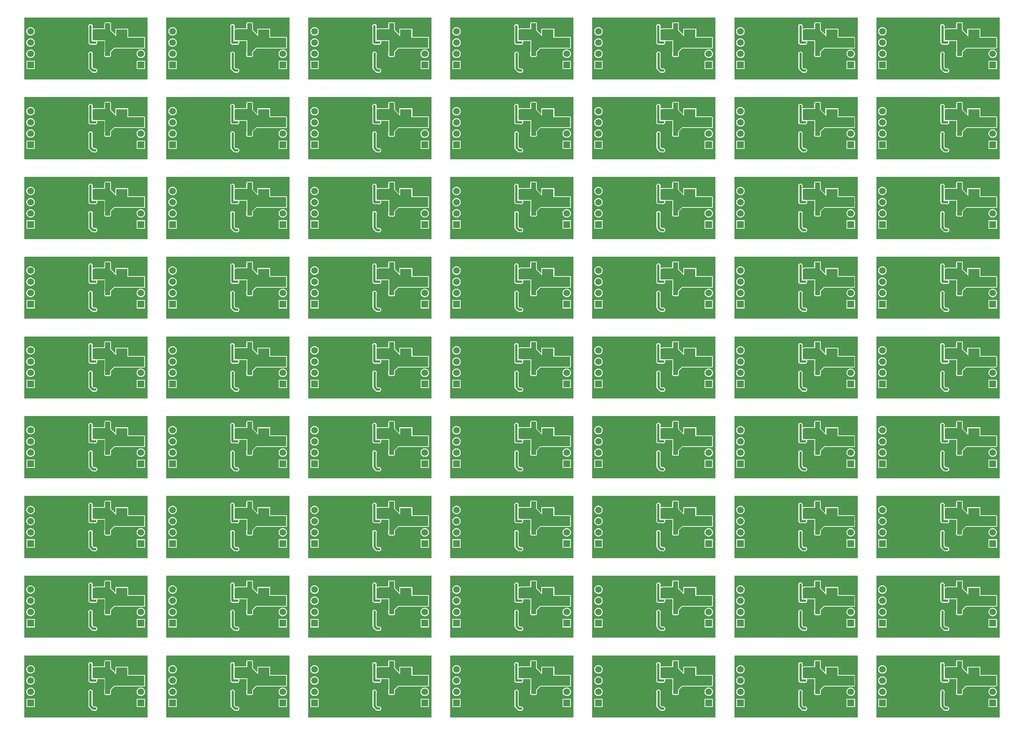
<source format=gbl>
G04 Layer_Physical_Order=2*
G04 Layer_Color=16711680*
%FSLAX44Y44*%
%MOMM*%
G71*
G01*
G75*
%ADD13C,0.5080*%
%ADD15R,1.5000X1.5000*%
%ADD16C,1.5000*%
%ADD17C,0.6000*%
%ADD18R,2.5000X2.4500*%
G36*
X403700Y393700D02*
X403700Y252730D01*
X124300Y252730D01*
X124300Y393700D01*
X403700Y393700D01*
D02*
G37*
%LPC*%
G36*
X397770Y295250D02*
X378770D01*
Y276250D01*
X397770D01*
Y295250D01*
D02*
G37*
G36*
X138270Y320732D02*
X135790Y320406D01*
X133479Y319448D01*
X131495Y317925D01*
X129972Y315941D01*
X129015Y313630D01*
X128688Y311150D01*
X129015Y308670D01*
X129972Y306359D01*
X131495Y304375D01*
X133479Y302852D01*
X135790Y301895D01*
X138270Y301568D01*
X140750Y301895D01*
X143061Y302852D01*
X145045Y304375D01*
X146568Y306359D01*
X147526Y308670D01*
X147852Y311150D01*
X147526Y313630D01*
X146568Y315941D01*
X145045Y317925D01*
X143061Y319448D01*
X140750Y320406D01*
X138270Y320732D01*
D02*
G37*
G36*
X274320Y316248D02*
X272369Y315860D01*
X270715Y314755D01*
X269610Y313101D01*
X269222Y311150D01*
X269610Y309199D01*
X269691Y309078D01*
Y278655D01*
X269691Y278655D01*
X270043Y276884D01*
X271047Y275382D01*
X276652Y269777D01*
X276652Y269777D01*
X278153Y268773D01*
X279925Y268421D01*
X282568D01*
X282689Y268340D01*
X284640Y267952D01*
X286591Y268340D01*
X288245Y269445D01*
X289350Y271099D01*
X289738Y273050D01*
X289350Y275001D01*
X288245Y276655D01*
X286591Y277760D01*
X284640Y278148D01*
X282689Y277760D01*
X282568Y277679D01*
X281842D01*
X278949Y280572D01*
Y309078D01*
X279030Y309199D01*
X279418Y311150D01*
X279030Y313101D01*
X277925Y314755D01*
X276271Y315860D01*
X274320Y316248D01*
D02*
G37*
G36*
X147770Y295250D02*
X128770D01*
Y276250D01*
X147770D01*
Y295250D01*
D02*
G37*
G36*
X138270Y371532D02*
X135790Y371205D01*
X133479Y370248D01*
X131495Y368726D01*
X129972Y366741D01*
X129015Y364430D01*
X128688Y361950D01*
X129015Y359470D01*
X129972Y357159D01*
X131495Y355175D01*
X133479Y353652D01*
X135790Y352695D01*
X138270Y352368D01*
X140750Y352695D01*
X143061Y353652D01*
X145045Y355175D01*
X146568Y357159D01*
X147526Y359470D01*
X147852Y361950D01*
X147526Y364430D01*
X146568Y366741D01*
X145045Y368726D01*
X143061Y370248D01*
X140750Y371205D01*
X138270Y371532D01*
D02*
G37*
G36*
X318770Y382631D02*
X307340D01*
X306716Y382507D01*
X306187Y382154D01*
X305833Y381624D01*
X305709Y381000D01*
Y379707D01*
X305330Y379141D01*
X304942Y377190D01*
X305330Y375239D01*
X305709Y374673D01*
Y374627D01*
X305330Y374061D01*
X304942Y372110D01*
X305330Y370159D01*
X305482Y369931D01*
X304990Y368661D01*
X283210Y368661D01*
X282586Y368537D01*
X282306Y368350D01*
X278789D01*
Y371308D01*
X278870Y371429D01*
X279258Y373380D01*
X278870Y375331D01*
X277765Y376985D01*
X276111Y378090D01*
X274160Y378478D01*
X272209Y378090D01*
X270555Y376985D01*
X269450Y375331D01*
X269062Y373380D01*
X269450Y371429D01*
X269531Y371308D01*
Y336550D01*
X269883Y334779D01*
X270887Y333277D01*
X272389Y332273D01*
X274160Y331921D01*
X282568D01*
X282689Y331840D01*
X284640Y331452D01*
X286591Y331840D01*
X288245Y332945D01*
X289350Y334599D01*
X289738Y336550D01*
X289350Y338501D01*
X289197Y338730D01*
X289795Y339850D01*
X305709D01*
Y316208D01*
X305330Y315641D01*
X304942Y313690D01*
X305330Y311739D01*
X305709Y311173D01*
Y311127D01*
X305330Y310561D01*
X304942Y308610D01*
X305330Y306659D01*
X305709Y306093D01*
Y306070D01*
X305833Y305446D01*
X306187Y304916D01*
X306716Y304563D01*
X307259Y304455D01*
X308089Y303900D01*
X310040Y303512D01*
X311991Y303900D01*
X312580Y304294D01*
X313169Y303900D01*
X315120Y303512D01*
X317071Y303900D01*
X317877Y304439D01*
X318770D01*
X319394Y304563D01*
X319924Y304916D01*
X320277Y305446D01*
X320401Y306070D01*
X320401Y315554D01*
X328336Y323489D01*
X396080Y323489D01*
X396704Y323613D01*
X397234Y323966D01*
X397587Y324496D01*
X397711Y325120D01*
Y335482D01*
X397852Y336550D01*
X397711Y337618D01*
Y347980D01*
X397587Y348604D01*
X397234Y349134D01*
X396704Y349487D01*
X396080Y349611D01*
X359780Y349611D01*
Y368350D01*
X330780D01*
Y356446D01*
X329607Y355961D01*
X320401Y365166D01*
Y381000D01*
X320277Y381624D01*
X319924Y382154D01*
X319394Y382507D01*
X318770Y382631D01*
D02*
G37*
G36*
X388270Y320732D02*
X385790Y320406D01*
X383479Y319448D01*
X381495Y317925D01*
X379972Y315941D01*
X379015Y313630D01*
X378688Y311150D01*
X379015Y308670D01*
X379972Y306359D01*
X381495Y304375D01*
X383479Y302852D01*
X385790Y301895D01*
X388270Y301568D01*
X390750Y301895D01*
X393061Y302852D01*
X395046Y304375D01*
X396568Y306359D01*
X397525Y308670D01*
X397852Y311150D01*
X397525Y313630D01*
X396568Y315941D01*
X395046Y317925D01*
X393061Y319448D01*
X390750Y320406D01*
X388270Y320732D01*
D02*
G37*
G36*
X138270Y346132D02*
X135790Y345806D01*
X133479Y344848D01*
X131495Y343326D01*
X129972Y341341D01*
X129015Y339030D01*
X128688Y336550D01*
X129015Y334070D01*
X129972Y331759D01*
X131495Y329775D01*
X133479Y328252D01*
X135790Y327295D01*
X138270Y326968D01*
X140750Y327295D01*
X143061Y328252D01*
X145045Y329775D01*
X146568Y331759D01*
X147526Y334070D01*
X147852Y336550D01*
X147526Y339030D01*
X146568Y341341D01*
X145045Y343326D01*
X143061Y344848D01*
X140750Y345806D01*
X138270Y346132D01*
D02*
G37*
%LPD*%
G36*
X318770Y364490D02*
X335280Y347980D01*
X336550D01*
X396080Y347980D01*
Y325120D01*
X327660Y325120D01*
X318770Y316230D01*
X318770Y306070D01*
X307340Y306070D01*
Y341630D01*
X283210D01*
Y367030D01*
X307340Y367030D01*
Y381000D01*
X318770D01*
Y364490D01*
D02*
G37*
G36*
X725480Y393700D02*
X725480Y252730D01*
X446080Y252730D01*
X446080Y393700D01*
X725480Y393700D01*
D02*
G37*
%LPC*%
G36*
X719550Y295250D02*
X700550D01*
Y276250D01*
X719550D01*
Y295250D01*
D02*
G37*
G36*
X460050Y320732D02*
X457570Y320406D01*
X455259Y319448D01*
X453275Y317925D01*
X451752Y315941D01*
X450795Y313630D01*
X450468Y311150D01*
X450795Y308670D01*
X451752Y306359D01*
X453275Y304375D01*
X455259Y302852D01*
X457570Y301895D01*
X460050Y301568D01*
X462530Y301895D01*
X464841Y302852D01*
X466825Y304375D01*
X468348Y306359D01*
X469305Y308670D01*
X469632Y311150D01*
X469305Y313630D01*
X468348Y315941D01*
X466825Y317925D01*
X464841Y319448D01*
X462530Y320406D01*
X460050Y320732D01*
D02*
G37*
G36*
X596100Y316248D02*
X594149Y315860D01*
X592495Y314755D01*
X591390Y313101D01*
X591002Y311150D01*
X591390Y309199D01*
X591471Y309078D01*
Y278655D01*
X591471Y278655D01*
X591823Y276884D01*
X592827Y275382D01*
X598432Y269777D01*
X598432Y269777D01*
X599934Y268773D01*
X601705Y268421D01*
X604348D01*
X604469Y268340D01*
X606420Y267952D01*
X608371Y268340D01*
X610025Y269445D01*
X611130Y271099D01*
X611518Y273050D01*
X611130Y275001D01*
X610025Y276655D01*
X608371Y277760D01*
X606420Y278148D01*
X604469Y277760D01*
X604348Y277679D01*
X603622D01*
X600729Y280572D01*
Y309078D01*
X600810Y309199D01*
X601198Y311150D01*
X600810Y313101D01*
X599705Y314755D01*
X598051Y315860D01*
X596100Y316248D01*
D02*
G37*
G36*
X469550Y295250D02*
X450550D01*
Y276250D01*
X469550D01*
Y295250D01*
D02*
G37*
G36*
X460050Y371532D02*
X457570Y371205D01*
X455259Y370248D01*
X453275Y368726D01*
X451752Y366741D01*
X450795Y364430D01*
X450468Y361950D01*
X450795Y359470D01*
X451752Y357159D01*
X453275Y355175D01*
X455259Y353652D01*
X457570Y352695D01*
X460050Y352368D01*
X462530Y352695D01*
X464841Y353652D01*
X466825Y355175D01*
X468348Y357159D01*
X469305Y359470D01*
X469632Y361950D01*
X469305Y364430D01*
X468348Y366741D01*
X466825Y368726D01*
X464841Y370248D01*
X462530Y371205D01*
X460050Y371532D01*
D02*
G37*
G36*
X640550Y382631D02*
X629120D01*
X628496Y382507D01*
X627966Y382154D01*
X627613Y381624D01*
X627489Y381000D01*
Y379707D01*
X627110Y379141D01*
X626722Y377190D01*
X627110Y375239D01*
X627489Y374673D01*
Y374627D01*
X627110Y374061D01*
X626722Y372110D01*
X627110Y370159D01*
X627262Y369931D01*
X626771Y368661D01*
X604990Y368661D01*
X604366Y368537D01*
X604086Y368350D01*
X600569D01*
Y371308D01*
X600650Y371429D01*
X601038Y373380D01*
X600650Y375331D01*
X599545Y376985D01*
X597891Y378090D01*
X595940Y378478D01*
X593989Y378090D01*
X592335Y376985D01*
X591230Y375331D01*
X590842Y373380D01*
X591230Y371429D01*
X591311Y371308D01*
Y336550D01*
X591663Y334779D01*
X592667Y333277D01*
X594169Y332273D01*
X595940Y331921D01*
X604348D01*
X604469Y331840D01*
X606420Y331452D01*
X608371Y331840D01*
X610025Y332945D01*
X611130Y334599D01*
X611518Y336550D01*
X611130Y338501D01*
X610977Y338730D01*
X611576Y339850D01*
X627489D01*
Y316208D01*
X627110Y315641D01*
X626722Y313690D01*
X627110Y311739D01*
X627489Y311173D01*
Y311127D01*
X627110Y310561D01*
X626722Y308610D01*
X627110Y306659D01*
X627489Y306093D01*
Y306070D01*
X627613Y305446D01*
X627966Y304916D01*
X628496Y304563D01*
X629039Y304455D01*
X629869Y303900D01*
X631820Y303512D01*
X633771Y303900D01*
X634360Y304294D01*
X634949Y303900D01*
X636900Y303512D01*
X638851Y303900D01*
X639657Y304439D01*
X640550D01*
X641174Y304563D01*
X641704Y304916D01*
X642057Y305446D01*
X642181Y306070D01*
X642181Y315554D01*
X650116Y323489D01*
X717860Y323489D01*
X718484Y323613D01*
X719014Y323966D01*
X719367Y324496D01*
X719491Y325120D01*
Y335482D01*
X719632Y336550D01*
X719491Y337618D01*
Y347980D01*
X719367Y348604D01*
X719014Y349134D01*
X718484Y349487D01*
X717860Y349611D01*
X681560Y349611D01*
Y368350D01*
X652560D01*
Y356446D01*
X651387Y355961D01*
X642181Y365166D01*
Y381000D01*
X642057Y381624D01*
X641704Y382154D01*
X641174Y382507D01*
X640550Y382631D01*
D02*
G37*
G36*
X710050Y320732D02*
X707570Y320406D01*
X705259Y319448D01*
X703275Y317925D01*
X701752Y315941D01*
X700795Y313630D01*
X700468Y311150D01*
X700795Y308670D01*
X701752Y306359D01*
X703275Y304375D01*
X705259Y302852D01*
X707570Y301895D01*
X710050Y301568D01*
X712530Y301895D01*
X714841Y302852D01*
X716825Y304375D01*
X718348Y306359D01*
X719305Y308670D01*
X719632Y311150D01*
X719305Y313630D01*
X718348Y315941D01*
X716825Y317925D01*
X714841Y319448D01*
X712530Y320406D01*
X710050Y320732D01*
D02*
G37*
G36*
X460050Y346132D02*
X457570Y345806D01*
X455259Y344848D01*
X453275Y343326D01*
X451752Y341341D01*
X450795Y339030D01*
X450468Y336550D01*
X450795Y334070D01*
X451752Y331759D01*
X453275Y329775D01*
X455259Y328252D01*
X457570Y327295D01*
X460050Y326968D01*
X462530Y327295D01*
X464841Y328252D01*
X466825Y329775D01*
X468348Y331759D01*
X469305Y334070D01*
X469632Y336550D01*
X469305Y339030D01*
X468348Y341341D01*
X466825Y343326D01*
X464841Y344848D01*
X462530Y345806D01*
X460050Y346132D01*
D02*
G37*
%LPD*%
G36*
X640550Y364490D02*
X657060Y347980D01*
X658330D01*
X717860Y347980D01*
Y325120D01*
X649440Y325120D01*
X640550Y316230D01*
X640550Y306070D01*
X629120Y306070D01*
Y341630D01*
X604990D01*
Y367030D01*
X629120Y367030D01*
Y381000D01*
X640550D01*
Y364490D01*
D02*
G37*
G36*
X1047260Y393700D02*
X1047260Y252730D01*
X767860Y252730D01*
X767860Y393700D01*
X1047260Y393700D01*
D02*
G37*
%LPC*%
G36*
X1041330Y295250D02*
X1022330D01*
Y276250D01*
X1041330D01*
Y295250D01*
D02*
G37*
G36*
X781830Y320732D02*
X779350Y320406D01*
X777039Y319448D01*
X775055Y317925D01*
X773532Y315941D01*
X772575Y313630D01*
X772248Y311150D01*
X772575Y308670D01*
X773532Y306359D01*
X775055Y304375D01*
X777039Y302852D01*
X779350Y301895D01*
X781830Y301568D01*
X784310Y301895D01*
X786621Y302852D01*
X788605Y304375D01*
X790128Y306359D01*
X791086Y308670D01*
X791412Y311150D01*
X791086Y313630D01*
X790128Y315941D01*
X788605Y317925D01*
X786621Y319448D01*
X784310Y320406D01*
X781830Y320732D01*
D02*
G37*
G36*
X917880Y316248D02*
X915929Y315860D01*
X914275Y314755D01*
X913170Y313101D01*
X912782Y311150D01*
X913170Y309199D01*
X913251Y309078D01*
Y278655D01*
X913251Y278655D01*
X913603Y276884D01*
X914607Y275382D01*
X920212Y269777D01*
X920212Y269777D01*
X921713Y268773D01*
X923485Y268421D01*
X926128D01*
X926249Y268340D01*
X928200Y267952D01*
X930151Y268340D01*
X931805Y269445D01*
X932910Y271099D01*
X933298Y273050D01*
X932910Y275001D01*
X931805Y276655D01*
X930151Y277760D01*
X928200Y278148D01*
X926249Y277760D01*
X926128Y277679D01*
X925402D01*
X922509Y280572D01*
Y309078D01*
X922590Y309199D01*
X922978Y311150D01*
X922590Y313101D01*
X921485Y314755D01*
X919831Y315860D01*
X917880Y316248D01*
D02*
G37*
G36*
X791330Y295250D02*
X772330D01*
Y276250D01*
X791330D01*
Y295250D01*
D02*
G37*
G36*
X781830Y371532D02*
X779350Y371205D01*
X777039Y370248D01*
X775055Y368726D01*
X773532Y366741D01*
X772575Y364430D01*
X772248Y361950D01*
X772575Y359470D01*
X773532Y357159D01*
X775055Y355175D01*
X777039Y353652D01*
X779350Y352695D01*
X781830Y352368D01*
X784310Y352695D01*
X786621Y353652D01*
X788605Y355175D01*
X790128Y357159D01*
X791086Y359470D01*
X791412Y361950D01*
X791086Y364430D01*
X790128Y366741D01*
X788605Y368726D01*
X786621Y370248D01*
X784310Y371205D01*
X781830Y371532D01*
D02*
G37*
G36*
X962330Y382631D02*
X950900D01*
X950276Y382507D01*
X949746Y382154D01*
X949393Y381624D01*
X949269Y381000D01*
Y379707D01*
X948890Y379141D01*
X948502Y377190D01*
X948890Y375239D01*
X949269Y374673D01*
Y374627D01*
X948890Y374061D01*
X948502Y372110D01*
X948890Y370159D01*
X949042Y369931D01*
X948550Y368661D01*
X926770Y368661D01*
X926146Y368537D01*
X925866Y368350D01*
X922349D01*
Y371308D01*
X922430Y371429D01*
X922818Y373380D01*
X922430Y375331D01*
X921325Y376985D01*
X919671Y378090D01*
X917720Y378478D01*
X915769Y378090D01*
X914115Y376985D01*
X913010Y375331D01*
X912622Y373380D01*
X913010Y371429D01*
X913091Y371308D01*
Y336550D01*
X913443Y334779D01*
X914447Y333277D01*
X915949Y332273D01*
X917720Y331921D01*
X926128D01*
X926249Y331840D01*
X928200Y331452D01*
X930151Y331840D01*
X931805Y332945D01*
X932910Y334599D01*
X933298Y336550D01*
X932910Y338501D01*
X932757Y338730D01*
X933355Y339850D01*
X949269D01*
Y316208D01*
X948890Y315641D01*
X948502Y313690D01*
X948890Y311739D01*
X949269Y311173D01*
Y311127D01*
X948890Y310561D01*
X948502Y308610D01*
X948890Y306659D01*
X949269Y306093D01*
Y306070D01*
X949393Y305446D01*
X949746Y304916D01*
X950276Y304563D01*
X950819Y304455D01*
X951649Y303900D01*
X953600Y303512D01*
X955551Y303900D01*
X956140Y304294D01*
X956729Y303900D01*
X958680Y303512D01*
X960631Y303900D01*
X961437Y304439D01*
X962330D01*
X962954Y304563D01*
X963484Y304916D01*
X963837Y305446D01*
X963961Y306070D01*
X963961Y315554D01*
X971896Y323489D01*
X1039640Y323489D01*
X1040264Y323613D01*
X1040794Y323966D01*
X1041147Y324496D01*
X1041271Y325120D01*
Y335482D01*
X1041412Y336550D01*
X1041271Y337618D01*
Y347980D01*
X1041147Y348604D01*
X1040794Y349134D01*
X1040264Y349487D01*
X1039640Y349611D01*
X1003340Y349611D01*
Y368350D01*
X974340D01*
Y356446D01*
X973167Y355961D01*
X963961Y365166D01*
Y381000D01*
X963837Y381624D01*
X963484Y382154D01*
X962954Y382507D01*
X962330Y382631D01*
D02*
G37*
G36*
X1031830Y320732D02*
X1029350Y320406D01*
X1027039Y319448D01*
X1025055Y317925D01*
X1023532Y315941D01*
X1022575Y313630D01*
X1022248Y311150D01*
X1022575Y308670D01*
X1023532Y306359D01*
X1025055Y304375D01*
X1027039Y302852D01*
X1029350Y301895D01*
X1031830Y301568D01*
X1034310Y301895D01*
X1036621Y302852D01*
X1038605Y304375D01*
X1040128Y306359D01*
X1041086Y308670D01*
X1041412Y311150D01*
X1041086Y313630D01*
X1040128Y315941D01*
X1038605Y317925D01*
X1036621Y319448D01*
X1034310Y320406D01*
X1031830Y320732D01*
D02*
G37*
G36*
X781830Y346132D02*
X779350Y345806D01*
X777039Y344848D01*
X775055Y343326D01*
X773532Y341341D01*
X772575Y339030D01*
X772248Y336550D01*
X772575Y334070D01*
X773532Y331759D01*
X775055Y329775D01*
X777039Y328252D01*
X779350Y327295D01*
X781830Y326968D01*
X784310Y327295D01*
X786621Y328252D01*
X788605Y329775D01*
X790128Y331759D01*
X791086Y334070D01*
X791412Y336550D01*
X791086Y339030D01*
X790128Y341341D01*
X788605Y343326D01*
X786621Y344848D01*
X784310Y345806D01*
X781830Y346132D01*
D02*
G37*
%LPD*%
G36*
X962330Y364490D02*
X978840Y347980D01*
X980110D01*
X1039640Y347980D01*
Y325120D01*
X971220Y325120D01*
X962330Y316230D01*
X962330Y306070D01*
X950900Y306070D01*
Y341630D01*
X926770D01*
Y367030D01*
X950900Y367030D01*
Y381000D01*
X962330D01*
Y364490D01*
D02*
G37*
G36*
X1369040Y393700D02*
X1369040Y252730D01*
X1089640Y252730D01*
X1089640Y393700D01*
X1369040Y393700D01*
D02*
G37*
%LPC*%
G36*
X1363110Y295250D02*
X1344110D01*
Y276250D01*
X1363110D01*
Y295250D01*
D02*
G37*
G36*
X1103610Y320732D02*
X1101130Y320406D01*
X1098819Y319448D01*
X1096835Y317925D01*
X1095312Y315941D01*
X1094355Y313630D01*
X1094028Y311150D01*
X1094355Y308670D01*
X1095312Y306359D01*
X1096835Y304375D01*
X1098819Y302852D01*
X1101130Y301895D01*
X1103610Y301568D01*
X1106090Y301895D01*
X1108401Y302852D01*
X1110386Y304375D01*
X1111908Y306359D01*
X1112866Y308670D01*
X1113192Y311150D01*
X1112866Y313630D01*
X1111908Y315941D01*
X1110386Y317925D01*
X1108401Y319448D01*
X1106090Y320406D01*
X1103610Y320732D01*
D02*
G37*
G36*
X1239660Y316248D02*
X1237709Y315860D01*
X1236055Y314755D01*
X1234950Y313101D01*
X1234562Y311150D01*
X1234950Y309199D01*
X1235031Y309078D01*
Y278655D01*
X1235031Y278655D01*
X1235383Y276884D01*
X1236387Y275382D01*
X1241992Y269777D01*
X1241992Y269777D01*
X1243494Y268773D01*
X1245265Y268421D01*
X1247908D01*
X1248029Y268340D01*
X1249980Y267952D01*
X1251931Y268340D01*
X1253585Y269445D01*
X1254690Y271099D01*
X1255078Y273050D01*
X1254690Y275001D01*
X1253585Y276655D01*
X1251931Y277760D01*
X1249980Y278148D01*
X1248029Y277760D01*
X1247908Y277679D01*
X1247182D01*
X1244289Y280572D01*
Y309078D01*
X1244370Y309199D01*
X1244758Y311150D01*
X1244370Y313101D01*
X1243265Y314755D01*
X1241611Y315860D01*
X1239660Y316248D01*
D02*
G37*
G36*
X1113110Y295250D02*
X1094110D01*
Y276250D01*
X1113110D01*
Y295250D01*
D02*
G37*
G36*
X1103610Y371532D02*
X1101130Y371205D01*
X1098819Y370248D01*
X1096835Y368726D01*
X1095312Y366741D01*
X1094355Y364430D01*
X1094028Y361950D01*
X1094355Y359470D01*
X1095312Y357159D01*
X1096835Y355175D01*
X1098819Y353652D01*
X1101130Y352695D01*
X1103610Y352368D01*
X1106090Y352695D01*
X1108401Y353652D01*
X1110386Y355175D01*
X1111908Y357159D01*
X1112866Y359470D01*
X1113192Y361950D01*
X1112866Y364430D01*
X1111908Y366741D01*
X1110386Y368726D01*
X1108401Y370248D01*
X1106090Y371205D01*
X1103610Y371532D01*
D02*
G37*
G36*
X1284110Y382631D02*
X1272680D01*
X1272056Y382507D01*
X1271526Y382154D01*
X1271173Y381624D01*
X1271049Y381000D01*
Y379707D01*
X1270670Y379141D01*
X1270282Y377190D01*
X1270670Y375239D01*
X1271049Y374673D01*
Y374627D01*
X1270670Y374061D01*
X1270282Y372110D01*
X1270670Y370159D01*
X1270822Y369931D01*
X1270331Y368661D01*
X1248550Y368661D01*
X1247926Y368537D01*
X1247646Y368350D01*
X1244129D01*
Y371308D01*
X1244210Y371429D01*
X1244598Y373380D01*
X1244210Y375331D01*
X1243105Y376985D01*
X1241451Y378090D01*
X1239500Y378478D01*
X1237549Y378090D01*
X1235895Y376985D01*
X1234790Y375331D01*
X1234402Y373380D01*
X1234790Y371429D01*
X1234871Y371308D01*
Y336550D01*
X1235223Y334779D01*
X1236227Y333277D01*
X1237729Y332273D01*
X1239500Y331921D01*
X1247908D01*
X1248029Y331840D01*
X1249980Y331452D01*
X1251931Y331840D01*
X1253585Y332945D01*
X1254690Y334599D01*
X1255078Y336550D01*
X1254690Y338501D01*
X1254537Y338730D01*
X1255135Y339850D01*
X1271049D01*
Y316208D01*
X1270670Y315641D01*
X1270282Y313690D01*
X1270670Y311739D01*
X1271049Y311173D01*
Y311127D01*
X1270670Y310561D01*
X1270282Y308610D01*
X1270670Y306659D01*
X1271049Y306093D01*
Y306070D01*
X1271173Y305446D01*
X1271526Y304916D01*
X1272056Y304563D01*
X1272599Y304455D01*
X1273429Y303900D01*
X1275380Y303512D01*
X1277331Y303900D01*
X1277920Y304294D01*
X1278509Y303900D01*
X1280460Y303512D01*
X1282411Y303900D01*
X1283217Y304439D01*
X1284110D01*
X1284734Y304563D01*
X1285264Y304916D01*
X1285617Y305446D01*
X1285741Y306070D01*
X1285741Y315554D01*
X1293676Y323489D01*
X1361420Y323489D01*
X1362044Y323613D01*
X1362574Y323966D01*
X1362927Y324496D01*
X1363051Y325120D01*
Y335482D01*
X1363192Y336550D01*
X1363051Y337618D01*
Y347980D01*
X1362927Y348604D01*
X1362574Y349134D01*
X1362044Y349487D01*
X1361420Y349611D01*
X1325120Y349611D01*
Y368350D01*
X1296120D01*
Y356446D01*
X1294947Y355961D01*
X1285741Y365166D01*
Y381000D01*
X1285617Y381624D01*
X1285264Y382154D01*
X1284734Y382507D01*
X1284110Y382631D01*
D02*
G37*
G36*
X1353610Y320732D02*
X1351130Y320406D01*
X1348819Y319448D01*
X1346835Y317925D01*
X1345312Y315941D01*
X1344355Y313630D01*
X1344028Y311150D01*
X1344355Y308670D01*
X1345312Y306359D01*
X1346835Y304375D01*
X1348819Y302852D01*
X1351130Y301895D01*
X1353610Y301568D01*
X1356090Y301895D01*
X1358401Y302852D01*
X1360385Y304375D01*
X1361908Y306359D01*
X1362865Y308670D01*
X1363192Y311150D01*
X1362865Y313630D01*
X1361908Y315941D01*
X1360385Y317925D01*
X1358401Y319448D01*
X1356090Y320406D01*
X1353610Y320732D01*
D02*
G37*
G36*
X1103610Y346132D02*
X1101130Y345806D01*
X1098819Y344848D01*
X1096835Y343326D01*
X1095312Y341341D01*
X1094355Y339030D01*
X1094028Y336550D01*
X1094355Y334070D01*
X1095312Y331759D01*
X1096835Y329775D01*
X1098819Y328252D01*
X1101130Y327295D01*
X1103610Y326968D01*
X1106090Y327295D01*
X1108401Y328252D01*
X1110386Y329775D01*
X1111908Y331759D01*
X1112866Y334070D01*
X1113192Y336550D01*
X1112866Y339030D01*
X1111908Y341341D01*
X1110386Y343326D01*
X1108401Y344848D01*
X1106090Y345806D01*
X1103610Y346132D01*
D02*
G37*
%LPD*%
G36*
X1284110Y364490D02*
X1300620Y347980D01*
X1301890D01*
X1361420Y347980D01*
Y325120D01*
X1293000Y325120D01*
X1284110Y316230D01*
X1284110Y306070D01*
X1272680Y306070D01*
Y341630D01*
X1248550D01*
Y367030D01*
X1272680Y367030D01*
Y381000D01*
X1284110D01*
Y364490D01*
D02*
G37*
G36*
X1690820Y393700D02*
X1690820Y252730D01*
X1411420Y252730D01*
X1411420Y393700D01*
X1690820Y393700D01*
D02*
G37*
%LPC*%
G36*
X1684890Y295250D02*
X1665890D01*
Y276250D01*
X1684890D01*
Y295250D01*
D02*
G37*
G36*
X1425390Y320732D02*
X1422910Y320406D01*
X1420599Y319448D01*
X1418615Y317925D01*
X1417092Y315941D01*
X1416135Y313630D01*
X1415808Y311150D01*
X1416135Y308670D01*
X1417092Y306359D01*
X1418615Y304375D01*
X1420599Y302852D01*
X1422910Y301895D01*
X1425390Y301568D01*
X1427870Y301895D01*
X1430181Y302852D01*
X1432166Y304375D01*
X1433688Y306359D01*
X1434646Y308670D01*
X1434972Y311150D01*
X1434646Y313630D01*
X1433688Y315941D01*
X1432166Y317925D01*
X1430181Y319448D01*
X1427870Y320406D01*
X1425390Y320732D01*
D02*
G37*
G36*
X1561440Y316248D02*
X1559489Y315860D01*
X1557835Y314755D01*
X1556730Y313101D01*
X1556342Y311150D01*
X1556730Y309199D01*
X1556811Y309078D01*
Y278655D01*
X1556811Y278655D01*
X1557163Y276884D01*
X1558167Y275382D01*
X1563772Y269777D01*
X1563772Y269777D01*
X1565274Y268773D01*
X1567045Y268421D01*
X1569688D01*
X1569809Y268340D01*
X1571760Y267952D01*
X1573711Y268340D01*
X1575365Y269445D01*
X1576470Y271099D01*
X1576858Y273050D01*
X1576470Y275001D01*
X1575365Y276655D01*
X1573711Y277760D01*
X1571760Y278148D01*
X1569809Y277760D01*
X1569688Y277679D01*
X1568962D01*
X1566069Y280572D01*
Y309078D01*
X1566150Y309199D01*
X1566538Y311150D01*
X1566150Y313101D01*
X1565045Y314755D01*
X1563391Y315860D01*
X1561440Y316248D01*
D02*
G37*
G36*
X1434890Y295250D02*
X1415890D01*
Y276250D01*
X1434890D01*
Y295250D01*
D02*
G37*
G36*
X1425390Y371532D02*
X1422910Y371205D01*
X1420599Y370248D01*
X1418615Y368726D01*
X1417092Y366741D01*
X1416135Y364430D01*
X1415808Y361950D01*
X1416135Y359470D01*
X1417092Y357159D01*
X1418615Y355175D01*
X1420599Y353652D01*
X1422910Y352695D01*
X1425390Y352368D01*
X1427870Y352695D01*
X1430181Y353652D01*
X1432166Y355175D01*
X1433688Y357159D01*
X1434646Y359470D01*
X1434972Y361950D01*
X1434646Y364430D01*
X1433688Y366741D01*
X1432166Y368726D01*
X1430181Y370248D01*
X1427870Y371205D01*
X1425390Y371532D01*
D02*
G37*
G36*
X1605890Y382631D02*
X1594460D01*
X1593836Y382507D01*
X1593306Y382154D01*
X1592953Y381624D01*
X1592829Y381000D01*
Y379707D01*
X1592450Y379141D01*
X1592062Y377190D01*
X1592450Y375239D01*
X1592829Y374673D01*
Y374627D01*
X1592450Y374061D01*
X1592062Y372110D01*
X1592450Y370159D01*
X1592602Y369931D01*
X1592110Y368661D01*
X1570330Y368661D01*
X1569706Y368537D01*
X1569426Y368350D01*
X1565909D01*
Y371308D01*
X1565990Y371429D01*
X1566378Y373380D01*
X1565990Y375331D01*
X1564885Y376985D01*
X1563231Y378090D01*
X1561280Y378478D01*
X1559329Y378090D01*
X1557675Y376985D01*
X1556570Y375331D01*
X1556182Y373380D01*
X1556570Y371429D01*
X1556651Y371308D01*
Y336550D01*
X1557003Y334779D01*
X1558007Y333277D01*
X1559509Y332273D01*
X1561280Y331921D01*
X1569688D01*
X1569809Y331840D01*
X1571760Y331452D01*
X1573711Y331840D01*
X1575365Y332945D01*
X1576470Y334599D01*
X1576858Y336550D01*
X1576470Y338501D01*
X1576317Y338730D01*
X1576915Y339850D01*
X1592829D01*
Y316208D01*
X1592450Y315641D01*
X1592062Y313690D01*
X1592450Y311739D01*
X1592829Y311173D01*
Y311127D01*
X1592450Y310561D01*
X1592062Y308610D01*
X1592450Y306659D01*
X1592829Y306093D01*
Y306070D01*
X1592953Y305446D01*
X1593306Y304916D01*
X1593836Y304563D01*
X1594379Y304455D01*
X1595209Y303900D01*
X1597160Y303512D01*
X1599111Y303900D01*
X1599700Y304294D01*
X1600289Y303900D01*
X1602240Y303512D01*
X1604191Y303900D01*
X1604997Y304439D01*
X1605890D01*
X1606514Y304563D01*
X1607044Y304916D01*
X1607397Y305446D01*
X1607521Y306070D01*
X1607521Y315554D01*
X1615456Y323489D01*
X1683200Y323489D01*
X1683824Y323613D01*
X1684354Y323966D01*
X1684707Y324496D01*
X1684831Y325120D01*
Y335482D01*
X1684972Y336550D01*
X1684831Y337618D01*
Y347980D01*
X1684707Y348604D01*
X1684354Y349134D01*
X1683824Y349487D01*
X1683200Y349611D01*
X1646900Y349611D01*
Y368350D01*
X1617900D01*
Y356446D01*
X1616727Y355961D01*
X1607521Y365166D01*
Y381000D01*
X1607397Y381624D01*
X1607044Y382154D01*
X1606514Y382507D01*
X1605890Y382631D01*
D02*
G37*
G36*
X1675390Y320732D02*
X1672910Y320406D01*
X1670599Y319448D01*
X1668615Y317925D01*
X1667092Y315941D01*
X1666135Y313630D01*
X1665808Y311150D01*
X1666135Y308670D01*
X1667092Y306359D01*
X1668615Y304375D01*
X1670599Y302852D01*
X1672910Y301895D01*
X1675390Y301568D01*
X1677870Y301895D01*
X1680181Y302852D01*
X1682166Y304375D01*
X1683688Y306359D01*
X1684646Y308670D01*
X1684972Y311150D01*
X1684646Y313630D01*
X1683688Y315941D01*
X1682166Y317925D01*
X1680181Y319448D01*
X1677870Y320406D01*
X1675390Y320732D01*
D02*
G37*
G36*
X1425390Y346132D02*
X1422910Y345806D01*
X1420599Y344848D01*
X1418615Y343326D01*
X1417092Y341341D01*
X1416135Y339030D01*
X1415808Y336550D01*
X1416135Y334070D01*
X1417092Y331759D01*
X1418615Y329775D01*
X1420599Y328252D01*
X1422910Y327295D01*
X1425390Y326968D01*
X1427870Y327295D01*
X1430181Y328252D01*
X1432166Y329775D01*
X1433688Y331759D01*
X1434646Y334070D01*
X1434972Y336550D01*
X1434646Y339030D01*
X1433688Y341341D01*
X1432166Y343326D01*
X1430181Y344848D01*
X1427870Y345806D01*
X1425390Y346132D01*
D02*
G37*
%LPD*%
G36*
X1605890Y364490D02*
X1622400Y347980D01*
X1623670D01*
X1683200Y347980D01*
Y325120D01*
X1614780Y325120D01*
X1605890Y316230D01*
X1605890Y306070D01*
X1594460Y306070D01*
Y341630D01*
X1570330D01*
Y367030D01*
X1594460Y367030D01*
Y381000D01*
X1605890D01*
Y364490D01*
D02*
G37*
G36*
X2012600Y393700D02*
X2012600Y252730D01*
X1733200Y252730D01*
X1733200Y393700D01*
X2012600Y393700D01*
D02*
G37*
%LPC*%
G36*
X2006670Y295250D02*
X1987670D01*
Y276250D01*
X2006670D01*
Y295250D01*
D02*
G37*
G36*
X1747170Y320732D02*
X1744690Y320406D01*
X1742379Y319448D01*
X1740395Y317925D01*
X1738872Y315941D01*
X1737915Y313630D01*
X1737588Y311150D01*
X1737915Y308670D01*
X1738872Y306359D01*
X1740395Y304375D01*
X1742379Y302852D01*
X1744690Y301895D01*
X1747170Y301568D01*
X1749650Y301895D01*
X1751961Y302852D01*
X1753945Y304375D01*
X1755468Y306359D01*
X1756425Y308670D01*
X1756752Y311150D01*
X1756425Y313630D01*
X1755468Y315941D01*
X1753945Y317925D01*
X1751961Y319448D01*
X1749650Y320406D01*
X1747170Y320732D01*
D02*
G37*
G36*
X1883220Y316248D02*
X1881269Y315860D01*
X1879615Y314755D01*
X1878510Y313101D01*
X1878122Y311150D01*
X1878510Y309199D01*
X1878591Y309078D01*
Y278655D01*
X1878591Y278655D01*
X1878943Y276884D01*
X1879947Y275382D01*
X1885552Y269777D01*
X1885552Y269777D01*
X1887054Y268773D01*
X1888825Y268421D01*
X1891468D01*
X1891589Y268340D01*
X1893540Y267952D01*
X1895491Y268340D01*
X1897145Y269445D01*
X1898250Y271099D01*
X1898638Y273050D01*
X1898250Y275001D01*
X1897145Y276655D01*
X1895491Y277760D01*
X1893540Y278148D01*
X1891589Y277760D01*
X1891468Y277679D01*
X1890742D01*
X1887849Y280572D01*
Y309078D01*
X1887930Y309199D01*
X1888318Y311150D01*
X1887930Y313101D01*
X1886825Y314755D01*
X1885171Y315860D01*
X1883220Y316248D01*
D02*
G37*
G36*
X1756670Y295250D02*
X1737670D01*
Y276250D01*
X1756670D01*
Y295250D01*
D02*
G37*
G36*
X1747170Y371532D02*
X1744690Y371205D01*
X1742379Y370248D01*
X1740395Y368726D01*
X1738872Y366741D01*
X1737915Y364430D01*
X1737588Y361950D01*
X1737915Y359470D01*
X1738872Y357159D01*
X1740395Y355175D01*
X1742379Y353652D01*
X1744690Y352695D01*
X1747170Y352368D01*
X1749650Y352695D01*
X1751961Y353652D01*
X1753945Y355175D01*
X1755468Y357159D01*
X1756425Y359470D01*
X1756752Y361950D01*
X1756425Y364430D01*
X1755468Y366741D01*
X1753945Y368726D01*
X1751961Y370248D01*
X1749650Y371205D01*
X1747170Y371532D01*
D02*
G37*
G36*
X1927670Y382631D02*
X1916240D01*
X1915616Y382507D01*
X1915087Y382154D01*
X1914733Y381624D01*
X1914609Y381000D01*
Y379707D01*
X1914230Y379141D01*
X1913842Y377190D01*
X1914230Y375239D01*
X1914609Y374673D01*
Y374627D01*
X1914230Y374061D01*
X1913842Y372110D01*
X1914230Y370159D01*
X1914382Y369931D01*
X1913891Y368661D01*
X1892110Y368661D01*
X1891486Y368537D01*
X1891206Y368350D01*
X1887689D01*
Y371308D01*
X1887770Y371429D01*
X1888158Y373380D01*
X1887770Y375331D01*
X1886665Y376985D01*
X1885011Y378090D01*
X1883060Y378478D01*
X1881109Y378090D01*
X1879455Y376985D01*
X1878350Y375331D01*
X1877962Y373380D01*
X1878350Y371429D01*
X1878431Y371308D01*
Y336550D01*
X1878783Y334779D01*
X1879787Y333277D01*
X1881289Y332273D01*
X1883060Y331921D01*
X1891468D01*
X1891589Y331840D01*
X1893540Y331452D01*
X1895491Y331840D01*
X1897145Y332945D01*
X1898250Y334599D01*
X1898638Y336550D01*
X1898250Y338501D01*
X1898097Y338730D01*
X1898696Y339850D01*
X1914609D01*
Y316208D01*
X1914230Y315641D01*
X1913842Y313690D01*
X1914230Y311739D01*
X1914609Y311173D01*
Y311127D01*
X1914230Y310561D01*
X1913842Y308610D01*
X1914230Y306659D01*
X1914609Y306093D01*
Y306070D01*
X1914733Y305446D01*
X1915087Y304916D01*
X1915616Y304563D01*
X1916159Y304455D01*
X1916989Y303900D01*
X1918940Y303512D01*
X1920891Y303900D01*
X1921480Y304294D01*
X1922069Y303900D01*
X1924020Y303512D01*
X1925971Y303900D01*
X1926777Y304439D01*
X1927670D01*
X1928294Y304563D01*
X1928824Y304916D01*
X1929177Y305446D01*
X1929301Y306070D01*
X1929301Y315554D01*
X1937236Y323489D01*
X2004980Y323489D01*
X2005604Y323613D01*
X2006134Y323966D01*
X2006487Y324496D01*
X2006611Y325120D01*
Y335482D01*
X2006752Y336550D01*
X2006611Y337618D01*
Y347980D01*
X2006487Y348604D01*
X2006134Y349134D01*
X2005604Y349487D01*
X2004980Y349611D01*
X1968680Y349611D01*
Y368350D01*
X1939680D01*
Y356446D01*
X1938507Y355961D01*
X1929301Y365166D01*
Y381000D01*
X1929177Y381624D01*
X1928824Y382154D01*
X1928294Y382507D01*
X1927670Y382631D01*
D02*
G37*
G36*
X1997170Y320732D02*
X1994690Y320406D01*
X1992379Y319448D01*
X1990395Y317925D01*
X1988872Y315941D01*
X1987915Y313630D01*
X1987588Y311150D01*
X1987915Y308670D01*
X1988872Y306359D01*
X1990395Y304375D01*
X1992379Y302852D01*
X1994690Y301895D01*
X1997170Y301568D01*
X1999650Y301895D01*
X2001961Y302852D01*
X2003945Y304375D01*
X2005468Y306359D01*
X2006425Y308670D01*
X2006752Y311150D01*
X2006425Y313630D01*
X2005468Y315941D01*
X2003945Y317925D01*
X2001961Y319448D01*
X1999650Y320406D01*
X1997170Y320732D01*
D02*
G37*
G36*
X1747170Y346132D02*
X1744690Y345806D01*
X1742379Y344848D01*
X1740395Y343326D01*
X1738872Y341341D01*
X1737915Y339030D01*
X1737588Y336550D01*
X1737915Y334070D01*
X1738872Y331759D01*
X1740395Y329775D01*
X1742379Y328252D01*
X1744690Y327295D01*
X1747170Y326968D01*
X1749650Y327295D01*
X1751961Y328252D01*
X1753945Y329775D01*
X1755468Y331759D01*
X1756425Y334070D01*
X1756752Y336550D01*
X1756425Y339030D01*
X1755468Y341341D01*
X1753945Y343326D01*
X1751961Y344848D01*
X1749650Y345806D01*
X1747170Y346132D01*
D02*
G37*
%LPD*%
G36*
X1927670Y364490D02*
X1944180Y347980D01*
X1945450D01*
X2004980Y347980D01*
Y325120D01*
X1936560Y325120D01*
X1927670Y316230D01*
X1927670Y306070D01*
X1916240Y306070D01*
Y341630D01*
X1892110D01*
Y367030D01*
X1916240Y367030D01*
Y381000D01*
X1927670D01*
Y364490D01*
D02*
G37*
G36*
X2334380Y393700D02*
X2334380Y252730D01*
X2054980Y252730D01*
X2054980Y393700D01*
X2334380Y393700D01*
D02*
G37*
%LPC*%
G36*
X2328450Y295250D02*
X2309450D01*
Y276250D01*
X2328450D01*
Y295250D01*
D02*
G37*
G36*
X2068950Y320732D02*
X2066470Y320406D01*
X2064159Y319448D01*
X2062175Y317925D01*
X2060652Y315941D01*
X2059695Y313630D01*
X2059368Y311150D01*
X2059695Y308670D01*
X2060652Y306359D01*
X2062175Y304375D01*
X2064159Y302852D01*
X2066470Y301895D01*
X2068950Y301568D01*
X2071430Y301895D01*
X2073741Y302852D01*
X2075726Y304375D01*
X2077248Y306359D01*
X2078206Y308670D01*
X2078532Y311150D01*
X2078206Y313630D01*
X2077248Y315941D01*
X2075726Y317925D01*
X2073741Y319448D01*
X2071430Y320406D01*
X2068950Y320732D01*
D02*
G37*
G36*
X2205000Y316248D02*
X2203049Y315860D01*
X2201395Y314755D01*
X2200290Y313101D01*
X2199902Y311150D01*
X2200290Y309199D01*
X2200371Y309078D01*
Y278655D01*
X2200371Y278655D01*
X2200723Y276884D01*
X2201727Y275382D01*
X2207332Y269777D01*
X2207332Y269777D01*
X2208834Y268773D01*
X2210605Y268421D01*
X2213248D01*
X2213369Y268340D01*
X2215320Y267952D01*
X2217271Y268340D01*
X2218925Y269445D01*
X2220030Y271099D01*
X2220418Y273050D01*
X2220030Y275001D01*
X2218925Y276655D01*
X2217271Y277760D01*
X2215320Y278148D01*
X2213369Y277760D01*
X2213248Y277679D01*
X2212522D01*
X2209629Y280572D01*
Y309078D01*
X2209710Y309199D01*
X2210098Y311150D01*
X2209710Y313101D01*
X2208605Y314755D01*
X2206951Y315860D01*
X2205000Y316248D01*
D02*
G37*
G36*
X2078450Y295250D02*
X2059450D01*
Y276250D01*
X2078450D01*
Y295250D01*
D02*
G37*
G36*
X2068950Y371532D02*
X2066470Y371205D01*
X2064159Y370248D01*
X2062175Y368726D01*
X2060652Y366741D01*
X2059695Y364430D01*
X2059368Y361950D01*
X2059695Y359470D01*
X2060652Y357159D01*
X2062175Y355175D01*
X2064159Y353652D01*
X2066470Y352695D01*
X2068950Y352368D01*
X2071430Y352695D01*
X2073741Y353652D01*
X2075726Y355175D01*
X2077248Y357159D01*
X2078206Y359470D01*
X2078532Y361950D01*
X2078206Y364430D01*
X2077248Y366741D01*
X2075726Y368726D01*
X2073741Y370248D01*
X2071430Y371205D01*
X2068950Y371532D01*
D02*
G37*
G36*
X2249450Y382631D02*
X2238020D01*
X2237396Y382507D01*
X2236866Y382154D01*
X2236513Y381624D01*
X2236389Y381000D01*
Y379707D01*
X2236010Y379141D01*
X2235622Y377190D01*
X2236010Y375239D01*
X2236389Y374673D01*
Y374627D01*
X2236010Y374061D01*
X2235622Y372110D01*
X2236010Y370159D01*
X2236162Y369931D01*
X2235670Y368661D01*
X2213890Y368661D01*
X2213266Y368537D01*
X2212986Y368350D01*
X2209469D01*
Y371308D01*
X2209550Y371429D01*
X2209938Y373380D01*
X2209550Y375331D01*
X2208445Y376985D01*
X2206791Y378090D01*
X2204840Y378478D01*
X2202889Y378090D01*
X2201235Y376985D01*
X2200130Y375331D01*
X2199742Y373380D01*
X2200130Y371429D01*
X2200211Y371308D01*
Y336550D01*
X2200563Y334779D01*
X2201567Y333277D01*
X2203069Y332273D01*
X2204840Y331921D01*
X2213248D01*
X2213369Y331840D01*
X2215320Y331452D01*
X2217271Y331840D01*
X2218925Y332945D01*
X2220030Y334599D01*
X2220418Y336550D01*
X2220030Y338501D01*
X2219877Y338730D01*
X2220475Y339850D01*
X2236389D01*
Y316208D01*
X2236010Y315641D01*
X2235622Y313690D01*
X2236010Y311739D01*
X2236389Y311173D01*
Y311127D01*
X2236010Y310561D01*
X2235622Y308610D01*
X2236010Y306659D01*
X2236389Y306093D01*
Y306070D01*
X2236513Y305446D01*
X2236866Y304916D01*
X2237396Y304563D01*
X2237939Y304455D01*
X2238769Y303900D01*
X2240720Y303512D01*
X2242671Y303900D01*
X2243260Y304294D01*
X2243849Y303900D01*
X2245800Y303512D01*
X2247751Y303900D01*
X2248557Y304439D01*
X2249450D01*
X2250074Y304563D01*
X2250604Y304916D01*
X2250957Y305446D01*
X2251082Y306070D01*
X2251081Y315554D01*
X2259016Y323489D01*
X2326760Y323489D01*
X2327384Y323613D01*
X2327914Y323966D01*
X2328267Y324496D01*
X2328391Y325120D01*
Y335482D01*
X2328532Y336550D01*
X2328391Y337618D01*
Y347980D01*
X2328267Y348604D01*
X2327914Y349134D01*
X2327384Y349487D01*
X2326760Y349611D01*
X2290460Y349611D01*
Y368350D01*
X2261460D01*
Y356446D01*
X2260287Y355961D01*
X2251081Y365166D01*
Y381000D01*
X2250957Y381624D01*
X2250604Y382154D01*
X2250074Y382507D01*
X2249450Y382631D01*
D02*
G37*
G36*
X2318950Y320732D02*
X2316470Y320406D01*
X2314159Y319448D01*
X2312175Y317925D01*
X2310652Y315941D01*
X2309695Y313630D01*
X2309368Y311150D01*
X2309695Y308670D01*
X2310652Y306359D01*
X2312175Y304375D01*
X2314159Y302852D01*
X2316470Y301895D01*
X2318950Y301568D01*
X2321430Y301895D01*
X2323741Y302852D01*
X2325726Y304375D01*
X2327248Y306359D01*
X2328206Y308670D01*
X2328532Y311150D01*
X2328206Y313630D01*
X2327248Y315941D01*
X2325726Y317925D01*
X2323741Y319448D01*
X2321430Y320406D01*
X2318950Y320732D01*
D02*
G37*
G36*
X2068950Y346132D02*
X2066470Y345806D01*
X2064159Y344848D01*
X2062175Y343326D01*
X2060652Y341341D01*
X2059695Y339030D01*
X2059368Y336550D01*
X2059695Y334070D01*
X2060652Y331759D01*
X2062175Y329775D01*
X2064159Y328252D01*
X2066470Y327295D01*
X2068950Y326968D01*
X2071430Y327295D01*
X2073741Y328252D01*
X2075726Y329775D01*
X2077248Y331759D01*
X2078206Y334070D01*
X2078532Y336550D01*
X2078206Y339030D01*
X2077248Y341341D01*
X2075726Y343326D01*
X2073741Y344848D01*
X2071430Y345806D01*
X2068950Y346132D01*
D02*
G37*
%LPD*%
G36*
X2249450Y364490D02*
X2265960Y347980D01*
X2267230D01*
X2326760Y347980D01*
Y325120D01*
X2258340Y325120D01*
X2249450Y316230D01*
X2249450Y306070D01*
X2238020Y306070D01*
Y341630D01*
X2213890D01*
Y367030D01*
X2238020Y367030D01*
Y381000D01*
X2249450D01*
Y364490D01*
D02*
G37*
G36*
X403700Y574670D02*
X403700Y433700D01*
X124300Y433700D01*
X124300Y574670D01*
X403700Y574670D01*
D02*
G37*
%LPC*%
G36*
X397770Y476220D02*
X378770D01*
Y457220D01*
X397770D01*
Y476220D01*
D02*
G37*
G36*
X138270Y501702D02*
X135790Y501376D01*
X133479Y500418D01*
X131495Y498895D01*
X129972Y496911D01*
X129015Y494600D01*
X128688Y492120D01*
X129015Y489640D01*
X129972Y487329D01*
X131495Y485345D01*
X133479Y483822D01*
X135790Y482865D01*
X138270Y482538D01*
X140750Y482865D01*
X143061Y483822D01*
X145045Y485345D01*
X146568Y487329D01*
X147526Y489640D01*
X147852Y492120D01*
X147526Y494600D01*
X146568Y496911D01*
X145045Y498895D01*
X143061Y500418D01*
X140750Y501376D01*
X138270Y501702D01*
D02*
G37*
G36*
X274320Y497218D02*
X272369Y496830D01*
X270715Y495725D01*
X269610Y494071D01*
X269222Y492120D01*
X269610Y490169D01*
X269691Y490048D01*
Y459625D01*
X269691Y459625D01*
X270043Y457854D01*
X271047Y456352D01*
X276652Y450747D01*
X276652Y450747D01*
X278153Y449743D01*
X279925Y449391D01*
X282568D01*
X282689Y449310D01*
X284640Y448922D01*
X286591Y449310D01*
X288245Y450415D01*
X289350Y452069D01*
X289738Y454020D01*
X289350Y455971D01*
X288245Y457625D01*
X286591Y458730D01*
X284640Y459118D01*
X282689Y458730D01*
X282568Y458649D01*
X281842D01*
X278949Y461542D01*
Y490048D01*
X279030Y490169D01*
X279418Y492120D01*
X279030Y494071D01*
X277925Y495725D01*
X276271Y496830D01*
X274320Y497218D01*
D02*
G37*
G36*
X147770Y476220D02*
X128770D01*
Y457220D01*
X147770D01*
Y476220D01*
D02*
G37*
G36*
X138270Y552502D02*
X135790Y552175D01*
X133479Y551218D01*
X131495Y549696D01*
X129972Y547711D01*
X129015Y545400D01*
X128688Y542920D01*
X129015Y540440D01*
X129972Y538129D01*
X131495Y536145D01*
X133479Y534622D01*
X135790Y533665D01*
X138270Y533338D01*
X140750Y533665D01*
X143061Y534622D01*
X145045Y536145D01*
X146568Y538129D01*
X147526Y540440D01*
X147852Y542920D01*
X147526Y545400D01*
X146568Y547711D01*
X145045Y549696D01*
X143061Y551218D01*
X140750Y552175D01*
X138270Y552502D01*
D02*
G37*
G36*
X318770Y563601D02*
X307340D01*
X306716Y563477D01*
X306187Y563124D01*
X305833Y562594D01*
X305709Y561970D01*
Y560677D01*
X305330Y560111D01*
X304942Y558160D01*
X305330Y556209D01*
X305709Y555643D01*
Y555597D01*
X305330Y555031D01*
X304942Y553080D01*
X305330Y551129D01*
X305482Y550901D01*
X304990Y549631D01*
X283210Y549631D01*
X282586Y549507D01*
X282306Y549320D01*
X278789D01*
Y552278D01*
X278870Y552399D01*
X279258Y554350D01*
X278870Y556301D01*
X277765Y557955D01*
X276111Y559060D01*
X274160Y559448D01*
X272209Y559060D01*
X270555Y557955D01*
X269450Y556301D01*
X269062Y554350D01*
X269450Y552399D01*
X269531Y552278D01*
Y517520D01*
X269883Y515749D01*
X270887Y514247D01*
X272389Y513243D01*
X274160Y512891D01*
X282568D01*
X282689Y512810D01*
X284640Y512422D01*
X286591Y512810D01*
X288245Y513915D01*
X289350Y515569D01*
X289738Y517520D01*
X289350Y519471D01*
X289197Y519700D01*
X289795Y520820D01*
X305709D01*
Y497178D01*
X305330Y496611D01*
X304942Y494660D01*
X305330Y492709D01*
X305709Y492143D01*
Y492098D01*
X305330Y491531D01*
X304942Y489580D01*
X305330Y487629D01*
X305709Y487063D01*
Y487040D01*
X305833Y486416D01*
X306187Y485886D01*
X306716Y485533D01*
X307259Y485425D01*
X308089Y484870D01*
X310040Y484482D01*
X311991Y484870D01*
X312580Y485264D01*
X313169Y484870D01*
X315120Y484482D01*
X317071Y484870D01*
X317877Y485409D01*
X318770D01*
X319394Y485533D01*
X319924Y485886D01*
X320277Y486416D01*
X320401Y487040D01*
X320401Y496524D01*
X328336Y504459D01*
X396080Y504459D01*
X396704Y504583D01*
X397234Y504936D01*
X397587Y505466D01*
X397711Y506090D01*
Y516452D01*
X397852Y517520D01*
X397711Y518588D01*
Y528950D01*
X397587Y529574D01*
X397234Y530104D01*
X396704Y530457D01*
X396080Y530581D01*
X359780Y530581D01*
Y549320D01*
X330780D01*
Y537416D01*
X329607Y536931D01*
X320401Y546136D01*
Y561970D01*
X320277Y562594D01*
X319924Y563124D01*
X319394Y563477D01*
X318770Y563601D01*
D02*
G37*
G36*
X388270Y501702D02*
X385790Y501376D01*
X383479Y500418D01*
X381495Y498895D01*
X379972Y496911D01*
X379015Y494600D01*
X378688Y492120D01*
X379015Y489640D01*
X379972Y487329D01*
X381495Y485345D01*
X383479Y483822D01*
X385790Y482865D01*
X388270Y482538D01*
X390750Y482865D01*
X393061Y483822D01*
X395046Y485345D01*
X396568Y487329D01*
X397525Y489640D01*
X397852Y492120D01*
X397525Y494600D01*
X396568Y496911D01*
X395046Y498895D01*
X393061Y500418D01*
X390750Y501376D01*
X388270Y501702D01*
D02*
G37*
G36*
X138270Y527102D02*
X135790Y526776D01*
X133479Y525818D01*
X131495Y524296D01*
X129972Y522311D01*
X129015Y520000D01*
X128688Y517520D01*
X129015Y515040D01*
X129972Y512729D01*
X131495Y510745D01*
X133479Y509222D01*
X135790Y508265D01*
X138270Y507938D01*
X140750Y508265D01*
X143061Y509222D01*
X145045Y510745D01*
X146568Y512729D01*
X147526Y515040D01*
X147852Y517520D01*
X147526Y520000D01*
X146568Y522311D01*
X145045Y524296D01*
X143061Y525818D01*
X140750Y526776D01*
X138270Y527102D01*
D02*
G37*
%LPD*%
G36*
X318770Y545460D02*
X335280Y528950D01*
X336550D01*
X396080Y528950D01*
Y506090D01*
X327660Y506090D01*
X318770Y497200D01*
X318770Y487040D01*
X307340Y487040D01*
Y522600D01*
X283210D01*
Y548000D01*
X307340Y548000D01*
Y561970D01*
X318770D01*
Y545460D01*
D02*
G37*
G36*
X725480Y574670D02*
X725480Y433700D01*
X446080Y433700D01*
X446080Y574670D01*
X725480Y574670D01*
D02*
G37*
%LPC*%
G36*
X719550Y476220D02*
X700550D01*
Y457220D01*
X719550D01*
Y476220D01*
D02*
G37*
G36*
X460050Y501702D02*
X457570Y501376D01*
X455259Y500418D01*
X453275Y498895D01*
X451752Y496911D01*
X450795Y494600D01*
X450468Y492120D01*
X450795Y489640D01*
X451752Y487329D01*
X453275Y485345D01*
X455259Y483822D01*
X457570Y482865D01*
X460050Y482538D01*
X462530Y482865D01*
X464841Y483822D01*
X466825Y485345D01*
X468348Y487329D01*
X469305Y489640D01*
X469632Y492120D01*
X469305Y494600D01*
X468348Y496911D01*
X466825Y498895D01*
X464841Y500418D01*
X462530Y501376D01*
X460050Y501702D01*
D02*
G37*
G36*
X596100Y497218D02*
X594149Y496830D01*
X592495Y495725D01*
X591390Y494071D01*
X591002Y492120D01*
X591390Y490169D01*
X591471Y490048D01*
Y459625D01*
X591471Y459625D01*
X591823Y457854D01*
X592827Y456352D01*
X598432Y450747D01*
X598432Y450747D01*
X599934Y449743D01*
X601705Y449391D01*
X604348D01*
X604469Y449310D01*
X606420Y448922D01*
X608371Y449310D01*
X610025Y450415D01*
X611130Y452069D01*
X611518Y454020D01*
X611130Y455971D01*
X610025Y457625D01*
X608371Y458730D01*
X606420Y459118D01*
X604469Y458730D01*
X604348Y458649D01*
X603622D01*
X600729Y461542D01*
Y490048D01*
X600810Y490169D01*
X601198Y492120D01*
X600810Y494071D01*
X599705Y495725D01*
X598051Y496830D01*
X596100Y497218D01*
D02*
G37*
G36*
X469550Y476220D02*
X450550D01*
Y457220D01*
X469550D01*
Y476220D01*
D02*
G37*
G36*
X460050Y552502D02*
X457570Y552175D01*
X455259Y551218D01*
X453275Y549696D01*
X451752Y547711D01*
X450795Y545400D01*
X450468Y542920D01*
X450795Y540440D01*
X451752Y538129D01*
X453275Y536145D01*
X455259Y534622D01*
X457570Y533665D01*
X460050Y533338D01*
X462530Y533665D01*
X464841Y534622D01*
X466825Y536145D01*
X468348Y538129D01*
X469305Y540440D01*
X469632Y542920D01*
X469305Y545400D01*
X468348Y547711D01*
X466825Y549696D01*
X464841Y551218D01*
X462530Y552175D01*
X460050Y552502D01*
D02*
G37*
G36*
X640550Y563601D02*
X629120D01*
X628496Y563477D01*
X627966Y563124D01*
X627613Y562594D01*
X627489Y561970D01*
Y560677D01*
X627110Y560111D01*
X626722Y558160D01*
X627110Y556209D01*
X627489Y555643D01*
Y555597D01*
X627110Y555031D01*
X626722Y553080D01*
X627110Y551129D01*
X627262Y550901D01*
X626771Y549631D01*
X604990Y549631D01*
X604366Y549507D01*
X604086Y549320D01*
X600569D01*
Y552278D01*
X600650Y552399D01*
X601038Y554350D01*
X600650Y556301D01*
X599545Y557955D01*
X597891Y559060D01*
X595940Y559448D01*
X593989Y559060D01*
X592335Y557955D01*
X591230Y556301D01*
X590842Y554350D01*
X591230Y552399D01*
X591311Y552278D01*
Y517520D01*
X591663Y515749D01*
X592667Y514247D01*
X594169Y513243D01*
X595940Y512891D01*
X604348D01*
X604469Y512810D01*
X606420Y512422D01*
X608371Y512810D01*
X610025Y513915D01*
X611130Y515569D01*
X611518Y517520D01*
X611130Y519471D01*
X610977Y519700D01*
X611576Y520820D01*
X627489D01*
Y497178D01*
X627110Y496611D01*
X626722Y494660D01*
X627110Y492709D01*
X627489Y492143D01*
Y492098D01*
X627110Y491531D01*
X626722Y489580D01*
X627110Y487629D01*
X627489Y487063D01*
Y487040D01*
X627613Y486416D01*
X627966Y485886D01*
X628496Y485533D01*
X629039Y485425D01*
X629869Y484870D01*
X631820Y484482D01*
X633771Y484870D01*
X634360Y485264D01*
X634949Y484870D01*
X636900Y484482D01*
X638851Y484870D01*
X639657Y485409D01*
X640550D01*
X641174Y485533D01*
X641704Y485886D01*
X642057Y486416D01*
X642181Y487040D01*
X642181Y496524D01*
X650116Y504459D01*
X717860Y504459D01*
X718484Y504583D01*
X719014Y504936D01*
X719367Y505466D01*
X719491Y506090D01*
Y516452D01*
X719632Y517520D01*
X719491Y518588D01*
Y528950D01*
X719367Y529574D01*
X719014Y530104D01*
X718484Y530457D01*
X717860Y530581D01*
X681560Y530581D01*
Y549320D01*
X652560D01*
Y537416D01*
X651387Y536931D01*
X642181Y546136D01*
Y561970D01*
X642057Y562594D01*
X641704Y563124D01*
X641174Y563477D01*
X640550Y563601D01*
D02*
G37*
G36*
X710050Y501702D02*
X707570Y501376D01*
X705259Y500418D01*
X703275Y498895D01*
X701752Y496911D01*
X700795Y494600D01*
X700468Y492120D01*
X700795Y489640D01*
X701752Y487329D01*
X703275Y485345D01*
X705259Y483822D01*
X707570Y482865D01*
X710050Y482538D01*
X712530Y482865D01*
X714841Y483822D01*
X716825Y485345D01*
X718348Y487329D01*
X719305Y489640D01*
X719632Y492120D01*
X719305Y494600D01*
X718348Y496911D01*
X716825Y498895D01*
X714841Y500418D01*
X712530Y501376D01*
X710050Y501702D01*
D02*
G37*
G36*
X460050Y527102D02*
X457570Y526776D01*
X455259Y525818D01*
X453275Y524296D01*
X451752Y522311D01*
X450795Y520000D01*
X450468Y517520D01*
X450795Y515040D01*
X451752Y512729D01*
X453275Y510745D01*
X455259Y509222D01*
X457570Y508265D01*
X460050Y507938D01*
X462530Y508265D01*
X464841Y509222D01*
X466825Y510745D01*
X468348Y512729D01*
X469305Y515040D01*
X469632Y517520D01*
X469305Y520000D01*
X468348Y522311D01*
X466825Y524296D01*
X464841Y525818D01*
X462530Y526776D01*
X460050Y527102D01*
D02*
G37*
%LPD*%
G36*
X640550Y545460D02*
X657060Y528950D01*
X658330D01*
X717860Y528950D01*
Y506090D01*
X649440Y506090D01*
X640550Y497200D01*
X640550Y487040D01*
X629120Y487040D01*
Y522600D01*
X604990D01*
Y548000D01*
X629120Y548000D01*
Y561970D01*
X640550D01*
Y545460D01*
D02*
G37*
G36*
X1047260Y574670D02*
X1047260Y433700D01*
X767860Y433700D01*
X767860Y574670D01*
X1047260Y574670D01*
D02*
G37*
%LPC*%
G36*
X1041330Y476220D02*
X1022330D01*
Y457220D01*
X1041330D01*
Y476220D01*
D02*
G37*
G36*
X781830Y501702D02*
X779350Y501376D01*
X777039Y500418D01*
X775055Y498895D01*
X773532Y496911D01*
X772575Y494600D01*
X772248Y492120D01*
X772575Y489640D01*
X773532Y487329D01*
X775055Y485345D01*
X777039Y483822D01*
X779350Y482865D01*
X781830Y482538D01*
X784310Y482865D01*
X786621Y483822D01*
X788605Y485345D01*
X790128Y487329D01*
X791086Y489640D01*
X791412Y492120D01*
X791086Y494600D01*
X790128Y496911D01*
X788605Y498895D01*
X786621Y500418D01*
X784310Y501376D01*
X781830Y501702D01*
D02*
G37*
G36*
X917880Y497218D02*
X915929Y496830D01*
X914275Y495725D01*
X913170Y494071D01*
X912782Y492120D01*
X913170Y490169D01*
X913251Y490048D01*
Y459625D01*
X913251Y459625D01*
X913603Y457854D01*
X914607Y456352D01*
X920212Y450747D01*
X920212Y450747D01*
X921713Y449743D01*
X923485Y449391D01*
X926128D01*
X926249Y449310D01*
X928200Y448922D01*
X930151Y449310D01*
X931805Y450415D01*
X932910Y452069D01*
X933298Y454020D01*
X932910Y455971D01*
X931805Y457625D01*
X930151Y458730D01*
X928200Y459118D01*
X926249Y458730D01*
X926128Y458649D01*
X925402D01*
X922509Y461542D01*
Y490048D01*
X922590Y490169D01*
X922978Y492120D01*
X922590Y494071D01*
X921485Y495725D01*
X919831Y496830D01*
X917880Y497218D01*
D02*
G37*
G36*
X791330Y476220D02*
X772330D01*
Y457220D01*
X791330D01*
Y476220D01*
D02*
G37*
G36*
X781830Y552502D02*
X779350Y552175D01*
X777039Y551218D01*
X775055Y549696D01*
X773532Y547711D01*
X772575Y545400D01*
X772248Y542920D01*
X772575Y540440D01*
X773532Y538129D01*
X775055Y536145D01*
X777039Y534622D01*
X779350Y533665D01*
X781830Y533338D01*
X784310Y533665D01*
X786621Y534622D01*
X788605Y536145D01*
X790128Y538129D01*
X791086Y540440D01*
X791412Y542920D01*
X791086Y545400D01*
X790128Y547711D01*
X788605Y549696D01*
X786621Y551218D01*
X784310Y552175D01*
X781830Y552502D01*
D02*
G37*
G36*
X962330Y563601D02*
X950900D01*
X950276Y563477D01*
X949746Y563124D01*
X949393Y562594D01*
X949269Y561970D01*
Y560677D01*
X948890Y560111D01*
X948502Y558160D01*
X948890Y556209D01*
X949269Y555643D01*
Y555597D01*
X948890Y555031D01*
X948502Y553080D01*
X948890Y551129D01*
X949042Y550901D01*
X948550Y549631D01*
X926770Y549631D01*
X926146Y549507D01*
X925866Y549320D01*
X922349D01*
Y552278D01*
X922430Y552399D01*
X922818Y554350D01*
X922430Y556301D01*
X921325Y557955D01*
X919671Y559060D01*
X917720Y559448D01*
X915769Y559060D01*
X914115Y557955D01*
X913010Y556301D01*
X912622Y554350D01*
X913010Y552399D01*
X913091Y552278D01*
Y517520D01*
X913443Y515749D01*
X914447Y514247D01*
X915949Y513243D01*
X917720Y512891D01*
X926128D01*
X926249Y512810D01*
X928200Y512422D01*
X930151Y512810D01*
X931805Y513915D01*
X932910Y515569D01*
X933298Y517520D01*
X932910Y519471D01*
X932757Y519700D01*
X933355Y520820D01*
X949269D01*
Y497178D01*
X948890Y496611D01*
X948502Y494660D01*
X948890Y492709D01*
X949269Y492143D01*
Y492098D01*
X948890Y491531D01*
X948502Y489580D01*
X948890Y487629D01*
X949269Y487063D01*
Y487040D01*
X949393Y486416D01*
X949746Y485886D01*
X950276Y485533D01*
X950819Y485425D01*
X951649Y484870D01*
X953600Y484482D01*
X955551Y484870D01*
X956140Y485264D01*
X956729Y484870D01*
X958680Y484482D01*
X960631Y484870D01*
X961437Y485409D01*
X962330D01*
X962954Y485533D01*
X963484Y485886D01*
X963837Y486416D01*
X963961Y487040D01*
X963961Y496524D01*
X971896Y504459D01*
X1039640Y504459D01*
X1040264Y504583D01*
X1040794Y504936D01*
X1041147Y505466D01*
X1041271Y506090D01*
Y516452D01*
X1041412Y517520D01*
X1041271Y518588D01*
Y528950D01*
X1041147Y529574D01*
X1040794Y530104D01*
X1040264Y530457D01*
X1039640Y530581D01*
X1003340Y530581D01*
Y549320D01*
X974340D01*
Y537416D01*
X973167Y536931D01*
X963961Y546136D01*
Y561970D01*
X963837Y562594D01*
X963484Y563124D01*
X962954Y563477D01*
X962330Y563601D01*
D02*
G37*
G36*
X1031830Y501702D02*
X1029350Y501376D01*
X1027039Y500418D01*
X1025055Y498895D01*
X1023532Y496911D01*
X1022575Y494600D01*
X1022248Y492120D01*
X1022575Y489640D01*
X1023532Y487329D01*
X1025055Y485345D01*
X1027039Y483822D01*
X1029350Y482865D01*
X1031830Y482538D01*
X1034310Y482865D01*
X1036621Y483822D01*
X1038605Y485345D01*
X1040128Y487329D01*
X1041086Y489640D01*
X1041412Y492120D01*
X1041086Y494600D01*
X1040128Y496911D01*
X1038605Y498895D01*
X1036621Y500418D01*
X1034310Y501376D01*
X1031830Y501702D01*
D02*
G37*
G36*
X781830Y527102D02*
X779350Y526776D01*
X777039Y525818D01*
X775055Y524296D01*
X773532Y522311D01*
X772575Y520000D01*
X772248Y517520D01*
X772575Y515040D01*
X773532Y512729D01*
X775055Y510745D01*
X777039Y509222D01*
X779350Y508265D01*
X781830Y507938D01*
X784310Y508265D01*
X786621Y509222D01*
X788605Y510745D01*
X790128Y512729D01*
X791086Y515040D01*
X791412Y517520D01*
X791086Y520000D01*
X790128Y522311D01*
X788605Y524296D01*
X786621Y525818D01*
X784310Y526776D01*
X781830Y527102D01*
D02*
G37*
%LPD*%
G36*
X962330Y545460D02*
X978840Y528950D01*
X980110D01*
X1039640Y528950D01*
Y506090D01*
X971220Y506090D01*
X962330Y497200D01*
X962330Y487040D01*
X950900Y487040D01*
Y522600D01*
X926770D01*
Y548000D01*
X950900Y548000D01*
Y561970D01*
X962330D01*
Y545460D01*
D02*
G37*
G36*
X1369040Y574670D02*
X1369040Y433700D01*
X1089640Y433700D01*
X1089640Y574670D01*
X1369040Y574670D01*
D02*
G37*
%LPC*%
G36*
X1363110Y476220D02*
X1344110D01*
Y457220D01*
X1363110D01*
Y476220D01*
D02*
G37*
G36*
X1103610Y501702D02*
X1101130Y501376D01*
X1098819Y500418D01*
X1096835Y498895D01*
X1095312Y496911D01*
X1094355Y494600D01*
X1094028Y492120D01*
X1094355Y489640D01*
X1095312Y487329D01*
X1096835Y485345D01*
X1098819Y483822D01*
X1101130Y482865D01*
X1103610Y482538D01*
X1106090Y482865D01*
X1108401Y483822D01*
X1110386Y485345D01*
X1111908Y487329D01*
X1112866Y489640D01*
X1113192Y492120D01*
X1112866Y494600D01*
X1111908Y496911D01*
X1110386Y498895D01*
X1108401Y500418D01*
X1106090Y501376D01*
X1103610Y501702D01*
D02*
G37*
G36*
X1239660Y497218D02*
X1237709Y496830D01*
X1236055Y495725D01*
X1234950Y494071D01*
X1234562Y492120D01*
X1234950Y490169D01*
X1235031Y490048D01*
Y459625D01*
X1235031Y459625D01*
X1235383Y457854D01*
X1236387Y456352D01*
X1241992Y450747D01*
X1241992Y450747D01*
X1243494Y449743D01*
X1245265Y449391D01*
X1247908D01*
X1248029Y449310D01*
X1249980Y448922D01*
X1251931Y449310D01*
X1253585Y450415D01*
X1254690Y452069D01*
X1255078Y454020D01*
X1254690Y455971D01*
X1253585Y457625D01*
X1251931Y458730D01*
X1249980Y459118D01*
X1248029Y458730D01*
X1247908Y458649D01*
X1247182D01*
X1244289Y461542D01*
Y490048D01*
X1244370Y490169D01*
X1244758Y492120D01*
X1244370Y494071D01*
X1243265Y495725D01*
X1241611Y496830D01*
X1239660Y497218D01*
D02*
G37*
G36*
X1113110Y476220D02*
X1094110D01*
Y457220D01*
X1113110D01*
Y476220D01*
D02*
G37*
G36*
X1103610Y552502D02*
X1101130Y552175D01*
X1098819Y551218D01*
X1096835Y549696D01*
X1095312Y547711D01*
X1094355Y545400D01*
X1094028Y542920D01*
X1094355Y540440D01*
X1095312Y538129D01*
X1096835Y536145D01*
X1098819Y534622D01*
X1101130Y533665D01*
X1103610Y533338D01*
X1106090Y533665D01*
X1108401Y534622D01*
X1110386Y536145D01*
X1111908Y538129D01*
X1112866Y540440D01*
X1113192Y542920D01*
X1112866Y545400D01*
X1111908Y547711D01*
X1110386Y549696D01*
X1108401Y551218D01*
X1106090Y552175D01*
X1103610Y552502D01*
D02*
G37*
G36*
X1284110Y563601D02*
X1272680D01*
X1272056Y563477D01*
X1271526Y563124D01*
X1271173Y562594D01*
X1271049Y561970D01*
Y560677D01*
X1270670Y560111D01*
X1270282Y558160D01*
X1270670Y556209D01*
X1271049Y555643D01*
Y555597D01*
X1270670Y555031D01*
X1270282Y553080D01*
X1270670Y551129D01*
X1270822Y550901D01*
X1270331Y549631D01*
X1248550Y549631D01*
X1247926Y549507D01*
X1247646Y549320D01*
X1244129D01*
Y552278D01*
X1244210Y552399D01*
X1244598Y554350D01*
X1244210Y556301D01*
X1243105Y557955D01*
X1241451Y559060D01*
X1239500Y559448D01*
X1237549Y559060D01*
X1235895Y557955D01*
X1234790Y556301D01*
X1234402Y554350D01*
X1234790Y552399D01*
X1234871Y552278D01*
Y517520D01*
X1235223Y515749D01*
X1236227Y514247D01*
X1237729Y513243D01*
X1239500Y512891D01*
X1247908D01*
X1248029Y512810D01*
X1249980Y512422D01*
X1251931Y512810D01*
X1253585Y513915D01*
X1254690Y515569D01*
X1255078Y517520D01*
X1254690Y519471D01*
X1254537Y519700D01*
X1255135Y520820D01*
X1271049D01*
Y497178D01*
X1270670Y496611D01*
X1270282Y494660D01*
X1270670Y492709D01*
X1271049Y492143D01*
Y492098D01*
X1270670Y491531D01*
X1270282Y489580D01*
X1270670Y487629D01*
X1271049Y487063D01*
Y487040D01*
X1271173Y486416D01*
X1271526Y485886D01*
X1272056Y485533D01*
X1272599Y485425D01*
X1273429Y484870D01*
X1275380Y484482D01*
X1277331Y484870D01*
X1277920Y485264D01*
X1278509Y484870D01*
X1280460Y484482D01*
X1282411Y484870D01*
X1283217Y485409D01*
X1284110D01*
X1284734Y485533D01*
X1285264Y485886D01*
X1285617Y486416D01*
X1285741Y487040D01*
X1285741Y496524D01*
X1293676Y504459D01*
X1361420Y504459D01*
X1362044Y504583D01*
X1362574Y504936D01*
X1362927Y505466D01*
X1363051Y506090D01*
Y516452D01*
X1363192Y517520D01*
X1363051Y518588D01*
Y528950D01*
X1362927Y529574D01*
X1362574Y530104D01*
X1362044Y530457D01*
X1361420Y530581D01*
X1325120Y530581D01*
Y549320D01*
X1296120D01*
Y537416D01*
X1294947Y536931D01*
X1285741Y546136D01*
Y561970D01*
X1285617Y562594D01*
X1285264Y563124D01*
X1284734Y563477D01*
X1284110Y563601D01*
D02*
G37*
G36*
X1353610Y501702D02*
X1351130Y501376D01*
X1348819Y500418D01*
X1346835Y498895D01*
X1345312Y496911D01*
X1344355Y494600D01*
X1344028Y492120D01*
X1344355Y489640D01*
X1345312Y487329D01*
X1346835Y485345D01*
X1348819Y483822D01*
X1351130Y482865D01*
X1353610Y482538D01*
X1356090Y482865D01*
X1358401Y483822D01*
X1360385Y485345D01*
X1361908Y487329D01*
X1362865Y489640D01*
X1363192Y492120D01*
X1362865Y494600D01*
X1361908Y496911D01*
X1360385Y498895D01*
X1358401Y500418D01*
X1356090Y501376D01*
X1353610Y501702D01*
D02*
G37*
G36*
X1103610Y527102D02*
X1101130Y526776D01*
X1098819Y525818D01*
X1096835Y524296D01*
X1095312Y522311D01*
X1094355Y520000D01*
X1094028Y517520D01*
X1094355Y515040D01*
X1095312Y512729D01*
X1096835Y510745D01*
X1098819Y509222D01*
X1101130Y508265D01*
X1103610Y507938D01*
X1106090Y508265D01*
X1108401Y509222D01*
X1110386Y510745D01*
X1111908Y512729D01*
X1112866Y515040D01*
X1113192Y517520D01*
X1112866Y520000D01*
X1111908Y522311D01*
X1110386Y524296D01*
X1108401Y525818D01*
X1106090Y526776D01*
X1103610Y527102D01*
D02*
G37*
%LPD*%
G36*
X1284110Y545460D02*
X1300620Y528950D01*
X1301890D01*
X1361420Y528950D01*
Y506090D01*
X1293000Y506090D01*
X1284110Y497200D01*
X1284110Y487040D01*
X1272680Y487040D01*
Y522600D01*
X1248550D01*
Y548000D01*
X1272680Y548000D01*
Y561970D01*
X1284110D01*
Y545460D01*
D02*
G37*
G36*
X1690820Y574670D02*
X1690820Y433700D01*
X1411420Y433700D01*
X1411420Y574670D01*
X1690820Y574670D01*
D02*
G37*
%LPC*%
G36*
X1684890Y476220D02*
X1665890D01*
Y457220D01*
X1684890D01*
Y476220D01*
D02*
G37*
G36*
X1425390Y501702D02*
X1422910Y501376D01*
X1420599Y500418D01*
X1418615Y498895D01*
X1417092Y496911D01*
X1416135Y494600D01*
X1415808Y492120D01*
X1416135Y489640D01*
X1417092Y487329D01*
X1418615Y485345D01*
X1420599Y483822D01*
X1422910Y482865D01*
X1425390Y482538D01*
X1427870Y482865D01*
X1430181Y483822D01*
X1432166Y485345D01*
X1433688Y487329D01*
X1434646Y489640D01*
X1434972Y492120D01*
X1434646Y494600D01*
X1433688Y496911D01*
X1432166Y498895D01*
X1430181Y500418D01*
X1427870Y501376D01*
X1425390Y501702D01*
D02*
G37*
G36*
X1561440Y497218D02*
X1559489Y496830D01*
X1557835Y495725D01*
X1556730Y494071D01*
X1556342Y492120D01*
X1556730Y490169D01*
X1556811Y490048D01*
Y459625D01*
X1556811Y459625D01*
X1557163Y457854D01*
X1558167Y456352D01*
X1563772Y450747D01*
X1563772Y450747D01*
X1565274Y449743D01*
X1567045Y449391D01*
X1569688D01*
X1569809Y449310D01*
X1571760Y448922D01*
X1573711Y449310D01*
X1575365Y450415D01*
X1576470Y452069D01*
X1576858Y454020D01*
X1576470Y455971D01*
X1575365Y457625D01*
X1573711Y458730D01*
X1571760Y459118D01*
X1569809Y458730D01*
X1569688Y458649D01*
X1568962D01*
X1566069Y461542D01*
Y490048D01*
X1566150Y490169D01*
X1566538Y492120D01*
X1566150Y494071D01*
X1565045Y495725D01*
X1563391Y496830D01*
X1561440Y497218D01*
D02*
G37*
G36*
X1434890Y476220D02*
X1415890D01*
Y457220D01*
X1434890D01*
Y476220D01*
D02*
G37*
G36*
X1425390Y552502D02*
X1422910Y552175D01*
X1420599Y551218D01*
X1418615Y549696D01*
X1417092Y547711D01*
X1416135Y545400D01*
X1415808Y542920D01*
X1416135Y540440D01*
X1417092Y538129D01*
X1418615Y536145D01*
X1420599Y534622D01*
X1422910Y533665D01*
X1425390Y533338D01*
X1427870Y533665D01*
X1430181Y534622D01*
X1432166Y536145D01*
X1433688Y538129D01*
X1434646Y540440D01*
X1434972Y542920D01*
X1434646Y545400D01*
X1433688Y547711D01*
X1432166Y549696D01*
X1430181Y551218D01*
X1427870Y552175D01*
X1425390Y552502D01*
D02*
G37*
G36*
X1605890Y563601D02*
X1594460D01*
X1593836Y563477D01*
X1593306Y563124D01*
X1592953Y562594D01*
X1592829Y561970D01*
Y560677D01*
X1592450Y560111D01*
X1592062Y558160D01*
X1592450Y556209D01*
X1592829Y555643D01*
Y555597D01*
X1592450Y555031D01*
X1592062Y553080D01*
X1592450Y551129D01*
X1592602Y550901D01*
X1592110Y549631D01*
X1570330Y549631D01*
X1569706Y549507D01*
X1569426Y549320D01*
X1565909D01*
Y552278D01*
X1565990Y552399D01*
X1566378Y554350D01*
X1565990Y556301D01*
X1564885Y557955D01*
X1563231Y559060D01*
X1561280Y559448D01*
X1559329Y559060D01*
X1557675Y557955D01*
X1556570Y556301D01*
X1556182Y554350D01*
X1556570Y552399D01*
X1556651Y552278D01*
Y517520D01*
X1557003Y515749D01*
X1558007Y514247D01*
X1559509Y513243D01*
X1561280Y512891D01*
X1569688D01*
X1569809Y512810D01*
X1571760Y512422D01*
X1573711Y512810D01*
X1575365Y513915D01*
X1576470Y515569D01*
X1576858Y517520D01*
X1576470Y519471D01*
X1576317Y519700D01*
X1576915Y520820D01*
X1592829D01*
Y497178D01*
X1592450Y496611D01*
X1592062Y494660D01*
X1592450Y492709D01*
X1592829Y492143D01*
Y492098D01*
X1592450Y491531D01*
X1592062Y489580D01*
X1592450Y487629D01*
X1592829Y487063D01*
Y487040D01*
X1592953Y486416D01*
X1593306Y485886D01*
X1593836Y485533D01*
X1594379Y485425D01*
X1595209Y484870D01*
X1597160Y484482D01*
X1599111Y484870D01*
X1599700Y485264D01*
X1600289Y484870D01*
X1602240Y484482D01*
X1604191Y484870D01*
X1604997Y485409D01*
X1605890D01*
X1606514Y485533D01*
X1607044Y485886D01*
X1607397Y486416D01*
X1607521Y487040D01*
X1607521Y496524D01*
X1615456Y504459D01*
X1683200Y504459D01*
X1683824Y504583D01*
X1684354Y504936D01*
X1684707Y505466D01*
X1684831Y506090D01*
Y516452D01*
X1684972Y517520D01*
X1684831Y518588D01*
Y528950D01*
X1684707Y529574D01*
X1684354Y530104D01*
X1683824Y530457D01*
X1683200Y530581D01*
X1646900Y530581D01*
Y549320D01*
X1617900D01*
Y537416D01*
X1616727Y536931D01*
X1607521Y546136D01*
Y561970D01*
X1607397Y562594D01*
X1607044Y563124D01*
X1606514Y563477D01*
X1605890Y563601D01*
D02*
G37*
G36*
X1675390Y501702D02*
X1672910Y501376D01*
X1670599Y500418D01*
X1668615Y498895D01*
X1667092Y496911D01*
X1666135Y494600D01*
X1665808Y492120D01*
X1666135Y489640D01*
X1667092Y487329D01*
X1668615Y485345D01*
X1670599Y483822D01*
X1672910Y482865D01*
X1675390Y482538D01*
X1677870Y482865D01*
X1680181Y483822D01*
X1682166Y485345D01*
X1683688Y487329D01*
X1684646Y489640D01*
X1684972Y492120D01*
X1684646Y494600D01*
X1683688Y496911D01*
X1682166Y498895D01*
X1680181Y500418D01*
X1677870Y501376D01*
X1675390Y501702D01*
D02*
G37*
G36*
X1425390Y527102D02*
X1422910Y526776D01*
X1420599Y525818D01*
X1418615Y524296D01*
X1417092Y522311D01*
X1416135Y520000D01*
X1415808Y517520D01*
X1416135Y515040D01*
X1417092Y512729D01*
X1418615Y510745D01*
X1420599Y509222D01*
X1422910Y508265D01*
X1425390Y507938D01*
X1427870Y508265D01*
X1430181Y509222D01*
X1432166Y510745D01*
X1433688Y512729D01*
X1434646Y515040D01*
X1434972Y517520D01*
X1434646Y520000D01*
X1433688Y522311D01*
X1432166Y524296D01*
X1430181Y525818D01*
X1427870Y526776D01*
X1425390Y527102D01*
D02*
G37*
%LPD*%
G36*
X1605890Y545460D02*
X1622400Y528950D01*
X1623670D01*
X1683200Y528950D01*
Y506090D01*
X1614780Y506090D01*
X1605890Y497200D01*
X1605890Y487040D01*
X1594460Y487040D01*
Y522600D01*
X1570330D01*
Y548000D01*
X1594460Y548000D01*
Y561970D01*
X1605890D01*
Y545460D01*
D02*
G37*
G36*
X2012600Y574670D02*
X2012600Y433700D01*
X1733200Y433700D01*
X1733200Y574670D01*
X2012600Y574670D01*
D02*
G37*
%LPC*%
G36*
X2006670Y476220D02*
X1987670D01*
Y457220D01*
X2006670D01*
Y476220D01*
D02*
G37*
G36*
X1747170Y501702D02*
X1744690Y501376D01*
X1742379Y500418D01*
X1740395Y498895D01*
X1738872Y496911D01*
X1737915Y494600D01*
X1737588Y492120D01*
X1737915Y489640D01*
X1738872Y487329D01*
X1740395Y485345D01*
X1742379Y483822D01*
X1744690Y482865D01*
X1747170Y482538D01*
X1749650Y482865D01*
X1751961Y483822D01*
X1753945Y485345D01*
X1755468Y487329D01*
X1756425Y489640D01*
X1756752Y492120D01*
X1756425Y494600D01*
X1755468Y496911D01*
X1753945Y498895D01*
X1751961Y500418D01*
X1749650Y501376D01*
X1747170Y501702D01*
D02*
G37*
G36*
X1883220Y497218D02*
X1881269Y496830D01*
X1879615Y495725D01*
X1878510Y494071D01*
X1878122Y492120D01*
X1878510Y490169D01*
X1878591Y490048D01*
Y459625D01*
X1878591Y459625D01*
X1878943Y457854D01*
X1879947Y456352D01*
X1885552Y450747D01*
X1885552Y450747D01*
X1887054Y449743D01*
X1888825Y449391D01*
X1891468D01*
X1891589Y449310D01*
X1893540Y448922D01*
X1895491Y449310D01*
X1897145Y450415D01*
X1898250Y452069D01*
X1898638Y454020D01*
X1898250Y455971D01*
X1897145Y457625D01*
X1895491Y458730D01*
X1893540Y459118D01*
X1891589Y458730D01*
X1891468Y458649D01*
X1890742D01*
X1887849Y461542D01*
Y490048D01*
X1887930Y490169D01*
X1888318Y492120D01*
X1887930Y494071D01*
X1886825Y495725D01*
X1885171Y496830D01*
X1883220Y497218D01*
D02*
G37*
G36*
X1756670Y476220D02*
X1737670D01*
Y457220D01*
X1756670D01*
Y476220D01*
D02*
G37*
G36*
X1747170Y552502D02*
X1744690Y552175D01*
X1742379Y551218D01*
X1740395Y549696D01*
X1738872Y547711D01*
X1737915Y545400D01*
X1737588Y542920D01*
X1737915Y540440D01*
X1738872Y538129D01*
X1740395Y536145D01*
X1742379Y534622D01*
X1744690Y533665D01*
X1747170Y533338D01*
X1749650Y533665D01*
X1751961Y534622D01*
X1753945Y536145D01*
X1755468Y538129D01*
X1756425Y540440D01*
X1756752Y542920D01*
X1756425Y545400D01*
X1755468Y547711D01*
X1753945Y549696D01*
X1751961Y551218D01*
X1749650Y552175D01*
X1747170Y552502D01*
D02*
G37*
G36*
X1927670Y563601D02*
X1916240D01*
X1915616Y563477D01*
X1915087Y563124D01*
X1914733Y562594D01*
X1914609Y561970D01*
Y560677D01*
X1914230Y560111D01*
X1913842Y558160D01*
X1914230Y556209D01*
X1914609Y555643D01*
Y555597D01*
X1914230Y555031D01*
X1913842Y553080D01*
X1914230Y551129D01*
X1914382Y550901D01*
X1913891Y549631D01*
X1892110Y549631D01*
X1891486Y549507D01*
X1891206Y549320D01*
X1887689D01*
Y552278D01*
X1887770Y552399D01*
X1888158Y554350D01*
X1887770Y556301D01*
X1886665Y557955D01*
X1885011Y559060D01*
X1883060Y559448D01*
X1881109Y559060D01*
X1879455Y557955D01*
X1878350Y556301D01*
X1877962Y554350D01*
X1878350Y552399D01*
X1878431Y552278D01*
Y517520D01*
X1878783Y515749D01*
X1879787Y514247D01*
X1881289Y513243D01*
X1883060Y512891D01*
X1891468D01*
X1891589Y512810D01*
X1893540Y512422D01*
X1895491Y512810D01*
X1897145Y513915D01*
X1898250Y515569D01*
X1898638Y517520D01*
X1898250Y519471D01*
X1898097Y519700D01*
X1898696Y520820D01*
X1914609D01*
Y497178D01*
X1914230Y496611D01*
X1913842Y494660D01*
X1914230Y492709D01*
X1914609Y492143D01*
Y492098D01*
X1914230Y491531D01*
X1913842Y489580D01*
X1914230Y487629D01*
X1914609Y487063D01*
Y487040D01*
X1914733Y486416D01*
X1915087Y485886D01*
X1915616Y485533D01*
X1916159Y485425D01*
X1916989Y484870D01*
X1918940Y484482D01*
X1920891Y484870D01*
X1921480Y485264D01*
X1922069Y484870D01*
X1924020Y484482D01*
X1925971Y484870D01*
X1926777Y485409D01*
X1927670D01*
X1928294Y485533D01*
X1928824Y485886D01*
X1929177Y486416D01*
X1929301Y487040D01*
X1929301Y496524D01*
X1937236Y504459D01*
X2004980Y504459D01*
X2005604Y504583D01*
X2006134Y504936D01*
X2006487Y505466D01*
X2006611Y506090D01*
Y516452D01*
X2006752Y517520D01*
X2006611Y518588D01*
Y528950D01*
X2006487Y529574D01*
X2006134Y530104D01*
X2005604Y530457D01*
X2004980Y530581D01*
X1968680Y530581D01*
Y549320D01*
X1939680D01*
Y537416D01*
X1938507Y536931D01*
X1929301Y546136D01*
Y561970D01*
X1929177Y562594D01*
X1928824Y563124D01*
X1928294Y563477D01*
X1927670Y563601D01*
D02*
G37*
G36*
X1997170Y501702D02*
X1994690Y501376D01*
X1992379Y500418D01*
X1990395Y498895D01*
X1988872Y496911D01*
X1987915Y494600D01*
X1987588Y492120D01*
X1987915Y489640D01*
X1988872Y487329D01*
X1990395Y485345D01*
X1992379Y483822D01*
X1994690Y482865D01*
X1997170Y482538D01*
X1999650Y482865D01*
X2001961Y483822D01*
X2003945Y485345D01*
X2005468Y487329D01*
X2006425Y489640D01*
X2006752Y492120D01*
X2006425Y494600D01*
X2005468Y496911D01*
X2003945Y498895D01*
X2001961Y500418D01*
X1999650Y501376D01*
X1997170Y501702D01*
D02*
G37*
G36*
X1747170Y527102D02*
X1744690Y526776D01*
X1742379Y525818D01*
X1740395Y524296D01*
X1738872Y522311D01*
X1737915Y520000D01*
X1737588Y517520D01*
X1737915Y515040D01*
X1738872Y512729D01*
X1740395Y510745D01*
X1742379Y509222D01*
X1744690Y508265D01*
X1747170Y507938D01*
X1749650Y508265D01*
X1751961Y509222D01*
X1753945Y510745D01*
X1755468Y512729D01*
X1756425Y515040D01*
X1756752Y517520D01*
X1756425Y520000D01*
X1755468Y522311D01*
X1753945Y524296D01*
X1751961Y525818D01*
X1749650Y526776D01*
X1747170Y527102D01*
D02*
G37*
%LPD*%
G36*
X1927670Y545460D02*
X1944180Y528950D01*
X1945450D01*
X2004980Y528950D01*
Y506090D01*
X1936560Y506090D01*
X1927670Y497200D01*
X1927670Y487040D01*
X1916240Y487040D01*
Y522600D01*
X1892110D01*
Y548000D01*
X1916240Y548000D01*
Y561970D01*
X1927670D01*
Y545460D01*
D02*
G37*
G36*
X2334380Y574670D02*
X2334380Y433700D01*
X2054980Y433700D01*
X2054980Y574670D01*
X2334380Y574670D01*
D02*
G37*
%LPC*%
G36*
X2328450Y476220D02*
X2309450D01*
Y457220D01*
X2328450D01*
Y476220D01*
D02*
G37*
G36*
X2068950Y501702D02*
X2066470Y501376D01*
X2064159Y500418D01*
X2062175Y498895D01*
X2060652Y496911D01*
X2059695Y494600D01*
X2059368Y492120D01*
X2059695Y489640D01*
X2060652Y487329D01*
X2062175Y485345D01*
X2064159Y483822D01*
X2066470Y482865D01*
X2068950Y482538D01*
X2071430Y482865D01*
X2073741Y483822D01*
X2075726Y485345D01*
X2077248Y487329D01*
X2078206Y489640D01*
X2078532Y492120D01*
X2078206Y494600D01*
X2077248Y496911D01*
X2075726Y498895D01*
X2073741Y500418D01*
X2071430Y501376D01*
X2068950Y501702D01*
D02*
G37*
G36*
X2205000Y497218D02*
X2203049Y496830D01*
X2201395Y495725D01*
X2200290Y494071D01*
X2199902Y492120D01*
X2200290Y490169D01*
X2200371Y490048D01*
Y459625D01*
X2200371Y459625D01*
X2200723Y457854D01*
X2201727Y456352D01*
X2207332Y450747D01*
X2207332Y450747D01*
X2208834Y449743D01*
X2210605Y449391D01*
X2213248D01*
X2213369Y449310D01*
X2215320Y448922D01*
X2217271Y449310D01*
X2218925Y450415D01*
X2220030Y452069D01*
X2220418Y454020D01*
X2220030Y455971D01*
X2218925Y457625D01*
X2217271Y458730D01*
X2215320Y459118D01*
X2213369Y458730D01*
X2213248Y458649D01*
X2212522D01*
X2209629Y461542D01*
Y490048D01*
X2209710Y490169D01*
X2210098Y492120D01*
X2209710Y494071D01*
X2208605Y495725D01*
X2206951Y496830D01*
X2205000Y497218D01*
D02*
G37*
G36*
X2078450Y476220D02*
X2059450D01*
Y457220D01*
X2078450D01*
Y476220D01*
D02*
G37*
G36*
X2068950Y552502D02*
X2066470Y552175D01*
X2064159Y551218D01*
X2062175Y549696D01*
X2060652Y547711D01*
X2059695Y545400D01*
X2059368Y542920D01*
X2059695Y540440D01*
X2060652Y538129D01*
X2062175Y536145D01*
X2064159Y534622D01*
X2066470Y533665D01*
X2068950Y533338D01*
X2071430Y533665D01*
X2073741Y534622D01*
X2075726Y536145D01*
X2077248Y538129D01*
X2078206Y540440D01*
X2078532Y542920D01*
X2078206Y545400D01*
X2077248Y547711D01*
X2075726Y549696D01*
X2073741Y551218D01*
X2071430Y552175D01*
X2068950Y552502D01*
D02*
G37*
G36*
X2249450Y563601D02*
X2238020D01*
X2237396Y563477D01*
X2236866Y563124D01*
X2236513Y562594D01*
X2236389Y561970D01*
Y560677D01*
X2236010Y560111D01*
X2235622Y558160D01*
X2236010Y556209D01*
X2236389Y555643D01*
Y555597D01*
X2236010Y555031D01*
X2235622Y553080D01*
X2236010Y551129D01*
X2236162Y550901D01*
X2235670Y549631D01*
X2213890Y549631D01*
X2213266Y549507D01*
X2212986Y549320D01*
X2209469D01*
Y552278D01*
X2209550Y552399D01*
X2209938Y554350D01*
X2209550Y556301D01*
X2208445Y557955D01*
X2206791Y559060D01*
X2204840Y559448D01*
X2202889Y559060D01*
X2201235Y557955D01*
X2200130Y556301D01*
X2199742Y554350D01*
X2200130Y552399D01*
X2200211Y552278D01*
Y517520D01*
X2200563Y515749D01*
X2201567Y514247D01*
X2203069Y513243D01*
X2204840Y512891D01*
X2213248D01*
X2213369Y512810D01*
X2215320Y512422D01*
X2217271Y512810D01*
X2218925Y513915D01*
X2220030Y515569D01*
X2220418Y517520D01*
X2220030Y519471D01*
X2219877Y519700D01*
X2220475Y520820D01*
X2236389D01*
Y497178D01*
X2236010Y496611D01*
X2235622Y494660D01*
X2236010Y492709D01*
X2236389Y492143D01*
Y492098D01*
X2236010Y491531D01*
X2235622Y489580D01*
X2236010Y487629D01*
X2236389Y487063D01*
Y487040D01*
X2236513Y486416D01*
X2236866Y485886D01*
X2237396Y485533D01*
X2237939Y485425D01*
X2238769Y484870D01*
X2240720Y484482D01*
X2242671Y484870D01*
X2243260Y485264D01*
X2243849Y484870D01*
X2245800Y484482D01*
X2247751Y484870D01*
X2248557Y485409D01*
X2249450D01*
X2250074Y485533D01*
X2250604Y485886D01*
X2250957Y486416D01*
X2251082Y487040D01*
X2251081Y496524D01*
X2259016Y504459D01*
X2326760Y504459D01*
X2327384Y504583D01*
X2327914Y504936D01*
X2328267Y505466D01*
X2328391Y506090D01*
Y516452D01*
X2328532Y517520D01*
X2328391Y518588D01*
Y528950D01*
X2328267Y529574D01*
X2327914Y530104D01*
X2327384Y530457D01*
X2326760Y530581D01*
X2290460Y530581D01*
Y549320D01*
X2261460D01*
Y537416D01*
X2260287Y536931D01*
X2251081Y546136D01*
Y561970D01*
X2250957Y562594D01*
X2250604Y563124D01*
X2250074Y563477D01*
X2249450Y563601D01*
D02*
G37*
G36*
X2318950Y501702D02*
X2316470Y501376D01*
X2314159Y500418D01*
X2312175Y498895D01*
X2310652Y496911D01*
X2309695Y494600D01*
X2309368Y492120D01*
X2309695Y489640D01*
X2310652Y487329D01*
X2312175Y485345D01*
X2314159Y483822D01*
X2316470Y482865D01*
X2318950Y482538D01*
X2321430Y482865D01*
X2323741Y483822D01*
X2325726Y485345D01*
X2327248Y487329D01*
X2328206Y489640D01*
X2328532Y492120D01*
X2328206Y494600D01*
X2327248Y496911D01*
X2325726Y498895D01*
X2323741Y500418D01*
X2321430Y501376D01*
X2318950Y501702D01*
D02*
G37*
G36*
X2068950Y527102D02*
X2066470Y526776D01*
X2064159Y525818D01*
X2062175Y524296D01*
X2060652Y522311D01*
X2059695Y520000D01*
X2059368Y517520D01*
X2059695Y515040D01*
X2060652Y512729D01*
X2062175Y510745D01*
X2064159Y509222D01*
X2066470Y508265D01*
X2068950Y507938D01*
X2071430Y508265D01*
X2073741Y509222D01*
X2075726Y510745D01*
X2077248Y512729D01*
X2078206Y515040D01*
X2078532Y517520D01*
X2078206Y520000D01*
X2077248Y522311D01*
X2075726Y524296D01*
X2073741Y525818D01*
X2071430Y526776D01*
X2068950Y527102D01*
D02*
G37*
%LPD*%
G36*
X2249450Y545460D02*
X2265960Y528950D01*
X2267230D01*
X2326760Y528950D01*
Y506090D01*
X2258340Y506090D01*
X2249450Y497200D01*
X2249450Y487040D01*
X2238020Y487040D01*
Y522600D01*
X2213890D01*
Y548000D01*
X2238020Y548000D01*
Y561970D01*
X2249450D01*
Y545460D01*
D02*
G37*
G36*
X403700Y755640D02*
X403700Y614670D01*
X124300Y614670D01*
X124300Y755640D01*
X403700Y755640D01*
D02*
G37*
%LPC*%
G36*
X397770Y657190D02*
X378770D01*
Y638190D01*
X397770D01*
Y657190D01*
D02*
G37*
G36*
X138270Y682672D02*
X135790Y682346D01*
X133479Y681388D01*
X131495Y679865D01*
X129972Y677881D01*
X129015Y675570D01*
X128688Y673090D01*
X129015Y670610D01*
X129972Y668299D01*
X131495Y666315D01*
X133479Y664792D01*
X135790Y663835D01*
X138270Y663508D01*
X140750Y663835D01*
X143061Y664792D01*
X145045Y666315D01*
X146568Y668299D01*
X147526Y670610D01*
X147852Y673090D01*
X147526Y675570D01*
X146568Y677881D01*
X145045Y679865D01*
X143061Y681388D01*
X140750Y682346D01*
X138270Y682672D01*
D02*
G37*
G36*
X274320Y678188D02*
X272369Y677800D01*
X270715Y676695D01*
X269610Y675041D01*
X269222Y673090D01*
X269610Y671139D01*
X269691Y671018D01*
Y640595D01*
X269691Y640595D01*
X270043Y638824D01*
X271047Y637322D01*
X276652Y631717D01*
X276652Y631717D01*
X278153Y630714D01*
X279925Y630361D01*
X282568D01*
X282689Y630280D01*
X284640Y629892D01*
X286591Y630280D01*
X288245Y631385D01*
X289350Y633039D01*
X289738Y634990D01*
X289350Y636941D01*
X288245Y638595D01*
X286591Y639700D01*
X284640Y640088D01*
X282689Y639700D01*
X282568Y639619D01*
X281842D01*
X278949Y642512D01*
Y671018D01*
X279030Y671139D01*
X279418Y673090D01*
X279030Y675041D01*
X277925Y676695D01*
X276271Y677800D01*
X274320Y678188D01*
D02*
G37*
G36*
X147770Y657190D02*
X128770D01*
Y638190D01*
X147770D01*
Y657190D01*
D02*
G37*
G36*
X138270Y733472D02*
X135790Y733146D01*
X133479Y732188D01*
X131495Y730666D01*
X129972Y728681D01*
X129015Y726370D01*
X128688Y723890D01*
X129015Y721410D01*
X129972Y719099D01*
X131495Y717115D01*
X133479Y715592D01*
X135790Y714635D01*
X138270Y714308D01*
X140750Y714635D01*
X143061Y715592D01*
X145045Y717115D01*
X146568Y719099D01*
X147526Y721410D01*
X147852Y723890D01*
X147526Y726370D01*
X146568Y728681D01*
X145045Y730666D01*
X143061Y732188D01*
X140750Y733146D01*
X138270Y733472D01*
D02*
G37*
G36*
X318770Y744571D02*
X307340D01*
X306716Y744447D01*
X306187Y744094D01*
X305833Y743564D01*
X305709Y742940D01*
Y741647D01*
X305330Y741081D01*
X304942Y739130D01*
X305330Y737179D01*
X305709Y736613D01*
Y736568D01*
X305330Y736001D01*
X304942Y734050D01*
X305330Y732099D01*
X305482Y731871D01*
X304990Y730601D01*
X283210Y730601D01*
X282586Y730477D01*
X282306Y730290D01*
X278789D01*
Y733248D01*
X278870Y733369D01*
X279258Y735320D01*
X278870Y737271D01*
X277765Y738925D01*
X276111Y740030D01*
X274160Y740418D01*
X272209Y740030D01*
X270555Y738925D01*
X269450Y737271D01*
X269062Y735320D01*
X269450Y733369D01*
X269531Y733248D01*
Y698490D01*
X269883Y696719D01*
X270887Y695217D01*
X272389Y694213D01*
X274160Y693861D01*
X282568D01*
X282689Y693780D01*
X284640Y693392D01*
X286591Y693780D01*
X288245Y694885D01*
X289350Y696539D01*
X289738Y698490D01*
X289350Y700441D01*
X289197Y700670D01*
X289795Y701790D01*
X305709D01*
Y678148D01*
X305330Y677581D01*
X304942Y675630D01*
X305330Y673679D01*
X305709Y673113D01*
Y673067D01*
X305330Y672501D01*
X304942Y670550D01*
X305330Y668599D01*
X305709Y668033D01*
Y668010D01*
X305833Y667386D01*
X306187Y666857D01*
X306716Y666503D01*
X307259Y666395D01*
X308089Y665840D01*
X310040Y665452D01*
X311991Y665840D01*
X312580Y666234D01*
X313169Y665840D01*
X315120Y665452D01*
X317071Y665840D01*
X317877Y666379D01*
X318770D01*
X319394Y666503D01*
X319924Y666857D01*
X320277Y667386D01*
X320401Y668010D01*
X320401Y677494D01*
X328336Y685429D01*
X396080Y685429D01*
X396704Y685553D01*
X397234Y685907D01*
X397587Y686436D01*
X397711Y687060D01*
Y697422D01*
X397852Y698490D01*
X397711Y699558D01*
Y709920D01*
X397587Y710544D01*
X397234Y711074D01*
X396704Y711427D01*
X396080Y711551D01*
X359780Y711551D01*
Y730290D01*
X330780D01*
Y718387D01*
X329607Y717900D01*
X320401Y727106D01*
Y742940D01*
X320277Y743564D01*
X319924Y744094D01*
X319394Y744447D01*
X318770Y744571D01*
D02*
G37*
G36*
X388270Y682672D02*
X385790Y682346D01*
X383479Y681388D01*
X381495Y679865D01*
X379972Y677881D01*
X379015Y675570D01*
X378688Y673090D01*
X379015Y670610D01*
X379972Y668299D01*
X381495Y666315D01*
X383479Y664792D01*
X385790Y663835D01*
X388270Y663508D01*
X390750Y663835D01*
X393061Y664792D01*
X395046Y666315D01*
X396568Y668299D01*
X397525Y670610D01*
X397852Y673090D01*
X397525Y675570D01*
X396568Y677881D01*
X395046Y679865D01*
X393061Y681388D01*
X390750Y682346D01*
X388270Y682672D01*
D02*
G37*
G36*
X138270Y708072D02*
X135790Y707746D01*
X133479Y706788D01*
X131495Y705266D01*
X129972Y703281D01*
X129015Y700970D01*
X128688Y698490D01*
X129015Y696010D01*
X129972Y693699D01*
X131495Y691715D01*
X133479Y690192D01*
X135790Y689235D01*
X138270Y688908D01*
X140750Y689235D01*
X143061Y690192D01*
X145045Y691715D01*
X146568Y693699D01*
X147526Y696010D01*
X147852Y698490D01*
X147526Y700970D01*
X146568Y703281D01*
X145045Y705266D01*
X143061Y706788D01*
X140750Y707746D01*
X138270Y708072D01*
D02*
G37*
%LPD*%
G36*
X318770Y726430D02*
X335280Y709920D01*
X336550D01*
X396080Y709920D01*
Y687060D01*
X327660Y687060D01*
X318770Y678170D01*
X318770Y668010D01*
X307340Y668010D01*
Y703570D01*
X283210D01*
Y728970D01*
X307340Y728970D01*
Y742940D01*
X318770D01*
Y726430D01*
D02*
G37*
G36*
X725480Y755640D02*
X725480Y614670D01*
X446080Y614670D01*
X446080Y755640D01*
X725480Y755640D01*
D02*
G37*
%LPC*%
G36*
X719550Y657190D02*
X700550D01*
Y638190D01*
X719550D01*
Y657190D01*
D02*
G37*
G36*
X460050Y682672D02*
X457570Y682346D01*
X455259Y681388D01*
X453275Y679865D01*
X451752Y677881D01*
X450795Y675570D01*
X450468Y673090D01*
X450795Y670610D01*
X451752Y668299D01*
X453275Y666315D01*
X455259Y664792D01*
X457570Y663835D01*
X460050Y663508D01*
X462530Y663835D01*
X464841Y664792D01*
X466825Y666315D01*
X468348Y668299D01*
X469305Y670610D01*
X469632Y673090D01*
X469305Y675570D01*
X468348Y677881D01*
X466825Y679865D01*
X464841Y681388D01*
X462530Y682346D01*
X460050Y682672D01*
D02*
G37*
G36*
X596100Y678188D02*
X594149Y677800D01*
X592495Y676695D01*
X591390Y675041D01*
X591002Y673090D01*
X591390Y671139D01*
X591471Y671018D01*
Y640595D01*
X591471Y640595D01*
X591823Y638824D01*
X592827Y637322D01*
X598432Y631717D01*
X598432Y631717D01*
X599934Y630714D01*
X601705Y630361D01*
X604348D01*
X604469Y630280D01*
X606420Y629892D01*
X608371Y630280D01*
X610025Y631385D01*
X611130Y633039D01*
X611518Y634990D01*
X611130Y636941D01*
X610025Y638595D01*
X608371Y639700D01*
X606420Y640088D01*
X604469Y639700D01*
X604348Y639619D01*
X603622D01*
X600729Y642512D01*
Y671018D01*
X600810Y671139D01*
X601198Y673090D01*
X600810Y675041D01*
X599705Y676695D01*
X598051Y677800D01*
X596100Y678188D01*
D02*
G37*
G36*
X469550Y657190D02*
X450550D01*
Y638190D01*
X469550D01*
Y657190D01*
D02*
G37*
G36*
X460050Y733472D02*
X457570Y733146D01*
X455259Y732188D01*
X453275Y730666D01*
X451752Y728681D01*
X450795Y726370D01*
X450468Y723890D01*
X450795Y721410D01*
X451752Y719099D01*
X453275Y717115D01*
X455259Y715592D01*
X457570Y714635D01*
X460050Y714308D01*
X462530Y714635D01*
X464841Y715592D01*
X466825Y717115D01*
X468348Y719099D01*
X469305Y721410D01*
X469632Y723890D01*
X469305Y726370D01*
X468348Y728681D01*
X466825Y730666D01*
X464841Y732188D01*
X462530Y733146D01*
X460050Y733472D01*
D02*
G37*
G36*
X640550Y744571D02*
X629120D01*
X628496Y744447D01*
X627966Y744094D01*
X627613Y743564D01*
X627489Y742940D01*
Y741647D01*
X627110Y741081D01*
X626722Y739130D01*
X627110Y737179D01*
X627489Y736613D01*
Y736568D01*
X627110Y736001D01*
X626722Y734050D01*
X627110Y732099D01*
X627262Y731871D01*
X626771Y730601D01*
X604990Y730601D01*
X604366Y730477D01*
X604086Y730290D01*
X600569D01*
Y733248D01*
X600650Y733369D01*
X601038Y735320D01*
X600650Y737271D01*
X599545Y738925D01*
X597891Y740030D01*
X595940Y740418D01*
X593989Y740030D01*
X592335Y738925D01*
X591230Y737271D01*
X590842Y735320D01*
X591230Y733369D01*
X591311Y733248D01*
Y698490D01*
X591663Y696719D01*
X592667Y695217D01*
X594169Y694213D01*
X595940Y693861D01*
X604348D01*
X604469Y693780D01*
X606420Y693392D01*
X608371Y693780D01*
X610025Y694885D01*
X611130Y696539D01*
X611518Y698490D01*
X611130Y700441D01*
X610977Y700670D01*
X611576Y701790D01*
X627489D01*
Y678148D01*
X627110Y677581D01*
X626722Y675630D01*
X627110Y673679D01*
X627489Y673113D01*
Y673067D01*
X627110Y672501D01*
X626722Y670550D01*
X627110Y668599D01*
X627489Y668033D01*
Y668010D01*
X627613Y667386D01*
X627966Y666857D01*
X628496Y666503D01*
X629039Y666395D01*
X629869Y665840D01*
X631820Y665452D01*
X633771Y665840D01*
X634360Y666234D01*
X634949Y665840D01*
X636900Y665452D01*
X638851Y665840D01*
X639657Y666379D01*
X640550D01*
X641174Y666503D01*
X641704Y666857D01*
X642057Y667386D01*
X642181Y668010D01*
X642181Y677494D01*
X650116Y685429D01*
X717860Y685429D01*
X718484Y685553D01*
X719014Y685907D01*
X719367Y686436D01*
X719491Y687060D01*
Y697422D01*
X719632Y698490D01*
X719491Y699558D01*
Y709920D01*
X719367Y710544D01*
X719014Y711074D01*
X718484Y711427D01*
X717860Y711551D01*
X681560Y711551D01*
Y730290D01*
X652560D01*
Y718387D01*
X651387Y717900D01*
X642181Y727106D01*
Y742940D01*
X642057Y743564D01*
X641704Y744094D01*
X641174Y744447D01*
X640550Y744571D01*
D02*
G37*
G36*
X710050Y682672D02*
X707570Y682346D01*
X705259Y681388D01*
X703275Y679865D01*
X701752Y677881D01*
X700795Y675570D01*
X700468Y673090D01*
X700795Y670610D01*
X701752Y668299D01*
X703275Y666315D01*
X705259Y664792D01*
X707570Y663835D01*
X710050Y663508D01*
X712530Y663835D01*
X714841Y664792D01*
X716825Y666315D01*
X718348Y668299D01*
X719305Y670610D01*
X719632Y673090D01*
X719305Y675570D01*
X718348Y677881D01*
X716825Y679865D01*
X714841Y681388D01*
X712530Y682346D01*
X710050Y682672D01*
D02*
G37*
G36*
X460050Y708072D02*
X457570Y707746D01*
X455259Y706788D01*
X453275Y705266D01*
X451752Y703281D01*
X450795Y700970D01*
X450468Y698490D01*
X450795Y696010D01*
X451752Y693699D01*
X453275Y691715D01*
X455259Y690192D01*
X457570Y689235D01*
X460050Y688908D01*
X462530Y689235D01*
X464841Y690192D01*
X466825Y691715D01*
X468348Y693699D01*
X469305Y696010D01*
X469632Y698490D01*
X469305Y700970D01*
X468348Y703281D01*
X466825Y705266D01*
X464841Y706788D01*
X462530Y707746D01*
X460050Y708072D01*
D02*
G37*
%LPD*%
G36*
X640550Y726430D02*
X657060Y709920D01*
X658330D01*
X717860Y709920D01*
Y687060D01*
X649440Y687060D01*
X640550Y678170D01*
X640550Y668010D01*
X629120Y668010D01*
Y703570D01*
X604990D01*
Y728970D01*
X629120Y728970D01*
Y742940D01*
X640550D01*
Y726430D01*
D02*
G37*
G36*
X1047260Y755640D02*
X1047260Y614670D01*
X767860Y614670D01*
X767860Y755640D01*
X1047260Y755640D01*
D02*
G37*
%LPC*%
G36*
X1041330Y657190D02*
X1022330D01*
Y638190D01*
X1041330D01*
Y657190D01*
D02*
G37*
G36*
X781830Y682672D02*
X779350Y682346D01*
X777039Y681388D01*
X775055Y679865D01*
X773532Y677881D01*
X772575Y675570D01*
X772248Y673090D01*
X772575Y670610D01*
X773532Y668299D01*
X775055Y666315D01*
X777039Y664792D01*
X779350Y663835D01*
X781830Y663508D01*
X784310Y663835D01*
X786621Y664792D01*
X788605Y666315D01*
X790128Y668299D01*
X791086Y670610D01*
X791412Y673090D01*
X791086Y675570D01*
X790128Y677881D01*
X788605Y679865D01*
X786621Y681388D01*
X784310Y682346D01*
X781830Y682672D01*
D02*
G37*
G36*
X917880Y678188D02*
X915929Y677800D01*
X914275Y676695D01*
X913170Y675041D01*
X912782Y673090D01*
X913170Y671139D01*
X913251Y671018D01*
Y640595D01*
X913251Y640595D01*
X913603Y638824D01*
X914607Y637322D01*
X920212Y631717D01*
X920212Y631717D01*
X921713Y630714D01*
X923485Y630361D01*
X926128D01*
X926249Y630280D01*
X928200Y629892D01*
X930151Y630280D01*
X931805Y631385D01*
X932910Y633039D01*
X933298Y634990D01*
X932910Y636941D01*
X931805Y638595D01*
X930151Y639700D01*
X928200Y640088D01*
X926249Y639700D01*
X926128Y639619D01*
X925402D01*
X922509Y642512D01*
Y671018D01*
X922590Y671139D01*
X922978Y673090D01*
X922590Y675041D01*
X921485Y676695D01*
X919831Y677800D01*
X917880Y678188D01*
D02*
G37*
G36*
X791330Y657190D02*
X772330D01*
Y638190D01*
X791330D01*
Y657190D01*
D02*
G37*
G36*
X781830Y733472D02*
X779350Y733146D01*
X777039Y732188D01*
X775055Y730666D01*
X773532Y728681D01*
X772575Y726370D01*
X772248Y723890D01*
X772575Y721410D01*
X773532Y719099D01*
X775055Y717115D01*
X777039Y715592D01*
X779350Y714635D01*
X781830Y714308D01*
X784310Y714635D01*
X786621Y715592D01*
X788605Y717115D01*
X790128Y719099D01*
X791086Y721410D01*
X791412Y723890D01*
X791086Y726370D01*
X790128Y728681D01*
X788605Y730666D01*
X786621Y732188D01*
X784310Y733146D01*
X781830Y733472D01*
D02*
G37*
G36*
X962330Y744571D02*
X950900D01*
X950276Y744447D01*
X949746Y744094D01*
X949393Y743564D01*
X949269Y742940D01*
Y741647D01*
X948890Y741081D01*
X948502Y739130D01*
X948890Y737179D01*
X949269Y736613D01*
Y736568D01*
X948890Y736001D01*
X948502Y734050D01*
X948890Y732099D01*
X949042Y731871D01*
X948550Y730601D01*
X926770Y730601D01*
X926146Y730477D01*
X925866Y730290D01*
X922349D01*
Y733248D01*
X922430Y733369D01*
X922818Y735320D01*
X922430Y737271D01*
X921325Y738925D01*
X919671Y740030D01*
X917720Y740418D01*
X915769Y740030D01*
X914115Y738925D01*
X913010Y737271D01*
X912622Y735320D01*
X913010Y733369D01*
X913091Y733248D01*
Y698490D01*
X913443Y696719D01*
X914447Y695217D01*
X915949Y694213D01*
X917720Y693861D01*
X926128D01*
X926249Y693780D01*
X928200Y693392D01*
X930151Y693780D01*
X931805Y694885D01*
X932910Y696539D01*
X933298Y698490D01*
X932910Y700441D01*
X932757Y700670D01*
X933355Y701790D01*
X949269D01*
Y678148D01*
X948890Y677581D01*
X948502Y675630D01*
X948890Y673679D01*
X949269Y673113D01*
Y673067D01*
X948890Y672501D01*
X948502Y670550D01*
X948890Y668599D01*
X949269Y668033D01*
Y668010D01*
X949393Y667386D01*
X949746Y666857D01*
X950276Y666503D01*
X950819Y666395D01*
X951649Y665840D01*
X953600Y665452D01*
X955551Y665840D01*
X956140Y666234D01*
X956729Y665840D01*
X958680Y665452D01*
X960631Y665840D01*
X961437Y666379D01*
X962330D01*
X962954Y666503D01*
X963484Y666857D01*
X963837Y667386D01*
X963961Y668010D01*
X963961Y677494D01*
X971896Y685429D01*
X1039640Y685429D01*
X1040264Y685553D01*
X1040794Y685907D01*
X1041147Y686436D01*
X1041271Y687060D01*
Y697422D01*
X1041412Y698490D01*
X1041271Y699558D01*
Y709920D01*
X1041147Y710544D01*
X1040794Y711074D01*
X1040264Y711427D01*
X1039640Y711551D01*
X1003340Y711551D01*
Y730290D01*
X974340D01*
Y718387D01*
X973167Y717900D01*
X963961Y727106D01*
Y742940D01*
X963837Y743564D01*
X963484Y744094D01*
X962954Y744447D01*
X962330Y744571D01*
D02*
G37*
G36*
X1031830Y682672D02*
X1029350Y682346D01*
X1027039Y681388D01*
X1025055Y679865D01*
X1023532Y677881D01*
X1022575Y675570D01*
X1022248Y673090D01*
X1022575Y670610D01*
X1023532Y668299D01*
X1025055Y666315D01*
X1027039Y664792D01*
X1029350Y663835D01*
X1031830Y663508D01*
X1034310Y663835D01*
X1036621Y664792D01*
X1038605Y666315D01*
X1040128Y668299D01*
X1041086Y670610D01*
X1041412Y673090D01*
X1041086Y675570D01*
X1040128Y677881D01*
X1038605Y679865D01*
X1036621Y681388D01*
X1034310Y682346D01*
X1031830Y682672D01*
D02*
G37*
G36*
X781830Y708072D02*
X779350Y707746D01*
X777039Y706788D01*
X775055Y705266D01*
X773532Y703281D01*
X772575Y700970D01*
X772248Y698490D01*
X772575Y696010D01*
X773532Y693699D01*
X775055Y691715D01*
X777039Y690192D01*
X779350Y689235D01*
X781830Y688908D01*
X784310Y689235D01*
X786621Y690192D01*
X788605Y691715D01*
X790128Y693699D01*
X791086Y696010D01*
X791412Y698490D01*
X791086Y700970D01*
X790128Y703281D01*
X788605Y705266D01*
X786621Y706788D01*
X784310Y707746D01*
X781830Y708072D01*
D02*
G37*
%LPD*%
G36*
X962330Y726430D02*
X978840Y709920D01*
X980110D01*
X1039640Y709920D01*
Y687060D01*
X971220Y687060D01*
X962330Y678170D01*
X962330Y668010D01*
X950900Y668010D01*
Y703570D01*
X926770D01*
Y728970D01*
X950900Y728970D01*
Y742940D01*
X962330D01*
Y726430D01*
D02*
G37*
G36*
X1369040Y755640D02*
X1369040Y614670D01*
X1089640Y614670D01*
X1089640Y755640D01*
X1369040Y755640D01*
D02*
G37*
%LPC*%
G36*
X1363110Y657190D02*
X1344110D01*
Y638190D01*
X1363110D01*
Y657190D01*
D02*
G37*
G36*
X1103610Y682672D02*
X1101130Y682346D01*
X1098819Y681388D01*
X1096835Y679865D01*
X1095312Y677881D01*
X1094355Y675570D01*
X1094028Y673090D01*
X1094355Y670610D01*
X1095312Y668299D01*
X1096835Y666315D01*
X1098819Y664792D01*
X1101130Y663835D01*
X1103610Y663508D01*
X1106090Y663835D01*
X1108401Y664792D01*
X1110386Y666315D01*
X1111908Y668299D01*
X1112866Y670610D01*
X1113192Y673090D01*
X1112866Y675570D01*
X1111908Y677881D01*
X1110386Y679865D01*
X1108401Y681388D01*
X1106090Y682346D01*
X1103610Y682672D01*
D02*
G37*
G36*
X1239660Y678188D02*
X1237709Y677800D01*
X1236055Y676695D01*
X1234950Y675041D01*
X1234562Y673090D01*
X1234950Y671139D01*
X1235031Y671018D01*
Y640595D01*
X1235031Y640595D01*
X1235383Y638824D01*
X1236387Y637322D01*
X1241992Y631717D01*
X1241992Y631717D01*
X1243494Y630714D01*
X1245265Y630361D01*
X1247908D01*
X1248029Y630280D01*
X1249980Y629892D01*
X1251931Y630280D01*
X1253585Y631385D01*
X1254690Y633039D01*
X1255078Y634990D01*
X1254690Y636941D01*
X1253585Y638595D01*
X1251931Y639700D01*
X1249980Y640088D01*
X1248029Y639700D01*
X1247908Y639619D01*
X1247182D01*
X1244289Y642512D01*
Y671018D01*
X1244370Y671139D01*
X1244758Y673090D01*
X1244370Y675041D01*
X1243265Y676695D01*
X1241611Y677800D01*
X1239660Y678188D01*
D02*
G37*
G36*
X1113110Y657190D02*
X1094110D01*
Y638190D01*
X1113110D01*
Y657190D01*
D02*
G37*
G36*
X1103610Y733472D02*
X1101130Y733146D01*
X1098819Y732188D01*
X1096835Y730666D01*
X1095312Y728681D01*
X1094355Y726370D01*
X1094028Y723890D01*
X1094355Y721410D01*
X1095312Y719099D01*
X1096835Y717115D01*
X1098819Y715592D01*
X1101130Y714635D01*
X1103610Y714308D01*
X1106090Y714635D01*
X1108401Y715592D01*
X1110386Y717115D01*
X1111908Y719099D01*
X1112866Y721410D01*
X1113192Y723890D01*
X1112866Y726370D01*
X1111908Y728681D01*
X1110386Y730666D01*
X1108401Y732188D01*
X1106090Y733146D01*
X1103610Y733472D01*
D02*
G37*
G36*
X1284110Y744571D02*
X1272680D01*
X1272056Y744447D01*
X1271526Y744094D01*
X1271173Y743564D01*
X1271049Y742940D01*
Y741647D01*
X1270670Y741081D01*
X1270282Y739130D01*
X1270670Y737179D01*
X1271049Y736613D01*
Y736568D01*
X1270670Y736001D01*
X1270282Y734050D01*
X1270670Y732099D01*
X1270822Y731871D01*
X1270331Y730601D01*
X1248550Y730601D01*
X1247926Y730477D01*
X1247646Y730290D01*
X1244129D01*
Y733248D01*
X1244210Y733369D01*
X1244598Y735320D01*
X1244210Y737271D01*
X1243105Y738925D01*
X1241451Y740030D01*
X1239500Y740418D01*
X1237549Y740030D01*
X1235895Y738925D01*
X1234790Y737271D01*
X1234402Y735320D01*
X1234790Y733369D01*
X1234871Y733248D01*
Y698490D01*
X1235223Y696719D01*
X1236227Y695217D01*
X1237729Y694213D01*
X1239500Y693861D01*
X1247908D01*
X1248029Y693780D01*
X1249980Y693392D01*
X1251931Y693780D01*
X1253585Y694885D01*
X1254690Y696539D01*
X1255078Y698490D01*
X1254690Y700441D01*
X1254537Y700670D01*
X1255135Y701790D01*
X1271049D01*
Y678148D01*
X1270670Y677581D01*
X1270282Y675630D01*
X1270670Y673679D01*
X1271049Y673113D01*
Y673067D01*
X1270670Y672501D01*
X1270282Y670550D01*
X1270670Y668599D01*
X1271049Y668033D01*
Y668010D01*
X1271173Y667386D01*
X1271526Y666857D01*
X1272056Y666503D01*
X1272599Y666395D01*
X1273429Y665840D01*
X1275380Y665452D01*
X1277331Y665840D01*
X1277920Y666234D01*
X1278509Y665840D01*
X1280460Y665452D01*
X1282411Y665840D01*
X1283217Y666379D01*
X1284110D01*
X1284734Y666503D01*
X1285264Y666857D01*
X1285617Y667386D01*
X1285741Y668010D01*
X1285741Y677494D01*
X1293676Y685429D01*
X1361420Y685429D01*
X1362044Y685553D01*
X1362574Y685907D01*
X1362927Y686436D01*
X1363051Y687060D01*
Y697422D01*
X1363192Y698490D01*
X1363051Y699558D01*
Y709920D01*
X1362927Y710544D01*
X1362574Y711074D01*
X1362044Y711427D01*
X1361420Y711551D01*
X1325120Y711551D01*
Y730290D01*
X1296120D01*
Y718387D01*
X1294947Y717900D01*
X1285741Y727106D01*
Y742940D01*
X1285617Y743564D01*
X1285264Y744094D01*
X1284734Y744447D01*
X1284110Y744571D01*
D02*
G37*
G36*
X1353610Y682672D02*
X1351130Y682346D01*
X1348819Y681388D01*
X1346835Y679865D01*
X1345312Y677881D01*
X1344355Y675570D01*
X1344028Y673090D01*
X1344355Y670610D01*
X1345312Y668299D01*
X1346835Y666315D01*
X1348819Y664792D01*
X1351130Y663835D01*
X1353610Y663508D01*
X1356090Y663835D01*
X1358401Y664792D01*
X1360385Y666315D01*
X1361908Y668299D01*
X1362865Y670610D01*
X1363192Y673090D01*
X1362865Y675570D01*
X1361908Y677881D01*
X1360385Y679865D01*
X1358401Y681388D01*
X1356090Y682346D01*
X1353610Y682672D01*
D02*
G37*
G36*
X1103610Y708072D02*
X1101130Y707746D01*
X1098819Y706788D01*
X1096835Y705266D01*
X1095312Y703281D01*
X1094355Y700970D01*
X1094028Y698490D01*
X1094355Y696010D01*
X1095312Y693699D01*
X1096835Y691715D01*
X1098819Y690192D01*
X1101130Y689235D01*
X1103610Y688908D01*
X1106090Y689235D01*
X1108401Y690192D01*
X1110386Y691715D01*
X1111908Y693699D01*
X1112866Y696010D01*
X1113192Y698490D01*
X1112866Y700970D01*
X1111908Y703281D01*
X1110386Y705266D01*
X1108401Y706788D01*
X1106090Y707746D01*
X1103610Y708072D01*
D02*
G37*
%LPD*%
G36*
X1284110Y726430D02*
X1300620Y709920D01*
X1301890D01*
X1361420Y709920D01*
Y687060D01*
X1293000Y687060D01*
X1284110Y678170D01*
X1284110Y668010D01*
X1272680Y668010D01*
Y703570D01*
X1248550D01*
Y728970D01*
X1272680Y728970D01*
Y742940D01*
X1284110D01*
Y726430D01*
D02*
G37*
G36*
X1690820Y755640D02*
X1690820Y614670D01*
X1411420Y614670D01*
X1411420Y755640D01*
X1690820Y755640D01*
D02*
G37*
%LPC*%
G36*
X1684890Y657190D02*
X1665890D01*
Y638190D01*
X1684890D01*
Y657190D01*
D02*
G37*
G36*
X1425390Y682672D02*
X1422910Y682346D01*
X1420599Y681388D01*
X1418615Y679865D01*
X1417092Y677881D01*
X1416135Y675570D01*
X1415808Y673090D01*
X1416135Y670610D01*
X1417092Y668299D01*
X1418615Y666315D01*
X1420599Y664792D01*
X1422910Y663835D01*
X1425390Y663508D01*
X1427870Y663835D01*
X1430181Y664792D01*
X1432166Y666315D01*
X1433688Y668299D01*
X1434646Y670610D01*
X1434972Y673090D01*
X1434646Y675570D01*
X1433688Y677881D01*
X1432166Y679865D01*
X1430181Y681388D01*
X1427870Y682346D01*
X1425390Y682672D01*
D02*
G37*
G36*
X1561440Y678188D02*
X1559489Y677800D01*
X1557835Y676695D01*
X1556730Y675041D01*
X1556342Y673090D01*
X1556730Y671139D01*
X1556811Y671018D01*
Y640595D01*
X1556811Y640595D01*
X1557163Y638824D01*
X1558167Y637322D01*
X1563772Y631717D01*
X1563772Y631717D01*
X1565274Y630714D01*
X1567045Y630361D01*
X1569688D01*
X1569809Y630280D01*
X1571760Y629892D01*
X1573711Y630280D01*
X1575365Y631385D01*
X1576470Y633039D01*
X1576858Y634990D01*
X1576470Y636941D01*
X1575365Y638595D01*
X1573711Y639700D01*
X1571760Y640088D01*
X1569809Y639700D01*
X1569688Y639619D01*
X1568962D01*
X1566069Y642512D01*
Y671018D01*
X1566150Y671139D01*
X1566538Y673090D01*
X1566150Y675041D01*
X1565045Y676695D01*
X1563391Y677800D01*
X1561440Y678188D01*
D02*
G37*
G36*
X1434890Y657190D02*
X1415890D01*
Y638190D01*
X1434890D01*
Y657190D01*
D02*
G37*
G36*
X1425390Y733472D02*
X1422910Y733146D01*
X1420599Y732188D01*
X1418615Y730666D01*
X1417092Y728681D01*
X1416135Y726370D01*
X1415808Y723890D01*
X1416135Y721410D01*
X1417092Y719099D01*
X1418615Y717115D01*
X1420599Y715592D01*
X1422910Y714635D01*
X1425390Y714308D01*
X1427870Y714635D01*
X1430181Y715592D01*
X1432166Y717115D01*
X1433688Y719099D01*
X1434646Y721410D01*
X1434972Y723890D01*
X1434646Y726370D01*
X1433688Y728681D01*
X1432166Y730666D01*
X1430181Y732188D01*
X1427870Y733146D01*
X1425390Y733472D01*
D02*
G37*
G36*
X1605890Y744571D02*
X1594460D01*
X1593836Y744447D01*
X1593306Y744094D01*
X1592953Y743564D01*
X1592829Y742940D01*
Y741647D01*
X1592450Y741081D01*
X1592062Y739130D01*
X1592450Y737179D01*
X1592829Y736613D01*
Y736568D01*
X1592450Y736001D01*
X1592062Y734050D01*
X1592450Y732099D01*
X1592602Y731871D01*
X1592110Y730601D01*
X1570330Y730601D01*
X1569706Y730477D01*
X1569426Y730290D01*
X1565909D01*
Y733248D01*
X1565990Y733369D01*
X1566378Y735320D01*
X1565990Y737271D01*
X1564885Y738925D01*
X1563231Y740030D01*
X1561280Y740418D01*
X1559329Y740030D01*
X1557675Y738925D01*
X1556570Y737271D01*
X1556182Y735320D01*
X1556570Y733369D01*
X1556651Y733248D01*
Y698490D01*
X1557003Y696719D01*
X1558007Y695217D01*
X1559509Y694213D01*
X1561280Y693861D01*
X1569688D01*
X1569809Y693780D01*
X1571760Y693392D01*
X1573711Y693780D01*
X1575365Y694885D01*
X1576470Y696539D01*
X1576858Y698490D01*
X1576470Y700441D01*
X1576317Y700670D01*
X1576915Y701790D01*
X1592829D01*
Y678148D01*
X1592450Y677581D01*
X1592062Y675630D01*
X1592450Y673679D01*
X1592829Y673113D01*
Y673067D01*
X1592450Y672501D01*
X1592062Y670550D01*
X1592450Y668599D01*
X1592829Y668033D01*
Y668010D01*
X1592953Y667386D01*
X1593306Y666857D01*
X1593836Y666503D01*
X1594379Y666395D01*
X1595209Y665840D01*
X1597160Y665452D01*
X1599111Y665840D01*
X1599700Y666234D01*
X1600289Y665840D01*
X1602240Y665452D01*
X1604191Y665840D01*
X1604997Y666379D01*
X1605890D01*
X1606514Y666503D01*
X1607044Y666857D01*
X1607397Y667386D01*
X1607521Y668010D01*
X1607521Y677494D01*
X1615456Y685429D01*
X1683200Y685429D01*
X1683824Y685553D01*
X1684354Y685907D01*
X1684707Y686436D01*
X1684831Y687060D01*
Y697422D01*
X1684972Y698490D01*
X1684831Y699558D01*
Y709920D01*
X1684707Y710544D01*
X1684354Y711074D01*
X1683824Y711427D01*
X1683200Y711551D01*
X1646900Y711551D01*
Y730290D01*
X1617900D01*
Y718387D01*
X1616727Y717900D01*
X1607521Y727106D01*
Y742940D01*
X1607397Y743564D01*
X1607044Y744094D01*
X1606514Y744447D01*
X1605890Y744571D01*
D02*
G37*
G36*
X1675390Y682672D02*
X1672910Y682346D01*
X1670599Y681388D01*
X1668615Y679865D01*
X1667092Y677881D01*
X1666135Y675570D01*
X1665808Y673090D01*
X1666135Y670610D01*
X1667092Y668299D01*
X1668615Y666315D01*
X1670599Y664792D01*
X1672910Y663835D01*
X1675390Y663508D01*
X1677870Y663835D01*
X1680181Y664792D01*
X1682166Y666315D01*
X1683688Y668299D01*
X1684646Y670610D01*
X1684972Y673090D01*
X1684646Y675570D01*
X1683688Y677881D01*
X1682166Y679865D01*
X1680181Y681388D01*
X1677870Y682346D01*
X1675390Y682672D01*
D02*
G37*
G36*
X1425390Y708072D02*
X1422910Y707746D01*
X1420599Y706788D01*
X1418615Y705266D01*
X1417092Y703281D01*
X1416135Y700970D01*
X1415808Y698490D01*
X1416135Y696010D01*
X1417092Y693699D01*
X1418615Y691715D01*
X1420599Y690192D01*
X1422910Y689235D01*
X1425390Y688908D01*
X1427870Y689235D01*
X1430181Y690192D01*
X1432166Y691715D01*
X1433688Y693699D01*
X1434646Y696010D01*
X1434972Y698490D01*
X1434646Y700970D01*
X1433688Y703281D01*
X1432166Y705266D01*
X1430181Y706788D01*
X1427870Y707746D01*
X1425390Y708072D01*
D02*
G37*
%LPD*%
G36*
X1605890Y726430D02*
X1622400Y709920D01*
X1623670D01*
X1683200Y709920D01*
Y687060D01*
X1614780Y687060D01*
X1605890Y678170D01*
X1605890Y668010D01*
X1594460Y668010D01*
Y703570D01*
X1570330D01*
Y728970D01*
X1594460Y728970D01*
Y742940D01*
X1605890D01*
Y726430D01*
D02*
G37*
G36*
X2012600Y755640D02*
X2012600Y614670D01*
X1733200Y614670D01*
X1733200Y755640D01*
X2012600Y755640D01*
D02*
G37*
%LPC*%
G36*
X2006670Y657190D02*
X1987670D01*
Y638190D01*
X2006670D01*
Y657190D01*
D02*
G37*
G36*
X1747170Y682672D02*
X1744690Y682346D01*
X1742379Y681388D01*
X1740395Y679865D01*
X1738872Y677881D01*
X1737915Y675570D01*
X1737588Y673090D01*
X1737915Y670610D01*
X1738872Y668299D01*
X1740395Y666315D01*
X1742379Y664792D01*
X1744690Y663835D01*
X1747170Y663508D01*
X1749650Y663835D01*
X1751961Y664792D01*
X1753945Y666315D01*
X1755468Y668299D01*
X1756425Y670610D01*
X1756752Y673090D01*
X1756425Y675570D01*
X1755468Y677881D01*
X1753945Y679865D01*
X1751961Y681388D01*
X1749650Y682346D01*
X1747170Y682672D01*
D02*
G37*
G36*
X1883220Y678188D02*
X1881269Y677800D01*
X1879615Y676695D01*
X1878510Y675041D01*
X1878122Y673090D01*
X1878510Y671139D01*
X1878591Y671018D01*
Y640595D01*
X1878591Y640595D01*
X1878943Y638824D01*
X1879947Y637322D01*
X1885552Y631717D01*
X1885552Y631717D01*
X1887054Y630714D01*
X1888825Y630361D01*
X1891468D01*
X1891589Y630280D01*
X1893540Y629892D01*
X1895491Y630280D01*
X1897145Y631385D01*
X1898250Y633039D01*
X1898638Y634990D01*
X1898250Y636941D01*
X1897145Y638595D01*
X1895491Y639700D01*
X1893540Y640088D01*
X1891589Y639700D01*
X1891468Y639619D01*
X1890742D01*
X1887849Y642512D01*
Y671018D01*
X1887930Y671139D01*
X1888318Y673090D01*
X1887930Y675041D01*
X1886825Y676695D01*
X1885171Y677800D01*
X1883220Y678188D01*
D02*
G37*
G36*
X1756670Y657190D02*
X1737670D01*
Y638190D01*
X1756670D01*
Y657190D01*
D02*
G37*
G36*
X1747170Y733472D02*
X1744690Y733146D01*
X1742379Y732188D01*
X1740395Y730666D01*
X1738872Y728681D01*
X1737915Y726370D01*
X1737588Y723890D01*
X1737915Y721410D01*
X1738872Y719099D01*
X1740395Y717115D01*
X1742379Y715592D01*
X1744690Y714635D01*
X1747170Y714308D01*
X1749650Y714635D01*
X1751961Y715592D01*
X1753945Y717115D01*
X1755468Y719099D01*
X1756425Y721410D01*
X1756752Y723890D01*
X1756425Y726370D01*
X1755468Y728681D01*
X1753945Y730666D01*
X1751961Y732188D01*
X1749650Y733146D01*
X1747170Y733472D01*
D02*
G37*
G36*
X1927670Y744571D02*
X1916240D01*
X1915616Y744447D01*
X1915087Y744094D01*
X1914733Y743564D01*
X1914609Y742940D01*
Y741647D01*
X1914230Y741081D01*
X1913842Y739130D01*
X1914230Y737179D01*
X1914609Y736613D01*
Y736568D01*
X1914230Y736001D01*
X1913842Y734050D01*
X1914230Y732099D01*
X1914382Y731871D01*
X1913891Y730601D01*
X1892110Y730601D01*
X1891486Y730477D01*
X1891206Y730290D01*
X1887689D01*
Y733248D01*
X1887770Y733369D01*
X1888158Y735320D01*
X1887770Y737271D01*
X1886665Y738925D01*
X1885011Y740030D01*
X1883060Y740418D01*
X1881109Y740030D01*
X1879455Y738925D01*
X1878350Y737271D01*
X1877962Y735320D01*
X1878350Y733369D01*
X1878431Y733248D01*
Y698490D01*
X1878783Y696719D01*
X1879787Y695217D01*
X1881289Y694213D01*
X1883060Y693861D01*
X1891468D01*
X1891589Y693780D01*
X1893540Y693392D01*
X1895491Y693780D01*
X1897145Y694885D01*
X1898250Y696539D01*
X1898638Y698490D01*
X1898250Y700441D01*
X1898097Y700670D01*
X1898696Y701790D01*
X1914609D01*
Y678148D01*
X1914230Y677581D01*
X1913842Y675630D01*
X1914230Y673679D01*
X1914609Y673113D01*
Y673067D01*
X1914230Y672501D01*
X1913842Y670550D01*
X1914230Y668599D01*
X1914609Y668033D01*
Y668010D01*
X1914733Y667386D01*
X1915087Y666857D01*
X1915616Y666503D01*
X1916159Y666395D01*
X1916989Y665840D01*
X1918940Y665452D01*
X1920891Y665840D01*
X1921480Y666234D01*
X1922069Y665840D01*
X1924020Y665452D01*
X1925971Y665840D01*
X1926777Y666379D01*
X1927670D01*
X1928294Y666503D01*
X1928824Y666857D01*
X1929177Y667386D01*
X1929301Y668010D01*
X1929301Y677494D01*
X1937236Y685429D01*
X2004980Y685429D01*
X2005604Y685553D01*
X2006134Y685907D01*
X2006487Y686436D01*
X2006611Y687060D01*
Y697422D01*
X2006752Y698490D01*
X2006611Y699558D01*
Y709920D01*
X2006487Y710544D01*
X2006134Y711074D01*
X2005604Y711427D01*
X2004980Y711551D01*
X1968680Y711551D01*
Y730290D01*
X1939680D01*
Y718387D01*
X1938507Y717900D01*
X1929301Y727106D01*
Y742940D01*
X1929177Y743564D01*
X1928824Y744094D01*
X1928294Y744447D01*
X1927670Y744571D01*
D02*
G37*
G36*
X1997170Y682672D02*
X1994690Y682346D01*
X1992379Y681388D01*
X1990395Y679865D01*
X1988872Y677881D01*
X1987915Y675570D01*
X1987588Y673090D01*
X1987915Y670610D01*
X1988872Y668299D01*
X1990395Y666315D01*
X1992379Y664792D01*
X1994690Y663835D01*
X1997170Y663508D01*
X1999650Y663835D01*
X2001961Y664792D01*
X2003945Y666315D01*
X2005468Y668299D01*
X2006425Y670610D01*
X2006752Y673090D01*
X2006425Y675570D01*
X2005468Y677881D01*
X2003945Y679865D01*
X2001961Y681388D01*
X1999650Y682346D01*
X1997170Y682672D01*
D02*
G37*
G36*
X1747170Y708072D02*
X1744690Y707746D01*
X1742379Y706788D01*
X1740395Y705266D01*
X1738872Y703281D01*
X1737915Y700970D01*
X1737588Y698490D01*
X1737915Y696010D01*
X1738872Y693699D01*
X1740395Y691715D01*
X1742379Y690192D01*
X1744690Y689235D01*
X1747170Y688908D01*
X1749650Y689235D01*
X1751961Y690192D01*
X1753945Y691715D01*
X1755468Y693699D01*
X1756425Y696010D01*
X1756752Y698490D01*
X1756425Y700970D01*
X1755468Y703281D01*
X1753945Y705266D01*
X1751961Y706788D01*
X1749650Y707746D01*
X1747170Y708072D01*
D02*
G37*
%LPD*%
G36*
X1927670Y726430D02*
X1944180Y709920D01*
X1945450D01*
X2004980Y709920D01*
Y687060D01*
X1936560Y687060D01*
X1927670Y678170D01*
X1927670Y668010D01*
X1916240Y668010D01*
Y703570D01*
X1892110D01*
Y728970D01*
X1916240Y728970D01*
Y742940D01*
X1927670D01*
Y726430D01*
D02*
G37*
G36*
X2334380Y755640D02*
X2334380Y614670D01*
X2054980Y614670D01*
X2054980Y755640D01*
X2334380Y755640D01*
D02*
G37*
%LPC*%
G36*
X2328450Y657190D02*
X2309450D01*
Y638190D01*
X2328450D01*
Y657190D01*
D02*
G37*
G36*
X2068950Y682672D02*
X2066470Y682346D01*
X2064159Y681388D01*
X2062175Y679865D01*
X2060652Y677881D01*
X2059695Y675570D01*
X2059368Y673090D01*
X2059695Y670610D01*
X2060652Y668299D01*
X2062175Y666315D01*
X2064159Y664792D01*
X2066470Y663835D01*
X2068950Y663508D01*
X2071430Y663835D01*
X2073741Y664792D01*
X2075726Y666315D01*
X2077248Y668299D01*
X2078206Y670610D01*
X2078532Y673090D01*
X2078206Y675570D01*
X2077248Y677881D01*
X2075726Y679865D01*
X2073741Y681388D01*
X2071430Y682346D01*
X2068950Y682672D01*
D02*
G37*
G36*
X2205000Y678188D02*
X2203049Y677800D01*
X2201395Y676695D01*
X2200290Y675041D01*
X2199902Y673090D01*
X2200290Y671139D01*
X2200371Y671018D01*
Y640595D01*
X2200371Y640595D01*
X2200723Y638824D01*
X2201727Y637322D01*
X2207332Y631717D01*
X2207332Y631717D01*
X2208834Y630714D01*
X2210605Y630361D01*
X2213248D01*
X2213369Y630280D01*
X2215320Y629892D01*
X2217271Y630280D01*
X2218925Y631385D01*
X2220030Y633039D01*
X2220418Y634990D01*
X2220030Y636941D01*
X2218925Y638595D01*
X2217271Y639700D01*
X2215320Y640088D01*
X2213369Y639700D01*
X2213248Y639619D01*
X2212522D01*
X2209629Y642512D01*
Y671018D01*
X2209710Y671139D01*
X2210098Y673090D01*
X2209710Y675041D01*
X2208605Y676695D01*
X2206951Y677800D01*
X2205000Y678188D01*
D02*
G37*
G36*
X2078450Y657190D02*
X2059450D01*
Y638190D01*
X2078450D01*
Y657190D01*
D02*
G37*
G36*
X2068950Y733472D02*
X2066470Y733146D01*
X2064159Y732188D01*
X2062175Y730666D01*
X2060652Y728681D01*
X2059695Y726370D01*
X2059368Y723890D01*
X2059695Y721410D01*
X2060652Y719099D01*
X2062175Y717115D01*
X2064159Y715592D01*
X2066470Y714635D01*
X2068950Y714308D01*
X2071430Y714635D01*
X2073741Y715592D01*
X2075726Y717115D01*
X2077248Y719099D01*
X2078206Y721410D01*
X2078532Y723890D01*
X2078206Y726370D01*
X2077248Y728681D01*
X2075726Y730666D01*
X2073741Y732188D01*
X2071430Y733146D01*
X2068950Y733472D01*
D02*
G37*
G36*
X2249450Y744571D02*
X2238020D01*
X2237396Y744447D01*
X2236866Y744094D01*
X2236513Y743564D01*
X2236389Y742940D01*
Y741647D01*
X2236010Y741081D01*
X2235622Y739130D01*
X2236010Y737179D01*
X2236389Y736613D01*
Y736568D01*
X2236010Y736001D01*
X2235622Y734050D01*
X2236010Y732099D01*
X2236162Y731871D01*
X2235670Y730601D01*
X2213890Y730601D01*
X2213266Y730477D01*
X2212986Y730290D01*
X2209469D01*
Y733248D01*
X2209550Y733369D01*
X2209938Y735320D01*
X2209550Y737271D01*
X2208445Y738925D01*
X2206791Y740030D01*
X2204840Y740418D01*
X2202889Y740030D01*
X2201235Y738925D01*
X2200130Y737271D01*
X2199742Y735320D01*
X2200130Y733369D01*
X2200211Y733248D01*
Y698490D01*
X2200563Y696719D01*
X2201567Y695217D01*
X2203069Y694213D01*
X2204840Y693861D01*
X2213248D01*
X2213369Y693780D01*
X2215320Y693392D01*
X2217271Y693780D01*
X2218925Y694885D01*
X2220030Y696539D01*
X2220418Y698490D01*
X2220030Y700441D01*
X2219877Y700670D01*
X2220475Y701790D01*
X2236389D01*
Y678148D01*
X2236010Y677581D01*
X2235622Y675630D01*
X2236010Y673679D01*
X2236389Y673113D01*
Y673067D01*
X2236010Y672501D01*
X2235622Y670550D01*
X2236010Y668599D01*
X2236389Y668033D01*
Y668010D01*
X2236513Y667386D01*
X2236866Y666857D01*
X2237396Y666503D01*
X2237939Y666395D01*
X2238769Y665840D01*
X2240720Y665452D01*
X2242671Y665840D01*
X2243260Y666234D01*
X2243849Y665840D01*
X2245800Y665452D01*
X2247751Y665840D01*
X2248557Y666379D01*
X2249450D01*
X2250074Y666503D01*
X2250604Y666857D01*
X2250957Y667386D01*
X2251082Y668010D01*
X2251081Y677494D01*
X2259016Y685429D01*
X2326760Y685429D01*
X2327384Y685553D01*
X2327914Y685907D01*
X2328267Y686436D01*
X2328391Y687060D01*
Y697422D01*
X2328532Y698490D01*
X2328391Y699558D01*
Y709920D01*
X2328267Y710544D01*
X2327914Y711074D01*
X2327384Y711427D01*
X2326760Y711551D01*
X2290460Y711551D01*
Y730290D01*
X2261460D01*
Y718387D01*
X2260287Y717900D01*
X2251081Y727106D01*
Y742940D01*
X2250957Y743564D01*
X2250604Y744094D01*
X2250074Y744447D01*
X2249450Y744571D01*
D02*
G37*
G36*
X2318950Y682672D02*
X2316470Y682346D01*
X2314159Y681388D01*
X2312175Y679865D01*
X2310652Y677881D01*
X2309695Y675570D01*
X2309368Y673090D01*
X2309695Y670610D01*
X2310652Y668299D01*
X2312175Y666315D01*
X2314159Y664792D01*
X2316470Y663835D01*
X2318950Y663508D01*
X2321430Y663835D01*
X2323741Y664792D01*
X2325726Y666315D01*
X2327248Y668299D01*
X2328206Y670610D01*
X2328532Y673090D01*
X2328206Y675570D01*
X2327248Y677881D01*
X2325726Y679865D01*
X2323741Y681388D01*
X2321430Y682346D01*
X2318950Y682672D01*
D02*
G37*
G36*
X2068950Y708072D02*
X2066470Y707746D01*
X2064159Y706788D01*
X2062175Y705266D01*
X2060652Y703281D01*
X2059695Y700970D01*
X2059368Y698490D01*
X2059695Y696010D01*
X2060652Y693699D01*
X2062175Y691715D01*
X2064159Y690192D01*
X2066470Y689235D01*
X2068950Y688908D01*
X2071430Y689235D01*
X2073741Y690192D01*
X2075726Y691715D01*
X2077248Y693699D01*
X2078206Y696010D01*
X2078532Y698490D01*
X2078206Y700970D01*
X2077248Y703281D01*
X2075726Y705266D01*
X2073741Y706788D01*
X2071430Y707746D01*
X2068950Y708072D01*
D02*
G37*
%LPD*%
G36*
X2249450Y726430D02*
X2265960Y709920D01*
X2267230D01*
X2326760Y709920D01*
Y687060D01*
X2258340Y687060D01*
X2249450Y678170D01*
X2249450Y668010D01*
X2238020Y668010D01*
Y703570D01*
X2213890D01*
Y728970D01*
X2238020Y728970D01*
Y742940D01*
X2249450D01*
Y726430D01*
D02*
G37*
G36*
X403700Y936610D02*
X403700Y795640D01*
X124300Y795640D01*
X124300Y936610D01*
X403700Y936610D01*
D02*
G37*
%LPC*%
G36*
X397770Y838160D02*
X378770D01*
Y819160D01*
X397770D01*
Y838160D01*
D02*
G37*
G36*
X138270Y863642D02*
X135790Y863316D01*
X133479Y862358D01*
X131495Y860836D01*
X129972Y858851D01*
X129015Y856540D01*
X128688Y854060D01*
X129015Y851580D01*
X129972Y849269D01*
X131495Y847285D01*
X133479Y845762D01*
X135790Y844805D01*
X138270Y844478D01*
X140750Y844805D01*
X143061Y845762D01*
X145045Y847285D01*
X146568Y849269D01*
X147526Y851580D01*
X147852Y854060D01*
X147526Y856540D01*
X146568Y858851D01*
X145045Y860836D01*
X143061Y862358D01*
X140750Y863316D01*
X138270Y863642D01*
D02*
G37*
G36*
X274320Y859158D02*
X272369Y858770D01*
X270715Y857665D01*
X269610Y856011D01*
X269222Y854060D01*
X269610Y852109D01*
X269691Y851988D01*
Y821565D01*
X269691Y821565D01*
X270043Y819794D01*
X271047Y818292D01*
X276652Y812687D01*
X276652Y812687D01*
X278153Y811684D01*
X279925Y811331D01*
X282568D01*
X282689Y811250D01*
X284640Y810862D01*
X286591Y811250D01*
X288245Y812355D01*
X289350Y814009D01*
X289738Y815960D01*
X289350Y817911D01*
X288245Y819565D01*
X286591Y820670D01*
X284640Y821058D01*
X282689Y820670D01*
X282568Y820589D01*
X281842D01*
X278949Y823483D01*
Y851988D01*
X279030Y852109D01*
X279418Y854060D01*
X279030Y856011D01*
X277925Y857665D01*
X276271Y858770D01*
X274320Y859158D01*
D02*
G37*
G36*
X147770Y838160D02*
X128770D01*
Y819160D01*
X147770D01*
Y838160D01*
D02*
G37*
G36*
X138270Y914442D02*
X135790Y914116D01*
X133479Y913158D01*
X131495Y911636D01*
X129972Y909651D01*
X129015Y907340D01*
X128688Y904860D01*
X129015Y902380D01*
X129972Y900069D01*
X131495Y898085D01*
X133479Y896562D01*
X135790Y895605D01*
X138270Y895278D01*
X140750Y895605D01*
X143061Y896562D01*
X145045Y898085D01*
X146568Y900069D01*
X147526Y902380D01*
X147852Y904860D01*
X147526Y907340D01*
X146568Y909651D01*
X145045Y911636D01*
X143061Y913158D01*
X140750Y914116D01*
X138270Y914442D01*
D02*
G37*
G36*
X318770Y925541D02*
X307340D01*
X306716Y925417D01*
X306187Y925064D01*
X305833Y924534D01*
X305709Y923910D01*
Y922617D01*
X305330Y922051D01*
X304942Y920100D01*
X305330Y918149D01*
X305709Y917583D01*
Y917538D01*
X305330Y916971D01*
X304942Y915020D01*
X305330Y913069D01*
X305482Y912841D01*
X304990Y911571D01*
X283210Y911572D01*
X282586Y911447D01*
X282306Y911260D01*
X278789D01*
Y914218D01*
X278870Y914339D01*
X279258Y916290D01*
X278870Y918241D01*
X277765Y919895D01*
X276111Y921000D01*
X274160Y921388D01*
X272209Y921000D01*
X270555Y919895D01*
X269450Y918241D01*
X269062Y916290D01*
X269450Y914339D01*
X269531Y914218D01*
Y879460D01*
X269883Y877689D01*
X270887Y876187D01*
X272389Y875183D01*
X274160Y874831D01*
X282568D01*
X282689Y874750D01*
X284640Y874362D01*
X286591Y874750D01*
X288245Y875855D01*
X289350Y877509D01*
X289738Y879460D01*
X289350Y881411D01*
X289197Y881640D01*
X289795Y882760D01*
X305709D01*
Y859118D01*
X305330Y858551D01*
X304942Y856600D01*
X305330Y854649D01*
X305709Y854083D01*
Y854038D01*
X305330Y853471D01*
X304942Y851520D01*
X305330Y849569D01*
X305709Y849003D01*
Y848980D01*
X305833Y848356D01*
X306187Y847827D01*
X306716Y847473D01*
X307259Y847365D01*
X308089Y846810D01*
X310040Y846422D01*
X311991Y846810D01*
X312580Y847204D01*
X313169Y846810D01*
X315120Y846422D01*
X317071Y846810D01*
X317877Y847349D01*
X318770D01*
X319394Y847473D01*
X319924Y847827D01*
X320277Y848356D01*
X320401Y848980D01*
X320401Y858465D01*
X328336Y866399D01*
X396080Y866399D01*
X396704Y866523D01*
X397234Y866877D01*
X397587Y867406D01*
X397711Y868030D01*
Y878392D01*
X397852Y879460D01*
X397711Y880528D01*
Y890890D01*
X397587Y891514D01*
X397234Y892044D01*
X396704Y892397D01*
X396080Y892521D01*
X359780Y892522D01*
Y911260D01*
X330780D01*
Y899357D01*
X329607Y898870D01*
X320401Y908076D01*
Y923910D01*
X320277Y924534D01*
X319924Y925064D01*
X319394Y925417D01*
X318770Y925541D01*
D02*
G37*
G36*
X388270Y863642D02*
X385790Y863316D01*
X383479Y862358D01*
X381495Y860836D01*
X379972Y858851D01*
X379015Y856540D01*
X378688Y854060D01*
X379015Y851580D01*
X379972Y849269D01*
X381495Y847285D01*
X383479Y845762D01*
X385790Y844805D01*
X388270Y844478D01*
X390750Y844805D01*
X393061Y845762D01*
X395046Y847285D01*
X396568Y849269D01*
X397525Y851580D01*
X397852Y854060D01*
X397525Y856540D01*
X396568Y858851D01*
X395046Y860836D01*
X393061Y862358D01*
X390750Y863316D01*
X388270Y863642D01*
D02*
G37*
G36*
X138270Y889042D02*
X135790Y888716D01*
X133479Y887758D01*
X131495Y886236D01*
X129972Y884251D01*
X129015Y881940D01*
X128688Y879460D01*
X129015Y876980D01*
X129972Y874669D01*
X131495Y872685D01*
X133479Y871162D01*
X135790Y870205D01*
X138270Y869878D01*
X140750Y870205D01*
X143061Y871162D01*
X145045Y872685D01*
X146568Y874669D01*
X147526Y876980D01*
X147852Y879460D01*
X147526Y881940D01*
X146568Y884251D01*
X145045Y886236D01*
X143061Y887758D01*
X140750Y888716D01*
X138270Y889042D01*
D02*
G37*
%LPD*%
G36*
X318770Y907400D02*
X335280Y890890D01*
X336550D01*
X396080Y890890D01*
Y868030D01*
X327660Y868030D01*
X318770Y859140D01*
X318770Y848980D01*
X307340Y848980D01*
Y884540D01*
X283210D01*
Y909940D01*
X307340Y909940D01*
Y923910D01*
X318770D01*
Y907400D01*
D02*
G37*
G36*
X725480Y936610D02*
X725480Y795640D01*
X446080Y795640D01*
X446080Y936610D01*
X725480Y936610D01*
D02*
G37*
%LPC*%
G36*
X719550Y838160D02*
X700550D01*
Y819160D01*
X719550D01*
Y838160D01*
D02*
G37*
G36*
X460050Y863642D02*
X457570Y863316D01*
X455259Y862358D01*
X453275Y860836D01*
X451752Y858851D01*
X450795Y856540D01*
X450468Y854060D01*
X450795Y851580D01*
X451752Y849269D01*
X453275Y847285D01*
X455259Y845762D01*
X457570Y844805D01*
X460050Y844478D01*
X462530Y844805D01*
X464841Y845762D01*
X466825Y847285D01*
X468348Y849269D01*
X469305Y851580D01*
X469632Y854060D01*
X469305Y856540D01*
X468348Y858851D01*
X466825Y860836D01*
X464841Y862358D01*
X462530Y863316D01*
X460050Y863642D01*
D02*
G37*
G36*
X596100Y859158D02*
X594149Y858770D01*
X592495Y857665D01*
X591390Y856011D01*
X591002Y854060D01*
X591390Y852109D01*
X591471Y851988D01*
Y821565D01*
X591471Y821565D01*
X591823Y819794D01*
X592827Y818292D01*
X598432Y812687D01*
X598432Y812687D01*
X599934Y811684D01*
X601705Y811331D01*
X604348D01*
X604469Y811250D01*
X606420Y810862D01*
X608371Y811250D01*
X610025Y812355D01*
X611130Y814009D01*
X611518Y815960D01*
X611130Y817911D01*
X610025Y819565D01*
X608371Y820670D01*
X606420Y821058D01*
X604469Y820670D01*
X604348Y820589D01*
X603622D01*
X600729Y823483D01*
Y851988D01*
X600810Y852109D01*
X601198Y854060D01*
X600810Y856011D01*
X599705Y857665D01*
X598051Y858770D01*
X596100Y859158D01*
D02*
G37*
G36*
X469550Y838160D02*
X450550D01*
Y819160D01*
X469550D01*
Y838160D01*
D02*
G37*
G36*
X460050Y914442D02*
X457570Y914116D01*
X455259Y913158D01*
X453275Y911636D01*
X451752Y909651D01*
X450795Y907340D01*
X450468Y904860D01*
X450795Y902380D01*
X451752Y900069D01*
X453275Y898085D01*
X455259Y896562D01*
X457570Y895605D01*
X460050Y895278D01*
X462530Y895605D01*
X464841Y896562D01*
X466825Y898085D01*
X468348Y900069D01*
X469305Y902380D01*
X469632Y904860D01*
X469305Y907340D01*
X468348Y909651D01*
X466825Y911636D01*
X464841Y913158D01*
X462530Y914116D01*
X460050Y914442D01*
D02*
G37*
G36*
X640550Y925541D02*
X629120D01*
X628496Y925417D01*
X627966Y925064D01*
X627613Y924534D01*
X627489Y923910D01*
Y922617D01*
X627110Y922051D01*
X626722Y920100D01*
X627110Y918149D01*
X627489Y917583D01*
Y917538D01*
X627110Y916971D01*
X626722Y915020D01*
X627110Y913069D01*
X627262Y912841D01*
X626771Y911571D01*
X604990Y911572D01*
X604366Y911447D01*
X604086Y911260D01*
X600569D01*
Y914218D01*
X600650Y914339D01*
X601038Y916290D01*
X600650Y918241D01*
X599545Y919895D01*
X597891Y921000D01*
X595940Y921388D01*
X593989Y921000D01*
X592335Y919895D01*
X591230Y918241D01*
X590842Y916290D01*
X591230Y914339D01*
X591311Y914218D01*
Y879460D01*
X591663Y877689D01*
X592667Y876187D01*
X594169Y875183D01*
X595940Y874831D01*
X604348D01*
X604469Y874750D01*
X606420Y874362D01*
X608371Y874750D01*
X610025Y875855D01*
X611130Y877509D01*
X611518Y879460D01*
X611130Y881411D01*
X610977Y881640D01*
X611576Y882760D01*
X627489D01*
Y859118D01*
X627110Y858551D01*
X626722Y856600D01*
X627110Y854649D01*
X627489Y854083D01*
Y854038D01*
X627110Y853471D01*
X626722Y851520D01*
X627110Y849569D01*
X627489Y849003D01*
Y848980D01*
X627613Y848356D01*
X627966Y847827D01*
X628496Y847473D01*
X629039Y847365D01*
X629869Y846810D01*
X631820Y846422D01*
X633771Y846810D01*
X634360Y847204D01*
X634949Y846810D01*
X636900Y846422D01*
X638851Y846810D01*
X639657Y847349D01*
X640550D01*
X641174Y847473D01*
X641704Y847827D01*
X642057Y848356D01*
X642181Y848980D01*
X642181Y858465D01*
X650116Y866399D01*
X717860Y866399D01*
X718484Y866523D01*
X719014Y866877D01*
X719367Y867406D01*
X719491Y868030D01*
Y878392D01*
X719632Y879460D01*
X719491Y880528D01*
Y890890D01*
X719367Y891514D01*
X719014Y892044D01*
X718484Y892397D01*
X717860Y892521D01*
X681560Y892522D01*
Y911260D01*
X652560D01*
Y899357D01*
X651387Y898870D01*
X642181Y908076D01*
Y923910D01*
X642057Y924534D01*
X641704Y925064D01*
X641174Y925417D01*
X640550Y925541D01*
D02*
G37*
G36*
X710050Y863642D02*
X707570Y863316D01*
X705259Y862358D01*
X703275Y860836D01*
X701752Y858851D01*
X700795Y856540D01*
X700468Y854060D01*
X700795Y851580D01*
X701752Y849269D01*
X703275Y847285D01*
X705259Y845762D01*
X707570Y844805D01*
X710050Y844478D01*
X712530Y844805D01*
X714841Y845762D01*
X716825Y847285D01*
X718348Y849269D01*
X719305Y851580D01*
X719632Y854060D01*
X719305Y856540D01*
X718348Y858851D01*
X716825Y860836D01*
X714841Y862358D01*
X712530Y863316D01*
X710050Y863642D01*
D02*
G37*
G36*
X460050Y889042D02*
X457570Y888716D01*
X455259Y887758D01*
X453275Y886236D01*
X451752Y884251D01*
X450795Y881940D01*
X450468Y879460D01*
X450795Y876980D01*
X451752Y874669D01*
X453275Y872685D01*
X455259Y871162D01*
X457570Y870205D01*
X460050Y869878D01*
X462530Y870205D01*
X464841Y871162D01*
X466825Y872685D01*
X468348Y874669D01*
X469305Y876980D01*
X469632Y879460D01*
X469305Y881940D01*
X468348Y884251D01*
X466825Y886236D01*
X464841Y887758D01*
X462530Y888716D01*
X460050Y889042D01*
D02*
G37*
%LPD*%
G36*
X640550Y907400D02*
X657060Y890890D01*
X658330D01*
X717860Y890890D01*
Y868030D01*
X649440Y868030D01*
X640550Y859140D01*
X640550Y848980D01*
X629120Y848980D01*
Y884540D01*
X604990D01*
Y909940D01*
X629120Y909940D01*
Y923910D01*
X640550D01*
Y907400D01*
D02*
G37*
G36*
X1047260Y936610D02*
X1047260Y795640D01*
X767860Y795640D01*
X767860Y936610D01*
X1047260Y936610D01*
D02*
G37*
%LPC*%
G36*
X1041330Y838160D02*
X1022330D01*
Y819160D01*
X1041330D01*
Y838160D01*
D02*
G37*
G36*
X781830Y863642D02*
X779350Y863316D01*
X777039Y862358D01*
X775055Y860836D01*
X773532Y858851D01*
X772575Y856540D01*
X772248Y854060D01*
X772575Y851580D01*
X773532Y849269D01*
X775055Y847285D01*
X777039Y845762D01*
X779350Y844805D01*
X781830Y844478D01*
X784310Y844805D01*
X786621Y845762D01*
X788605Y847285D01*
X790128Y849269D01*
X791086Y851580D01*
X791412Y854060D01*
X791086Y856540D01*
X790128Y858851D01*
X788605Y860836D01*
X786621Y862358D01*
X784310Y863316D01*
X781830Y863642D01*
D02*
G37*
G36*
X917880Y859158D02*
X915929Y858770D01*
X914275Y857665D01*
X913170Y856011D01*
X912782Y854060D01*
X913170Y852109D01*
X913251Y851988D01*
Y821565D01*
X913251Y821565D01*
X913603Y819794D01*
X914607Y818292D01*
X920212Y812687D01*
X920212Y812687D01*
X921713Y811684D01*
X923485Y811331D01*
X926128D01*
X926249Y811250D01*
X928200Y810862D01*
X930151Y811250D01*
X931805Y812355D01*
X932910Y814009D01*
X933298Y815960D01*
X932910Y817911D01*
X931805Y819565D01*
X930151Y820670D01*
X928200Y821058D01*
X926249Y820670D01*
X926128Y820589D01*
X925402D01*
X922509Y823483D01*
Y851988D01*
X922590Y852109D01*
X922978Y854060D01*
X922590Y856011D01*
X921485Y857665D01*
X919831Y858770D01*
X917880Y859158D01*
D02*
G37*
G36*
X791330Y838160D02*
X772330D01*
Y819160D01*
X791330D01*
Y838160D01*
D02*
G37*
G36*
X781830Y914442D02*
X779350Y914116D01*
X777039Y913158D01*
X775055Y911636D01*
X773532Y909651D01*
X772575Y907340D01*
X772248Y904860D01*
X772575Y902380D01*
X773532Y900069D01*
X775055Y898085D01*
X777039Y896562D01*
X779350Y895605D01*
X781830Y895278D01*
X784310Y895605D01*
X786621Y896562D01*
X788605Y898085D01*
X790128Y900069D01*
X791086Y902380D01*
X791412Y904860D01*
X791086Y907340D01*
X790128Y909651D01*
X788605Y911636D01*
X786621Y913158D01*
X784310Y914116D01*
X781830Y914442D01*
D02*
G37*
G36*
X962330Y925541D02*
X950900D01*
X950276Y925417D01*
X949746Y925064D01*
X949393Y924534D01*
X949269Y923910D01*
Y922617D01*
X948890Y922051D01*
X948502Y920100D01*
X948890Y918149D01*
X949269Y917583D01*
Y917538D01*
X948890Y916971D01*
X948502Y915020D01*
X948890Y913069D01*
X949042Y912841D01*
X948550Y911571D01*
X926770Y911572D01*
X926146Y911447D01*
X925866Y911260D01*
X922349D01*
Y914218D01*
X922430Y914339D01*
X922818Y916290D01*
X922430Y918241D01*
X921325Y919895D01*
X919671Y921000D01*
X917720Y921388D01*
X915769Y921000D01*
X914115Y919895D01*
X913010Y918241D01*
X912622Y916290D01*
X913010Y914339D01*
X913091Y914218D01*
Y879460D01*
X913443Y877689D01*
X914447Y876187D01*
X915949Y875183D01*
X917720Y874831D01*
X926128D01*
X926249Y874750D01*
X928200Y874362D01*
X930151Y874750D01*
X931805Y875855D01*
X932910Y877509D01*
X933298Y879460D01*
X932910Y881411D01*
X932757Y881640D01*
X933355Y882760D01*
X949269D01*
Y859118D01*
X948890Y858551D01*
X948502Y856600D01*
X948890Y854649D01*
X949269Y854083D01*
Y854038D01*
X948890Y853471D01*
X948502Y851520D01*
X948890Y849569D01*
X949269Y849003D01*
Y848980D01*
X949393Y848356D01*
X949746Y847827D01*
X950276Y847473D01*
X950819Y847365D01*
X951649Y846810D01*
X953600Y846422D01*
X955551Y846810D01*
X956140Y847204D01*
X956729Y846810D01*
X958680Y846422D01*
X960631Y846810D01*
X961437Y847349D01*
X962330D01*
X962954Y847473D01*
X963484Y847827D01*
X963837Y848356D01*
X963961Y848980D01*
X963961Y858465D01*
X971896Y866399D01*
X1039640Y866399D01*
X1040264Y866523D01*
X1040794Y866877D01*
X1041147Y867406D01*
X1041271Y868030D01*
Y878392D01*
X1041412Y879460D01*
X1041271Y880528D01*
Y890890D01*
X1041147Y891514D01*
X1040794Y892044D01*
X1040264Y892397D01*
X1039640Y892521D01*
X1003340Y892522D01*
Y911260D01*
X974340D01*
Y899357D01*
X973167Y898870D01*
X963961Y908076D01*
Y923910D01*
X963837Y924534D01*
X963484Y925064D01*
X962954Y925417D01*
X962330Y925541D01*
D02*
G37*
G36*
X1031830Y863642D02*
X1029350Y863316D01*
X1027039Y862358D01*
X1025055Y860836D01*
X1023532Y858851D01*
X1022575Y856540D01*
X1022248Y854060D01*
X1022575Y851580D01*
X1023532Y849269D01*
X1025055Y847285D01*
X1027039Y845762D01*
X1029350Y844805D01*
X1031830Y844478D01*
X1034310Y844805D01*
X1036621Y845762D01*
X1038605Y847285D01*
X1040128Y849269D01*
X1041086Y851580D01*
X1041412Y854060D01*
X1041086Y856540D01*
X1040128Y858851D01*
X1038605Y860836D01*
X1036621Y862358D01*
X1034310Y863316D01*
X1031830Y863642D01*
D02*
G37*
G36*
X781830Y889042D02*
X779350Y888716D01*
X777039Y887758D01*
X775055Y886236D01*
X773532Y884251D01*
X772575Y881940D01*
X772248Y879460D01*
X772575Y876980D01*
X773532Y874669D01*
X775055Y872685D01*
X777039Y871162D01*
X779350Y870205D01*
X781830Y869878D01*
X784310Y870205D01*
X786621Y871162D01*
X788605Y872685D01*
X790128Y874669D01*
X791086Y876980D01*
X791412Y879460D01*
X791086Y881940D01*
X790128Y884251D01*
X788605Y886236D01*
X786621Y887758D01*
X784310Y888716D01*
X781830Y889042D01*
D02*
G37*
%LPD*%
G36*
X962330Y907400D02*
X978840Y890890D01*
X980110D01*
X1039640Y890890D01*
Y868030D01*
X971220Y868030D01*
X962330Y859140D01*
X962330Y848980D01*
X950900Y848980D01*
Y884540D01*
X926770D01*
Y909940D01*
X950900Y909940D01*
Y923910D01*
X962330D01*
Y907400D01*
D02*
G37*
G36*
X1369040Y936610D02*
X1369040Y795640D01*
X1089640Y795640D01*
X1089640Y936610D01*
X1369040Y936610D01*
D02*
G37*
%LPC*%
G36*
X1363110Y838160D02*
X1344110D01*
Y819160D01*
X1363110D01*
Y838160D01*
D02*
G37*
G36*
X1103610Y863642D02*
X1101130Y863316D01*
X1098819Y862358D01*
X1096835Y860836D01*
X1095312Y858851D01*
X1094355Y856540D01*
X1094028Y854060D01*
X1094355Y851580D01*
X1095312Y849269D01*
X1096835Y847285D01*
X1098819Y845762D01*
X1101130Y844805D01*
X1103610Y844478D01*
X1106090Y844805D01*
X1108401Y845762D01*
X1110386Y847285D01*
X1111908Y849269D01*
X1112866Y851580D01*
X1113192Y854060D01*
X1112866Y856540D01*
X1111908Y858851D01*
X1110386Y860836D01*
X1108401Y862358D01*
X1106090Y863316D01*
X1103610Y863642D01*
D02*
G37*
G36*
X1239660Y859158D02*
X1237709Y858770D01*
X1236055Y857665D01*
X1234950Y856011D01*
X1234562Y854060D01*
X1234950Y852109D01*
X1235031Y851988D01*
Y821565D01*
X1235031Y821565D01*
X1235383Y819794D01*
X1236387Y818292D01*
X1241992Y812687D01*
X1241992Y812687D01*
X1243494Y811684D01*
X1245265Y811331D01*
X1247908D01*
X1248029Y811250D01*
X1249980Y810862D01*
X1251931Y811250D01*
X1253585Y812355D01*
X1254690Y814009D01*
X1255078Y815960D01*
X1254690Y817911D01*
X1253585Y819565D01*
X1251931Y820670D01*
X1249980Y821058D01*
X1248029Y820670D01*
X1247908Y820589D01*
X1247182D01*
X1244289Y823483D01*
Y851988D01*
X1244370Y852109D01*
X1244758Y854060D01*
X1244370Y856011D01*
X1243265Y857665D01*
X1241611Y858770D01*
X1239660Y859158D01*
D02*
G37*
G36*
X1113110Y838160D02*
X1094110D01*
Y819160D01*
X1113110D01*
Y838160D01*
D02*
G37*
G36*
X1103610Y914442D02*
X1101130Y914116D01*
X1098819Y913158D01*
X1096835Y911636D01*
X1095312Y909651D01*
X1094355Y907340D01*
X1094028Y904860D01*
X1094355Y902380D01*
X1095312Y900069D01*
X1096835Y898085D01*
X1098819Y896562D01*
X1101130Y895605D01*
X1103610Y895278D01*
X1106090Y895605D01*
X1108401Y896562D01*
X1110386Y898085D01*
X1111908Y900069D01*
X1112866Y902380D01*
X1113192Y904860D01*
X1112866Y907340D01*
X1111908Y909651D01*
X1110386Y911636D01*
X1108401Y913158D01*
X1106090Y914116D01*
X1103610Y914442D01*
D02*
G37*
G36*
X1284110Y925541D02*
X1272680D01*
X1272056Y925417D01*
X1271526Y925064D01*
X1271173Y924534D01*
X1271049Y923910D01*
Y922617D01*
X1270670Y922051D01*
X1270282Y920100D01*
X1270670Y918149D01*
X1271049Y917583D01*
Y917538D01*
X1270670Y916971D01*
X1270282Y915020D01*
X1270670Y913069D01*
X1270822Y912841D01*
X1270331Y911571D01*
X1248550Y911572D01*
X1247926Y911447D01*
X1247646Y911260D01*
X1244129D01*
Y914218D01*
X1244210Y914339D01*
X1244598Y916290D01*
X1244210Y918241D01*
X1243105Y919895D01*
X1241451Y921000D01*
X1239500Y921388D01*
X1237549Y921000D01*
X1235895Y919895D01*
X1234790Y918241D01*
X1234402Y916290D01*
X1234790Y914339D01*
X1234871Y914218D01*
Y879460D01*
X1235223Y877689D01*
X1236227Y876187D01*
X1237729Y875183D01*
X1239500Y874831D01*
X1247908D01*
X1248029Y874750D01*
X1249980Y874362D01*
X1251931Y874750D01*
X1253585Y875855D01*
X1254690Y877509D01*
X1255078Y879460D01*
X1254690Y881411D01*
X1254537Y881640D01*
X1255135Y882760D01*
X1271049D01*
Y859118D01*
X1270670Y858551D01*
X1270282Y856600D01*
X1270670Y854649D01*
X1271049Y854083D01*
Y854038D01*
X1270670Y853471D01*
X1270282Y851520D01*
X1270670Y849569D01*
X1271049Y849003D01*
Y848980D01*
X1271173Y848356D01*
X1271526Y847827D01*
X1272056Y847473D01*
X1272599Y847365D01*
X1273429Y846810D01*
X1275380Y846422D01*
X1277331Y846810D01*
X1277920Y847204D01*
X1278509Y846810D01*
X1280460Y846422D01*
X1282411Y846810D01*
X1283217Y847349D01*
X1284110D01*
X1284734Y847473D01*
X1285264Y847827D01*
X1285617Y848356D01*
X1285741Y848980D01*
X1285741Y858465D01*
X1293676Y866399D01*
X1361420Y866399D01*
X1362044Y866523D01*
X1362574Y866877D01*
X1362927Y867406D01*
X1363051Y868030D01*
Y878392D01*
X1363192Y879460D01*
X1363051Y880528D01*
Y890890D01*
X1362927Y891514D01*
X1362574Y892044D01*
X1362044Y892397D01*
X1361420Y892521D01*
X1325120Y892522D01*
Y911260D01*
X1296120D01*
Y899357D01*
X1294947Y898870D01*
X1285741Y908076D01*
Y923910D01*
X1285617Y924534D01*
X1285264Y925064D01*
X1284734Y925417D01*
X1284110Y925541D01*
D02*
G37*
G36*
X1353610Y863642D02*
X1351130Y863316D01*
X1348819Y862358D01*
X1346835Y860836D01*
X1345312Y858851D01*
X1344355Y856540D01*
X1344028Y854060D01*
X1344355Y851580D01*
X1345312Y849269D01*
X1346835Y847285D01*
X1348819Y845762D01*
X1351130Y844805D01*
X1353610Y844478D01*
X1356090Y844805D01*
X1358401Y845762D01*
X1360385Y847285D01*
X1361908Y849269D01*
X1362865Y851580D01*
X1363192Y854060D01*
X1362865Y856540D01*
X1361908Y858851D01*
X1360385Y860836D01*
X1358401Y862358D01*
X1356090Y863316D01*
X1353610Y863642D01*
D02*
G37*
G36*
X1103610Y889042D02*
X1101130Y888716D01*
X1098819Y887758D01*
X1096835Y886236D01*
X1095312Y884251D01*
X1094355Y881940D01*
X1094028Y879460D01*
X1094355Y876980D01*
X1095312Y874669D01*
X1096835Y872685D01*
X1098819Y871162D01*
X1101130Y870205D01*
X1103610Y869878D01*
X1106090Y870205D01*
X1108401Y871162D01*
X1110386Y872685D01*
X1111908Y874669D01*
X1112866Y876980D01*
X1113192Y879460D01*
X1112866Y881940D01*
X1111908Y884251D01*
X1110386Y886236D01*
X1108401Y887758D01*
X1106090Y888716D01*
X1103610Y889042D01*
D02*
G37*
%LPD*%
G36*
X1284110Y907400D02*
X1300620Y890890D01*
X1301890D01*
X1361420Y890890D01*
Y868030D01*
X1293000Y868030D01*
X1284110Y859140D01*
X1284110Y848980D01*
X1272680Y848980D01*
Y884540D01*
X1248550D01*
Y909940D01*
X1272680Y909940D01*
Y923910D01*
X1284110D01*
Y907400D01*
D02*
G37*
G36*
X1690820Y936610D02*
X1690820Y795640D01*
X1411420Y795640D01*
X1411420Y936610D01*
X1690820Y936610D01*
D02*
G37*
%LPC*%
G36*
X1684890Y838160D02*
X1665890D01*
Y819160D01*
X1684890D01*
Y838160D01*
D02*
G37*
G36*
X1425390Y863642D02*
X1422910Y863316D01*
X1420599Y862358D01*
X1418615Y860836D01*
X1417092Y858851D01*
X1416135Y856540D01*
X1415808Y854060D01*
X1416135Y851580D01*
X1417092Y849269D01*
X1418615Y847285D01*
X1420599Y845762D01*
X1422910Y844805D01*
X1425390Y844478D01*
X1427870Y844805D01*
X1430181Y845762D01*
X1432166Y847285D01*
X1433688Y849269D01*
X1434646Y851580D01*
X1434972Y854060D01*
X1434646Y856540D01*
X1433688Y858851D01*
X1432166Y860836D01*
X1430181Y862358D01*
X1427870Y863316D01*
X1425390Y863642D01*
D02*
G37*
G36*
X1561440Y859158D02*
X1559489Y858770D01*
X1557835Y857665D01*
X1556730Y856011D01*
X1556342Y854060D01*
X1556730Y852109D01*
X1556811Y851988D01*
Y821565D01*
X1556811Y821565D01*
X1557163Y819794D01*
X1558167Y818292D01*
X1563772Y812687D01*
X1563772Y812687D01*
X1565274Y811684D01*
X1567045Y811331D01*
X1569688D01*
X1569809Y811250D01*
X1571760Y810862D01*
X1573711Y811250D01*
X1575365Y812355D01*
X1576470Y814009D01*
X1576858Y815960D01*
X1576470Y817911D01*
X1575365Y819565D01*
X1573711Y820670D01*
X1571760Y821058D01*
X1569809Y820670D01*
X1569688Y820589D01*
X1568962D01*
X1566069Y823483D01*
Y851988D01*
X1566150Y852109D01*
X1566538Y854060D01*
X1566150Y856011D01*
X1565045Y857665D01*
X1563391Y858770D01*
X1561440Y859158D01*
D02*
G37*
G36*
X1434890Y838160D02*
X1415890D01*
Y819160D01*
X1434890D01*
Y838160D01*
D02*
G37*
G36*
X1425390Y914442D02*
X1422910Y914116D01*
X1420599Y913158D01*
X1418615Y911636D01*
X1417092Y909651D01*
X1416135Y907340D01*
X1415808Y904860D01*
X1416135Y902380D01*
X1417092Y900069D01*
X1418615Y898085D01*
X1420599Y896562D01*
X1422910Y895605D01*
X1425390Y895278D01*
X1427870Y895605D01*
X1430181Y896562D01*
X1432166Y898085D01*
X1433688Y900069D01*
X1434646Y902380D01*
X1434972Y904860D01*
X1434646Y907340D01*
X1433688Y909651D01*
X1432166Y911636D01*
X1430181Y913158D01*
X1427870Y914116D01*
X1425390Y914442D01*
D02*
G37*
G36*
X1605890Y925541D02*
X1594460D01*
X1593836Y925417D01*
X1593306Y925064D01*
X1592953Y924534D01*
X1592829Y923910D01*
Y922617D01*
X1592450Y922051D01*
X1592062Y920100D01*
X1592450Y918149D01*
X1592829Y917583D01*
Y917538D01*
X1592450Y916971D01*
X1592062Y915020D01*
X1592450Y913069D01*
X1592602Y912841D01*
X1592110Y911571D01*
X1570330Y911572D01*
X1569706Y911447D01*
X1569426Y911260D01*
X1565909D01*
Y914218D01*
X1565990Y914339D01*
X1566378Y916290D01*
X1565990Y918241D01*
X1564885Y919895D01*
X1563231Y921000D01*
X1561280Y921388D01*
X1559329Y921000D01*
X1557675Y919895D01*
X1556570Y918241D01*
X1556182Y916290D01*
X1556570Y914339D01*
X1556651Y914218D01*
Y879460D01*
X1557003Y877689D01*
X1558007Y876187D01*
X1559509Y875183D01*
X1561280Y874831D01*
X1569688D01*
X1569809Y874750D01*
X1571760Y874362D01*
X1573711Y874750D01*
X1575365Y875855D01*
X1576470Y877509D01*
X1576858Y879460D01*
X1576470Y881411D01*
X1576317Y881640D01*
X1576915Y882760D01*
X1592829D01*
Y859118D01*
X1592450Y858551D01*
X1592062Y856600D01*
X1592450Y854649D01*
X1592829Y854083D01*
Y854038D01*
X1592450Y853471D01*
X1592062Y851520D01*
X1592450Y849569D01*
X1592829Y849003D01*
Y848980D01*
X1592953Y848356D01*
X1593306Y847827D01*
X1593836Y847473D01*
X1594379Y847365D01*
X1595209Y846810D01*
X1597160Y846422D01*
X1599111Y846810D01*
X1599700Y847204D01*
X1600289Y846810D01*
X1602240Y846422D01*
X1604191Y846810D01*
X1604997Y847349D01*
X1605890D01*
X1606514Y847473D01*
X1607044Y847827D01*
X1607397Y848356D01*
X1607521Y848980D01*
X1607521Y858465D01*
X1615456Y866399D01*
X1683200Y866399D01*
X1683824Y866523D01*
X1684354Y866877D01*
X1684707Y867406D01*
X1684831Y868030D01*
Y878392D01*
X1684972Y879460D01*
X1684831Y880528D01*
Y890890D01*
X1684707Y891514D01*
X1684354Y892044D01*
X1683824Y892397D01*
X1683200Y892521D01*
X1646900Y892522D01*
Y911260D01*
X1617900D01*
Y899357D01*
X1616727Y898870D01*
X1607521Y908076D01*
Y923910D01*
X1607397Y924534D01*
X1607044Y925064D01*
X1606514Y925417D01*
X1605890Y925541D01*
D02*
G37*
G36*
X1675390Y863642D02*
X1672910Y863316D01*
X1670599Y862358D01*
X1668615Y860836D01*
X1667092Y858851D01*
X1666135Y856540D01*
X1665808Y854060D01*
X1666135Y851580D01*
X1667092Y849269D01*
X1668615Y847285D01*
X1670599Y845762D01*
X1672910Y844805D01*
X1675390Y844478D01*
X1677870Y844805D01*
X1680181Y845762D01*
X1682166Y847285D01*
X1683688Y849269D01*
X1684646Y851580D01*
X1684972Y854060D01*
X1684646Y856540D01*
X1683688Y858851D01*
X1682166Y860836D01*
X1680181Y862358D01*
X1677870Y863316D01*
X1675390Y863642D01*
D02*
G37*
G36*
X1425390Y889042D02*
X1422910Y888716D01*
X1420599Y887758D01*
X1418615Y886236D01*
X1417092Y884251D01*
X1416135Y881940D01*
X1415808Y879460D01*
X1416135Y876980D01*
X1417092Y874669D01*
X1418615Y872685D01*
X1420599Y871162D01*
X1422910Y870205D01*
X1425390Y869878D01*
X1427870Y870205D01*
X1430181Y871162D01*
X1432166Y872685D01*
X1433688Y874669D01*
X1434646Y876980D01*
X1434972Y879460D01*
X1434646Y881940D01*
X1433688Y884251D01*
X1432166Y886236D01*
X1430181Y887758D01*
X1427870Y888716D01*
X1425390Y889042D01*
D02*
G37*
%LPD*%
G36*
X1605890Y907400D02*
X1622400Y890890D01*
X1623670D01*
X1683200Y890890D01*
Y868030D01*
X1614780Y868030D01*
X1605890Y859140D01*
X1605890Y848980D01*
X1594460Y848980D01*
Y884540D01*
X1570330D01*
Y909940D01*
X1594460Y909940D01*
Y923910D01*
X1605890D01*
Y907400D01*
D02*
G37*
G36*
X2012600Y936610D02*
X2012600Y795640D01*
X1733200Y795640D01*
X1733200Y936610D01*
X2012600Y936610D01*
D02*
G37*
%LPC*%
G36*
X2006670Y838160D02*
X1987670D01*
Y819160D01*
X2006670D01*
Y838160D01*
D02*
G37*
G36*
X1747170Y863642D02*
X1744690Y863316D01*
X1742379Y862358D01*
X1740395Y860836D01*
X1738872Y858851D01*
X1737915Y856540D01*
X1737588Y854060D01*
X1737915Y851580D01*
X1738872Y849269D01*
X1740395Y847285D01*
X1742379Y845762D01*
X1744690Y844805D01*
X1747170Y844478D01*
X1749650Y844805D01*
X1751961Y845762D01*
X1753945Y847285D01*
X1755468Y849269D01*
X1756425Y851580D01*
X1756752Y854060D01*
X1756425Y856540D01*
X1755468Y858851D01*
X1753945Y860836D01*
X1751961Y862358D01*
X1749650Y863316D01*
X1747170Y863642D01*
D02*
G37*
G36*
X1883220Y859158D02*
X1881269Y858770D01*
X1879615Y857665D01*
X1878510Y856011D01*
X1878122Y854060D01*
X1878510Y852109D01*
X1878591Y851988D01*
Y821565D01*
X1878591Y821565D01*
X1878943Y819794D01*
X1879947Y818292D01*
X1885552Y812687D01*
X1885552Y812687D01*
X1887054Y811684D01*
X1888825Y811331D01*
X1891468D01*
X1891589Y811250D01*
X1893540Y810862D01*
X1895491Y811250D01*
X1897145Y812355D01*
X1898250Y814009D01*
X1898638Y815960D01*
X1898250Y817911D01*
X1897145Y819565D01*
X1895491Y820670D01*
X1893540Y821058D01*
X1891589Y820670D01*
X1891468Y820589D01*
X1890742D01*
X1887849Y823483D01*
Y851988D01*
X1887930Y852109D01*
X1888318Y854060D01*
X1887930Y856011D01*
X1886825Y857665D01*
X1885171Y858770D01*
X1883220Y859158D01*
D02*
G37*
G36*
X1756670Y838160D02*
X1737670D01*
Y819160D01*
X1756670D01*
Y838160D01*
D02*
G37*
G36*
X1747170Y914442D02*
X1744690Y914116D01*
X1742379Y913158D01*
X1740395Y911636D01*
X1738872Y909651D01*
X1737915Y907340D01*
X1737588Y904860D01*
X1737915Y902380D01*
X1738872Y900069D01*
X1740395Y898085D01*
X1742379Y896562D01*
X1744690Y895605D01*
X1747170Y895278D01*
X1749650Y895605D01*
X1751961Y896562D01*
X1753945Y898085D01*
X1755468Y900069D01*
X1756425Y902380D01*
X1756752Y904860D01*
X1756425Y907340D01*
X1755468Y909651D01*
X1753945Y911636D01*
X1751961Y913158D01*
X1749650Y914116D01*
X1747170Y914442D01*
D02*
G37*
G36*
X1927670Y925541D02*
X1916240D01*
X1915616Y925417D01*
X1915087Y925064D01*
X1914733Y924534D01*
X1914609Y923910D01*
Y922617D01*
X1914230Y922051D01*
X1913842Y920100D01*
X1914230Y918149D01*
X1914609Y917583D01*
Y917538D01*
X1914230Y916971D01*
X1913842Y915020D01*
X1914230Y913069D01*
X1914382Y912841D01*
X1913891Y911571D01*
X1892110Y911572D01*
X1891486Y911447D01*
X1891206Y911260D01*
X1887689D01*
Y914218D01*
X1887770Y914339D01*
X1888158Y916290D01*
X1887770Y918241D01*
X1886665Y919895D01*
X1885011Y921000D01*
X1883060Y921388D01*
X1881109Y921000D01*
X1879455Y919895D01*
X1878350Y918241D01*
X1877962Y916290D01*
X1878350Y914339D01*
X1878431Y914218D01*
Y879460D01*
X1878783Y877689D01*
X1879787Y876187D01*
X1881289Y875183D01*
X1883060Y874831D01*
X1891468D01*
X1891589Y874750D01*
X1893540Y874362D01*
X1895491Y874750D01*
X1897145Y875855D01*
X1898250Y877509D01*
X1898638Y879460D01*
X1898250Y881411D01*
X1898097Y881640D01*
X1898696Y882760D01*
X1914609D01*
Y859118D01*
X1914230Y858551D01*
X1913842Y856600D01*
X1914230Y854649D01*
X1914609Y854083D01*
Y854038D01*
X1914230Y853471D01*
X1913842Y851520D01*
X1914230Y849569D01*
X1914609Y849003D01*
Y848980D01*
X1914733Y848356D01*
X1915087Y847827D01*
X1915616Y847473D01*
X1916159Y847365D01*
X1916989Y846810D01*
X1918940Y846422D01*
X1920891Y846810D01*
X1921480Y847204D01*
X1922069Y846810D01*
X1924020Y846422D01*
X1925971Y846810D01*
X1926777Y847349D01*
X1927670D01*
X1928294Y847473D01*
X1928824Y847827D01*
X1929177Y848356D01*
X1929301Y848980D01*
X1929301Y858465D01*
X1937236Y866399D01*
X2004980Y866399D01*
X2005604Y866523D01*
X2006134Y866877D01*
X2006487Y867406D01*
X2006611Y868030D01*
Y878392D01*
X2006752Y879460D01*
X2006611Y880528D01*
Y890890D01*
X2006487Y891514D01*
X2006134Y892044D01*
X2005604Y892397D01*
X2004980Y892521D01*
X1968680Y892522D01*
Y911260D01*
X1939680D01*
Y899357D01*
X1938507Y898870D01*
X1929301Y908076D01*
Y923910D01*
X1929177Y924534D01*
X1928824Y925064D01*
X1928294Y925417D01*
X1927670Y925541D01*
D02*
G37*
G36*
X1997170Y863642D02*
X1994690Y863316D01*
X1992379Y862358D01*
X1990395Y860836D01*
X1988872Y858851D01*
X1987915Y856540D01*
X1987588Y854060D01*
X1987915Y851580D01*
X1988872Y849269D01*
X1990395Y847285D01*
X1992379Y845762D01*
X1994690Y844805D01*
X1997170Y844478D01*
X1999650Y844805D01*
X2001961Y845762D01*
X2003945Y847285D01*
X2005468Y849269D01*
X2006425Y851580D01*
X2006752Y854060D01*
X2006425Y856540D01*
X2005468Y858851D01*
X2003945Y860836D01*
X2001961Y862358D01*
X1999650Y863316D01*
X1997170Y863642D01*
D02*
G37*
G36*
X1747170Y889042D02*
X1744690Y888716D01*
X1742379Y887758D01*
X1740395Y886236D01*
X1738872Y884251D01*
X1737915Y881940D01*
X1737588Y879460D01*
X1737915Y876980D01*
X1738872Y874669D01*
X1740395Y872685D01*
X1742379Y871162D01*
X1744690Y870205D01*
X1747170Y869878D01*
X1749650Y870205D01*
X1751961Y871162D01*
X1753945Y872685D01*
X1755468Y874669D01*
X1756425Y876980D01*
X1756752Y879460D01*
X1756425Y881940D01*
X1755468Y884251D01*
X1753945Y886236D01*
X1751961Y887758D01*
X1749650Y888716D01*
X1747170Y889042D01*
D02*
G37*
%LPD*%
G36*
X1927670Y907400D02*
X1944180Y890890D01*
X1945450D01*
X2004980Y890890D01*
Y868030D01*
X1936560Y868030D01*
X1927670Y859140D01*
X1927670Y848980D01*
X1916240Y848980D01*
Y884540D01*
X1892110D01*
Y909940D01*
X1916240Y909940D01*
Y923910D01*
X1927670D01*
Y907400D01*
D02*
G37*
G36*
X2334380Y936610D02*
X2334380Y795640D01*
X2054980Y795640D01*
X2054980Y936610D01*
X2334380Y936610D01*
D02*
G37*
%LPC*%
G36*
X2328450Y838160D02*
X2309450D01*
Y819160D01*
X2328450D01*
Y838160D01*
D02*
G37*
G36*
X2068950Y863642D02*
X2066470Y863316D01*
X2064159Y862358D01*
X2062175Y860836D01*
X2060652Y858851D01*
X2059695Y856540D01*
X2059368Y854060D01*
X2059695Y851580D01*
X2060652Y849269D01*
X2062175Y847285D01*
X2064159Y845762D01*
X2066470Y844805D01*
X2068950Y844478D01*
X2071430Y844805D01*
X2073741Y845762D01*
X2075726Y847285D01*
X2077248Y849269D01*
X2078206Y851580D01*
X2078532Y854060D01*
X2078206Y856540D01*
X2077248Y858851D01*
X2075726Y860836D01*
X2073741Y862358D01*
X2071430Y863316D01*
X2068950Y863642D01*
D02*
G37*
G36*
X2205000Y859158D02*
X2203049Y858770D01*
X2201395Y857665D01*
X2200290Y856011D01*
X2199902Y854060D01*
X2200290Y852109D01*
X2200371Y851988D01*
Y821565D01*
X2200371Y821565D01*
X2200723Y819794D01*
X2201727Y818292D01*
X2207332Y812687D01*
X2207332Y812687D01*
X2208834Y811684D01*
X2210605Y811331D01*
X2213248D01*
X2213369Y811250D01*
X2215320Y810862D01*
X2217271Y811250D01*
X2218925Y812355D01*
X2220030Y814009D01*
X2220418Y815960D01*
X2220030Y817911D01*
X2218925Y819565D01*
X2217271Y820670D01*
X2215320Y821058D01*
X2213369Y820670D01*
X2213248Y820589D01*
X2212522D01*
X2209629Y823483D01*
Y851988D01*
X2209710Y852109D01*
X2210098Y854060D01*
X2209710Y856011D01*
X2208605Y857665D01*
X2206951Y858770D01*
X2205000Y859158D01*
D02*
G37*
G36*
X2078450Y838160D02*
X2059450D01*
Y819160D01*
X2078450D01*
Y838160D01*
D02*
G37*
G36*
X2068950Y914442D02*
X2066470Y914116D01*
X2064159Y913158D01*
X2062175Y911636D01*
X2060652Y909651D01*
X2059695Y907340D01*
X2059368Y904860D01*
X2059695Y902380D01*
X2060652Y900069D01*
X2062175Y898085D01*
X2064159Y896562D01*
X2066470Y895605D01*
X2068950Y895278D01*
X2071430Y895605D01*
X2073741Y896562D01*
X2075726Y898085D01*
X2077248Y900069D01*
X2078206Y902380D01*
X2078532Y904860D01*
X2078206Y907340D01*
X2077248Y909651D01*
X2075726Y911636D01*
X2073741Y913158D01*
X2071430Y914116D01*
X2068950Y914442D01*
D02*
G37*
G36*
X2249450Y925541D02*
X2238020D01*
X2237396Y925417D01*
X2236866Y925064D01*
X2236513Y924534D01*
X2236389Y923910D01*
Y922617D01*
X2236010Y922051D01*
X2235622Y920100D01*
X2236010Y918149D01*
X2236389Y917583D01*
Y917538D01*
X2236010Y916971D01*
X2235622Y915020D01*
X2236010Y913069D01*
X2236162Y912841D01*
X2235670Y911571D01*
X2213890Y911572D01*
X2213266Y911447D01*
X2212986Y911260D01*
X2209469D01*
Y914218D01*
X2209550Y914339D01*
X2209938Y916290D01*
X2209550Y918241D01*
X2208445Y919895D01*
X2206791Y921000D01*
X2204840Y921388D01*
X2202889Y921000D01*
X2201235Y919895D01*
X2200130Y918241D01*
X2199742Y916290D01*
X2200130Y914339D01*
X2200211Y914218D01*
Y879460D01*
X2200563Y877689D01*
X2201567Y876187D01*
X2203069Y875183D01*
X2204840Y874831D01*
X2213248D01*
X2213369Y874750D01*
X2215320Y874362D01*
X2217271Y874750D01*
X2218925Y875855D01*
X2220030Y877509D01*
X2220418Y879460D01*
X2220030Y881411D01*
X2219877Y881640D01*
X2220475Y882760D01*
X2236389D01*
Y859118D01*
X2236010Y858551D01*
X2235622Y856600D01*
X2236010Y854649D01*
X2236389Y854083D01*
Y854038D01*
X2236010Y853471D01*
X2235622Y851520D01*
X2236010Y849569D01*
X2236389Y849003D01*
Y848980D01*
X2236513Y848356D01*
X2236866Y847827D01*
X2237396Y847473D01*
X2237939Y847365D01*
X2238769Y846810D01*
X2240720Y846422D01*
X2242671Y846810D01*
X2243260Y847204D01*
X2243849Y846810D01*
X2245800Y846422D01*
X2247751Y846810D01*
X2248557Y847349D01*
X2249450D01*
X2250074Y847473D01*
X2250604Y847827D01*
X2250957Y848356D01*
X2251082Y848980D01*
X2251081Y858465D01*
X2259016Y866399D01*
X2326760Y866399D01*
X2327384Y866523D01*
X2327914Y866877D01*
X2328267Y867406D01*
X2328391Y868030D01*
Y878392D01*
X2328532Y879460D01*
X2328391Y880528D01*
Y890890D01*
X2328267Y891514D01*
X2327914Y892044D01*
X2327384Y892397D01*
X2326760Y892521D01*
X2290460Y892522D01*
Y911260D01*
X2261460D01*
Y899357D01*
X2260287Y898870D01*
X2251081Y908076D01*
Y923910D01*
X2250957Y924534D01*
X2250604Y925064D01*
X2250074Y925417D01*
X2249450Y925541D01*
D02*
G37*
G36*
X2318950Y863642D02*
X2316470Y863316D01*
X2314159Y862358D01*
X2312175Y860836D01*
X2310652Y858851D01*
X2309695Y856540D01*
X2309368Y854060D01*
X2309695Y851580D01*
X2310652Y849269D01*
X2312175Y847285D01*
X2314159Y845762D01*
X2316470Y844805D01*
X2318950Y844478D01*
X2321430Y844805D01*
X2323741Y845762D01*
X2325726Y847285D01*
X2327248Y849269D01*
X2328206Y851580D01*
X2328532Y854060D01*
X2328206Y856540D01*
X2327248Y858851D01*
X2325726Y860836D01*
X2323741Y862358D01*
X2321430Y863316D01*
X2318950Y863642D01*
D02*
G37*
G36*
X2068950Y889042D02*
X2066470Y888716D01*
X2064159Y887758D01*
X2062175Y886236D01*
X2060652Y884251D01*
X2059695Y881940D01*
X2059368Y879460D01*
X2059695Y876980D01*
X2060652Y874669D01*
X2062175Y872685D01*
X2064159Y871162D01*
X2066470Y870205D01*
X2068950Y869878D01*
X2071430Y870205D01*
X2073741Y871162D01*
X2075726Y872685D01*
X2077248Y874669D01*
X2078206Y876980D01*
X2078532Y879460D01*
X2078206Y881940D01*
X2077248Y884251D01*
X2075726Y886236D01*
X2073741Y887758D01*
X2071430Y888716D01*
X2068950Y889042D01*
D02*
G37*
%LPD*%
G36*
X2249450Y907400D02*
X2265960Y890890D01*
X2267230D01*
X2326760Y890890D01*
Y868030D01*
X2258340Y868030D01*
X2249450Y859140D01*
X2249450Y848980D01*
X2238020Y848980D01*
Y884540D01*
X2213890D01*
Y909940D01*
X2238020Y909940D01*
Y923910D01*
X2249450D01*
Y907400D01*
D02*
G37*
G36*
X403700Y1117580D02*
X403700Y976610D01*
X124300Y976610D01*
X124300Y1117580D01*
X403700Y1117580D01*
D02*
G37*
%LPC*%
G36*
X397770Y1019130D02*
X378770D01*
Y1000130D01*
X397770D01*
Y1019130D01*
D02*
G37*
G36*
X138270Y1044612D02*
X135790Y1044286D01*
X133479Y1043328D01*
X131495Y1041806D01*
X129972Y1039821D01*
X129015Y1037510D01*
X128688Y1035030D01*
X129015Y1032550D01*
X129972Y1030239D01*
X131495Y1028255D01*
X133479Y1026732D01*
X135790Y1025775D01*
X138270Y1025448D01*
X140750Y1025775D01*
X143061Y1026732D01*
X145045Y1028255D01*
X146568Y1030239D01*
X147526Y1032550D01*
X147852Y1035030D01*
X147526Y1037510D01*
X146568Y1039821D01*
X145045Y1041806D01*
X143061Y1043328D01*
X140750Y1044286D01*
X138270Y1044612D01*
D02*
G37*
G36*
X274320Y1040128D02*
X272369Y1039740D01*
X270715Y1038635D01*
X269610Y1036981D01*
X269222Y1035030D01*
X269610Y1033079D01*
X269691Y1032958D01*
Y1002535D01*
X269691Y1002535D01*
X270043Y1000764D01*
X271047Y999262D01*
X276652Y993657D01*
X276652Y993657D01*
X278153Y992654D01*
X279925Y992301D01*
X282568D01*
X282689Y992220D01*
X284640Y991832D01*
X286591Y992220D01*
X288245Y993325D01*
X289350Y994979D01*
X289738Y996930D01*
X289350Y998881D01*
X288245Y1000535D01*
X286591Y1001640D01*
X284640Y1002028D01*
X282689Y1001640D01*
X282568Y1001559D01*
X281842D01*
X278949Y1004453D01*
Y1032958D01*
X279030Y1033079D01*
X279418Y1035030D01*
X279030Y1036981D01*
X277925Y1038635D01*
X276271Y1039740D01*
X274320Y1040128D01*
D02*
G37*
G36*
X147770Y1019130D02*
X128770D01*
Y1000130D01*
X147770D01*
Y1019130D01*
D02*
G37*
G36*
X138270Y1095412D02*
X135790Y1095086D01*
X133479Y1094128D01*
X131495Y1092606D01*
X129972Y1090621D01*
X129015Y1088310D01*
X128688Y1085830D01*
X129015Y1083350D01*
X129972Y1081039D01*
X131495Y1079055D01*
X133479Y1077532D01*
X135790Y1076575D01*
X138270Y1076248D01*
X140750Y1076575D01*
X143061Y1077532D01*
X145045Y1079055D01*
X146568Y1081039D01*
X147526Y1083350D01*
X147852Y1085830D01*
X147526Y1088310D01*
X146568Y1090621D01*
X145045Y1092606D01*
X143061Y1094128D01*
X140750Y1095086D01*
X138270Y1095412D01*
D02*
G37*
G36*
X318770Y1106512D02*
X307340D01*
X306716Y1106387D01*
X306187Y1106034D01*
X305833Y1105504D01*
X305709Y1104880D01*
Y1103588D01*
X305330Y1103021D01*
X304942Y1101070D01*
X305330Y1099119D01*
X305709Y1098553D01*
Y1098508D01*
X305330Y1097941D01*
X304942Y1095990D01*
X305330Y1094039D01*
X305482Y1093811D01*
X304990Y1092542D01*
X283210Y1092542D01*
X282586Y1092417D01*
X282306Y1092230D01*
X278789D01*
Y1095188D01*
X278870Y1095309D01*
X279258Y1097260D01*
X278870Y1099211D01*
X277765Y1100865D01*
X276111Y1101970D01*
X274160Y1102358D01*
X272209Y1101970D01*
X270555Y1100865D01*
X269450Y1099211D01*
X269062Y1097260D01*
X269450Y1095309D01*
X269531Y1095188D01*
Y1060430D01*
X269883Y1058659D01*
X270887Y1057157D01*
X272389Y1056153D01*
X274160Y1055801D01*
X282568D01*
X282689Y1055720D01*
X284640Y1055332D01*
X286591Y1055720D01*
X288245Y1056825D01*
X289350Y1058479D01*
X289738Y1060430D01*
X289350Y1062381D01*
X289197Y1062610D01*
X289795Y1063730D01*
X305709D01*
Y1040088D01*
X305330Y1039521D01*
X304942Y1037570D01*
X305330Y1035619D01*
X305709Y1035053D01*
Y1035008D01*
X305330Y1034441D01*
X304942Y1032490D01*
X305330Y1030539D01*
X305709Y1029973D01*
Y1029950D01*
X305833Y1029326D01*
X306187Y1028797D01*
X306716Y1028443D01*
X307259Y1028335D01*
X308089Y1027780D01*
X310040Y1027392D01*
X311991Y1027780D01*
X312580Y1028174D01*
X313169Y1027780D01*
X315120Y1027392D01*
X317071Y1027780D01*
X317877Y1028319D01*
X318770D01*
X319394Y1028443D01*
X319924Y1028797D01*
X320277Y1029326D01*
X320401Y1029950D01*
X320401Y1039435D01*
X328336Y1047369D01*
X396080Y1047369D01*
X396704Y1047493D01*
X397234Y1047847D01*
X397587Y1048376D01*
X397711Y1049000D01*
Y1059362D01*
X397852Y1060430D01*
X397711Y1061498D01*
Y1071860D01*
X397587Y1072484D01*
X397234Y1073014D01*
X396704Y1073367D01*
X396080Y1073492D01*
X359780Y1073492D01*
Y1092230D01*
X330780D01*
Y1080327D01*
X329607Y1079840D01*
X320401Y1089046D01*
Y1104880D01*
X320277Y1105504D01*
X319924Y1106034D01*
X319394Y1106387D01*
X318770Y1106512D01*
D02*
G37*
G36*
X388270Y1044612D02*
X385790Y1044286D01*
X383479Y1043328D01*
X381495Y1041806D01*
X379972Y1039821D01*
X379015Y1037510D01*
X378688Y1035030D01*
X379015Y1032550D01*
X379972Y1030239D01*
X381495Y1028255D01*
X383479Y1026732D01*
X385790Y1025775D01*
X388270Y1025448D01*
X390750Y1025775D01*
X393061Y1026732D01*
X395046Y1028255D01*
X396568Y1030239D01*
X397525Y1032550D01*
X397852Y1035030D01*
X397525Y1037510D01*
X396568Y1039821D01*
X395046Y1041806D01*
X393061Y1043328D01*
X390750Y1044286D01*
X388270Y1044612D01*
D02*
G37*
G36*
X138270Y1070012D02*
X135790Y1069686D01*
X133479Y1068728D01*
X131495Y1067206D01*
X129972Y1065221D01*
X129015Y1062910D01*
X128688Y1060430D01*
X129015Y1057950D01*
X129972Y1055639D01*
X131495Y1053655D01*
X133479Y1052132D01*
X135790Y1051175D01*
X138270Y1050848D01*
X140750Y1051175D01*
X143061Y1052132D01*
X145045Y1053655D01*
X146568Y1055639D01*
X147526Y1057950D01*
X147852Y1060430D01*
X147526Y1062910D01*
X146568Y1065221D01*
X145045Y1067206D01*
X143061Y1068728D01*
X140750Y1069686D01*
X138270Y1070012D01*
D02*
G37*
%LPD*%
G36*
X318770Y1088370D02*
X335280Y1071860D01*
X336550D01*
X396080Y1071860D01*
Y1049000D01*
X327660Y1049000D01*
X318770Y1040110D01*
X318770Y1029950D01*
X307340Y1029950D01*
Y1065510D01*
X283210D01*
Y1090910D01*
X307340Y1090910D01*
Y1104880D01*
X318770D01*
Y1088370D01*
D02*
G37*
G36*
X725480Y1117580D02*
X725480Y976610D01*
X446080Y976610D01*
X446080Y1117580D01*
X725480Y1117580D01*
D02*
G37*
%LPC*%
G36*
X719550Y1019130D02*
X700550D01*
Y1000130D01*
X719550D01*
Y1019130D01*
D02*
G37*
G36*
X460050Y1044612D02*
X457570Y1044286D01*
X455259Y1043328D01*
X453275Y1041806D01*
X451752Y1039821D01*
X450795Y1037510D01*
X450468Y1035030D01*
X450795Y1032550D01*
X451752Y1030239D01*
X453275Y1028255D01*
X455259Y1026732D01*
X457570Y1025775D01*
X460050Y1025448D01*
X462530Y1025775D01*
X464841Y1026732D01*
X466825Y1028255D01*
X468348Y1030239D01*
X469305Y1032550D01*
X469632Y1035030D01*
X469305Y1037510D01*
X468348Y1039821D01*
X466825Y1041806D01*
X464841Y1043328D01*
X462530Y1044286D01*
X460050Y1044612D01*
D02*
G37*
G36*
X596100Y1040128D02*
X594149Y1039740D01*
X592495Y1038635D01*
X591390Y1036981D01*
X591002Y1035030D01*
X591390Y1033079D01*
X591471Y1032958D01*
Y1002535D01*
X591471Y1002535D01*
X591823Y1000764D01*
X592827Y999262D01*
X598432Y993657D01*
X598432Y993657D01*
X599934Y992654D01*
X601705Y992301D01*
X604348D01*
X604469Y992220D01*
X606420Y991832D01*
X608371Y992220D01*
X610025Y993325D01*
X611130Y994979D01*
X611518Y996930D01*
X611130Y998881D01*
X610025Y1000535D01*
X608371Y1001640D01*
X606420Y1002028D01*
X604469Y1001640D01*
X604348Y1001559D01*
X603622D01*
X600729Y1004453D01*
Y1032958D01*
X600810Y1033079D01*
X601198Y1035030D01*
X600810Y1036981D01*
X599705Y1038635D01*
X598051Y1039740D01*
X596100Y1040128D01*
D02*
G37*
G36*
X469550Y1019130D02*
X450550D01*
Y1000130D01*
X469550D01*
Y1019130D01*
D02*
G37*
G36*
X460050Y1095412D02*
X457570Y1095086D01*
X455259Y1094128D01*
X453275Y1092606D01*
X451752Y1090621D01*
X450795Y1088310D01*
X450468Y1085830D01*
X450795Y1083350D01*
X451752Y1081039D01*
X453275Y1079055D01*
X455259Y1077532D01*
X457570Y1076575D01*
X460050Y1076248D01*
X462530Y1076575D01*
X464841Y1077532D01*
X466825Y1079055D01*
X468348Y1081039D01*
X469305Y1083350D01*
X469632Y1085830D01*
X469305Y1088310D01*
X468348Y1090621D01*
X466825Y1092606D01*
X464841Y1094128D01*
X462530Y1095086D01*
X460050Y1095412D01*
D02*
G37*
G36*
X640550Y1106512D02*
X629120D01*
X628496Y1106387D01*
X627966Y1106034D01*
X627613Y1105504D01*
X627489Y1104880D01*
Y1103588D01*
X627110Y1103021D01*
X626722Y1101070D01*
X627110Y1099119D01*
X627489Y1098553D01*
Y1098508D01*
X627110Y1097941D01*
X626722Y1095990D01*
X627110Y1094039D01*
X627262Y1093811D01*
X626771Y1092542D01*
X604990Y1092542D01*
X604366Y1092417D01*
X604086Y1092230D01*
X600569D01*
Y1095188D01*
X600650Y1095309D01*
X601038Y1097260D01*
X600650Y1099211D01*
X599545Y1100865D01*
X597891Y1101970D01*
X595940Y1102358D01*
X593989Y1101970D01*
X592335Y1100865D01*
X591230Y1099211D01*
X590842Y1097260D01*
X591230Y1095309D01*
X591311Y1095188D01*
Y1060430D01*
X591663Y1058659D01*
X592667Y1057157D01*
X594169Y1056153D01*
X595940Y1055801D01*
X604348D01*
X604469Y1055720D01*
X606420Y1055332D01*
X608371Y1055720D01*
X610025Y1056825D01*
X611130Y1058479D01*
X611518Y1060430D01*
X611130Y1062381D01*
X610977Y1062610D01*
X611576Y1063730D01*
X627489D01*
Y1040088D01*
X627110Y1039521D01*
X626722Y1037570D01*
X627110Y1035619D01*
X627489Y1035053D01*
Y1035008D01*
X627110Y1034441D01*
X626722Y1032490D01*
X627110Y1030539D01*
X627489Y1029973D01*
Y1029950D01*
X627613Y1029326D01*
X627966Y1028797D01*
X628496Y1028443D01*
X629039Y1028335D01*
X629869Y1027780D01*
X631820Y1027392D01*
X633771Y1027780D01*
X634360Y1028174D01*
X634949Y1027780D01*
X636900Y1027392D01*
X638851Y1027780D01*
X639657Y1028319D01*
X640550D01*
X641174Y1028443D01*
X641704Y1028797D01*
X642057Y1029326D01*
X642181Y1029950D01*
X642181Y1039435D01*
X650116Y1047369D01*
X717860Y1047369D01*
X718484Y1047493D01*
X719014Y1047847D01*
X719367Y1048376D01*
X719491Y1049000D01*
Y1059362D01*
X719632Y1060430D01*
X719491Y1061498D01*
Y1071860D01*
X719367Y1072484D01*
X719014Y1073014D01*
X718484Y1073367D01*
X717860Y1073492D01*
X681560Y1073492D01*
Y1092230D01*
X652560D01*
Y1080327D01*
X651387Y1079840D01*
X642181Y1089046D01*
Y1104880D01*
X642057Y1105504D01*
X641704Y1106034D01*
X641174Y1106387D01*
X640550Y1106512D01*
D02*
G37*
G36*
X710050Y1044612D02*
X707570Y1044286D01*
X705259Y1043328D01*
X703275Y1041806D01*
X701752Y1039821D01*
X700795Y1037510D01*
X700468Y1035030D01*
X700795Y1032550D01*
X701752Y1030239D01*
X703275Y1028255D01*
X705259Y1026732D01*
X707570Y1025775D01*
X710050Y1025448D01*
X712530Y1025775D01*
X714841Y1026732D01*
X716825Y1028255D01*
X718348Y1030239D01*
X719305Y1032550D01*
X719632Y1035030D01*
X719305Y1037510D01*
X718348Y1039821D01*
X716825Y1041806D01*
X714841Y1043328D01*
X712530Y1044286D01*
X710050Y1044612D01*
D02*
G37*
G36*
X460050Y1070012D02*
X457570Y1069686D01*
X455259Y1068728D01*
X453275Y1067206D01*
X451752Y1065221D01*
X450795Y1062910D01*
X450468Y1060430D01*
X450795Y1057950D01*
X451752Y1055639D01*
X453275Y1053655D01*
X455259Y1052132D01*
X457570Y1051175D01*
X460050Y1050848D01*
X462530Y1051175D01*
X464841Y1052132D01*
X466825Y1053655D01*
X468348Y1055639D01*
X469305Y1057950D01*
X469632Y1060430D01*
X469305Y1062910D01*
X468348Y1065221D01*
X466825Y1067206D01*
X464841Y1068728D01*
X462530Y1069686D01*
X460050Y1070012D01*
D02*
G37*
%LPD*%
G36*
X640550Y1088370D02*
X657060Y1071860D01*
X658330D01*
X717860Y1071860D01*
Y1049000D01*
X649440Y1049000D01*
X640550Y1040110D01*
X640550Y1029950D01*
X629120Y1029950D01*
Y1065510D01*
X604990D01*
Y1090910D01*
X629120Y1090910D01*
Y1104880D01*
X640550D01*
Y1088370D01*
D02*
G37*
G36*
X1047260Y1117580D02*
X1047260Y976610D01*
X767860Y976610D01*
X767860Y1117580D01*
X1047260Y1117580D01*
D02*
G37*
%LPC*%
G36*
X1041330Y1019130D02*
X1022330D01*
Y1000130D01*
X1041330D01*
Y1019130D01*
D02*
G37*
G36*
X781830Y1044612D02*
X779350Y1044286D01*
X777039Y1043328D01*
X775055Y1041806D01*
X773532Y1039821D01*
X772575Y1037510D01*
X772248Y1035030D01*
X772575Y1032550D01*
X773532Y1030239D01*
X775055Y1028255D01*
X777039Y1026732D01*
X779350Y1025775D01*
X781830Y1025448D01*
X784310Y1025775D01*
X786621Y1026732D01*
X788605Y1028255D01*
X790128Y1030239D01*
X791086Y1032550D01*
X791412Y1035030D01*
X791086Y1037510D01*
X790128Y1039821D01*
X788605Y1041806D01*
X786621Y1043328D01*
X784310Y1044286D01*
X781830Y1044612D01*
D02*
G37*
G36*
X917880Y1040128D02*
X915929Y1039740D01*
X914275Y1038635D01*
X913170Y1036981D01*
X912782Y1035030D01*
X913170Y1033079D01*
X913251Y1032958D01*
Y1002535D01*
X913251Y1002535D01*
X913603Y1000764D01*
X914607Y999262D01*
X920212Y993657D01*
X920212Y993657D01*
X921713Y992654D01*
X923485Y992301D01*
X926128D01*
X926249Y992220D01*
X928200Y991832D01*
X930151Y992220D01*
X931805Y993325D01*
X932910Y994979D01*
X933298Y996930D01*
X932910Y998881D01*
X931805Y1000535D01*
X930151Y1001640D01*
X928200Y1002028D01*
X926249Y1001640D01*
X926128Y1001559D01*
X925402D01*
X922509Y1004453D01*
Y1032958D01*
X922590Y1033079D01*
X922978Y1035030D01*
X922590Y1036981D01*
X921485Y1038635D01*
X919831Y1039740D01*
X917880Y1040128D01*
D02*
G37*
G36*
X791330Y1019130D02*
X772330D01*
Y1000130D01*
X791330D01*
Y1019130D01*
D02*
G37*
G36*
X781830Y1095412D02*
X779350Y1095086D01*
X777039Y1094128D01*
X775055Y1092606D01*
X773532Y1090621D01*
X772575Y1088310D01*
X772248Y1085830D01*
X772575Y1083350D01*
X773532Y1081039D01*
X775055Y1079055D01*
X777039Y1077532D01*
X779350Y1076575D01*
X781830Y1076248D01*
X784310Y1076575D01*
X786621Y1077532D01*
X788605Y1079055D01*
X790128Y1081039D01*
X791086Y1083350D01*
X791412Y1085830D01*
X791086Y1088310D01*
X790128Y1090621D01*
X788605Y1092606D01*
X786621Y1094128D01*
X784310Y1095086D01*
X781830Y1095412D01*
D02*
G37*
G36*
X962330Y1106512D02*
X950900D01*
X950276Y1106387D01*
X949746Y1106034D01*
X949393Y1105504D01*
X949269Y1104880D01*
Y1103588D01*
X948890Y1103021D01*
X948502Y1101070D01*
X948890Y1099119D01*
X949269Y1098553D01*
Y1098508D01*
X948890Y1097941D01*
X948502Y1095990D01*
X948890Y1094039D01*
X949042Y1093811D01*
X948550Y1092542D01*
X926770Y1092542D01*
X926146Y1092417D01*
X925866Y1092230D01*
X922349D01*
Y1095188D01*
X922430Y1095309D01*
X922818Y1097260D01*
X922430Y1099211D01*
X921325Y1100865D01*
X919671Y1101970D01*
X917720Y1102358D01*
X915769Y1101970D01*
X914115Y1100865D01*
X913010Y1099211D01*
X912622Y1097260D01*
X913010Y1095309D01*
X913091Y1095188D01*
Y1060430D01*
X913443Y1058659D01*
X914447Y1057157D01*
X915949Y1056153D01*
X917720Y1055801D01*
X926128D01*
X926249Y1055720D01*
X928200Y1055332D01*
X930151Y1055720D01*
X931805Y1056825D01*
X932910Y1058479D01*
X933298Y1060430D01*
X932910Y1062381D01*
X932757Y1062610D01*
X933355Y1063730D01*
X949269D01*
Y1040088D01*
X948890Y1039521D01*
X948502Y1037570D01*
X948890Y1035619D01*
X949269Y1035053D01*
Y1035008D01*
X948890Y1034441D01*
X948502Y1032490D01*
X948890Y1030539D01*
X949269Y1029973D01*
Y1029950D01*
X949393Y1029326D01*
X949746Y1028797D01*
X950276Y1028443D01*
X950819Y1028335D01*
X951649Y1027780D01*
X953600Y1027392D01*
X955551Y1027780D01*
X956140Y1028174D01*
X956729Y1027780D01*
X958680Y1027392D01*
X960631Y1027780D01*
X961437Y1028319D01*
X962330D01*
X962954Y1028443D01*
X963484Y1028797D01*
X963837Y1029326D01*
X963961Y1029950D01*
X963961Y1039435D01*
X971896Y1047369D01*
X1039640Y1047369D01*
X1040264Y1047493D01*
X1040794Y1047847D01*
X1041147Y1048376D01*
X1041271Y1049000D01*
Y1059362D01*
X1041412Y1060430D01*
X1041271Y1061498D01*
Y1071860D01*
X1041147Y1072484D01*
X1040794Y1073014D01*
X1040264Y1073367D01*
X1039640Y1073492D01*
X1003340Y1073492D01*
Y1092230D01*
X974340D01*
Y1080327D01*
X973167Y1079840D01*
X963961Y1089046D01*
Y1104880D01*
X963837Y1105504D01*
X963484Y1106034D01*
X962954Y1106387D01*
X962330Y1106512D01*
D02*
G37*
G36*
X1031830Y1044612D02*
X1029350Y1044286D01*
X1027039Y1043328D01*
X1025055Y1041806D01*
X1023532Y1039821D01*
X1022575Y1037510D01*
X1022248Y1035030D01*
X1022575Y1032550D01*
X1023532Y1030239D01*
X1025055Y1028255D01*
X1027039Y1026732D01*
X1029350Y1025775D01*
X1031830Y1025448D01*
X1034310Y1025775D01*
X1036621Y1026732D01*
X1038605Y1028255D01*
X1040128Y1030239D01*
X1041086Y1032550D01*
X1041412Y1035030D01*
X1041086Y1037510D01*
X1040128Y1039821D01*
X1038605Y1041806D01*
X1036621Y1043328D01*
X1034310Y1044286D01*
X1031830Y1044612D01*
D02*
G37*
G36*
X781830Y1070012D02*
X779350Y1069686D01*
X777039Y1068728D01*
X775055Y1067206D01*
X773532Y1065221D01*
X772575Y1062910D01*
X772248Y1060430D01*
X772575Y1057950D01*
X773532Y1055639D01*
X775055Y1053655D01*
X777039Y1052132D01*
X779350Y1051175D01*
X781830Y1050848D01*
X784310Y1051175D01*
X786621Y1052132D01*
X788605Y1053655D01*
X790128Y1055639D01*
X791086Y1057950D01*
X791412Y1060430D01*
X791086Y1062910D01*
X790128Y1065221D01*
X788605Y1067206D01*
X786621Y1068728D01*
X784310Y1069686D01*
X781830Y1070012D01*
D02*
G37*
%LPD*%
G36*
X962330Y1088370D02*
X978840Y1071860D01*
X980110D01*
X1039640Y1071860D01*
Y1049000D01*
X971220Y1049000D01*
X962330Y1040110D01*
X962330Y1029950D01*
X950900Y1029950D01*
Y1065510D01*
X926770D01*
Y1090910D01*
X950900Y1090910D01*
Y1104880D01*
X962330D01*
Y1088370D01*
D02*
G37*
G36*
X1369040Y1117580D02*
X1369040Y976610D01*
X1089640Y976610D01*
X1089640Y1117580D01*
X1369040Y1117580D01*
D02*
G37*
%LPC*%
G36*
X1363110Y1019130D02*
X1344110D01*
Y1000130D01*
X1363110D01*
Y1019130D01*
D02*
G37*
G36*
X1103610Y1044612D02*
X1101130Y1044286D01*
X1098819Y1043328D01*
X1096835Y1041806D01*
X1095312Y1039821D01*
X1094355Y1037510D01*
X1094028Y1035030D01*
X1094355Y1032550D01*
X1095312Y1030239D01*
X1096835Y1028255D01*
X1098819Y1026732D01*
X1101130Y1025775D01*
X1103610Y1025448D01*
X1106090Y1025775D01*
X1108401Y1026732D01*
X1110386Y1028255D01*
X1111908Y1030239D01*
X1112866Y1032550D01*
X1113192Y1035030D01*
X1112866Y1037510D01*
X1111908Y1039821D01*
X1110386Y1041806D01*
X1108401Y1043328D01*
X1106090Y1044286D01*
X1103610Y1044612D01*
D02*
G37*
G36*
X1239660Y1040128D02*
X1237709Y1039740D01*
X1236055Y1038635D01*
X1234950Y1036981D01*
X1234562Y1035030D01*
X1234950Y1033079D01*
X1235031Y1032958D01*
Y1002535D01*
X1235031Y1002535D01*
X1235383Y1000764D01*
X1236387Y999262D01*
X1241992Y993657D01*
X1241992Y993657D01*
X1243494Y992654D01*
X1245265Y992301D01*
X1247908D01*
X1248029Y992220D01*
X1249980Y991832D01*
X1251931Y992220D01*
X1253585Y993325D01*
X1254690Y994979D01*
X1255078Y996930D01*
X1254690Y998881D01*
X1253585Y1000535D01*
X1251931Y1001640D01*
X1249980Y1002028D01*
X1248029Y1001640D01*
X1247908Y1001559D01*
X1247182D01*
X1244289Y1004453D01*
Y1032958D01*
X1244370Y1033079D01*
X1244758Y1035030D01*
X1244370Y1036981D01*
X1243265Y1038635D01*
X1241611Y1039740D01*
X1239660Y1040128D01*
D02*
G37*
G36*
X1113110Y1019130D02*
X1094110D01*
Y1000130D01*
X1113110D01*
Y1019130D01*
D02*
G37*
G36*
X1103610Y1095412D02*
X1101130Y1095086D01*
X1098819Y1094128D01*
X1096835Y1092606D01*
X1095312Y1090621D01*
X1094355Y1088310D01*
X1094028Y1085830D01*
X1094355Y1083350D01*
X1095312Y1081039D01*
X1096835Y1079055D01*
X1098819Y1077532D01*
X1101130Y1076575D01*
X1103610Y1076248D01*
X1106090Y1076575D01*
X1108401Y1077532D01*
X1110386Y1079055D01*
X1111908Y1081039D01*
X1112866Y1083350D01*
X1113192Y1085830D01*
X1112866Y1088310D01*
X1111908Y1090621D01*
X1110386Y1092606D01*
X1108401Y1094128D01*
X1106090Y1095086D01*
X1103610Y1095412D01*
D02*
G37*
G36*
X1284110Y1106512D02*
X1272680D01*
X1272056Y1106387D01*
X1271526Y1106034D01*
X1271173Y1105504D01*
X1271049Y1104880D01*
Y1103588D01*
X1270670Y1103021D01*
X1270282Y1101070D01*
X1270670Y1099119D01*
X1271049Y1098553D01*
Y1098508D01*
X1270670Y1097941D01*
X1270282Y1095990D01*
X1270670Y1094039D01*
X1270822Y1093811D01*
X1270331Y1092542D01*
X1248550Y1092542D01*
X1247926Y1092417D01*
X1247646Y1092230D01*
X1244129D01*
Y1095188D01*
X1244210Y1095309D01*
X1244598Y1097260D01*
X1244210Y1099211D01*
X1243105Y1100865D01*
X1241451Y1101970D01*
X1239500Y1102358D01*
X1237549Y1101970D01*
X1235895Y1100865D01*
X1234790Y1099211D01*
X1234402Y1097260D01*
X1234790Y1095309D01*
X1234871Y1095188D01*
Y1060430D01*
X1235223Y1058659D01*
X1236227Y1057157D01*
X1237729Y1056153D01*
X1239500Y1055801D01*
X1247908D01*
X1248029Y1055720D01*
X1249980Y1055332D01*
X1251931Y1055720D01*
X1253585Y1056825D01*
X1254690Y1058479D01*
X1255078Y1060430D01*
X1254690Y1062381D01*
X1254537Y1062610D01*
X1255135Y1063730D01*
X1271049D01*
Y1040088D01*
X1270670Y1039521D01*
X1270282Y1037570D01*
X1270670Y1035619D01*
X1271049Y1035053D01*
Y1035008D01*
X1270670Y1034441D01*
X1270282Y1032490D01*
X1270670Y1030539D01*
X1271049Y1029973D01*
Y1029950D01*
X1271173Y1029326D01*
X1271526Y1028797D01*
X1272056Y1028443D01*
X1272599Y1028335D01*
X1273429Y1027780D01*
X1275380Y1027392D01*
X1277331Y1027780D01*
X1277920Y1028174D01*
X1278509Y1027780D01*
X1280460Y1027392D01*
X1282411Y1027780D01*
X1283217Y1028319D01*
X1284110D01*
X1284734Y1028443D01*
X1285264Y1028797D01*
X1285617Y1029326D01*
X1285741Y1029950D01*
X1285741Y1039435D01*
X1293676Y1047369D01*
X1361420Y1047369D01*
X1362044Y1047493D01*
X1362574Y1047847D01*
X1362927Y1048376D01*
X1363051Y1049000D01*
Y1059362D01*
X1363192Y1060430D01*
X1363051Y1061498D01*
Y1071860D01*
X1362927Y1072484D01*
X1362574Y1073014D01*
X1362044Y1073367D01*
X1361420Y1073492D01*
X1325120Y1073492D01*
Y1092230D01*
X1296120D01*
Y1080327D01*
X1294947Y1079840D01*
X1285741Y1089046D01*
Y1104880D01*
X1285617Y1105504D01*
X1285264Y1106034D01*
X1284734Y1106387D01*
X1284110Y1106512D01*
D02*
G37*
G36*
X1353610Y1044612D02*
X1351130Y1044286D01*
X1348819Y1043328D01*
X1346835Y1041806D01*
X1345312Y1039821D01*
X1344355Y1037510D01*
X1344028Y1035030D01*
X1344355Y1032550D01*
X1345312Y1030239D01*
X1346835Y1028255D01*
X1348819Y1026732D01*
X1351130Y1025775D01*
X1353610Y1025448D01*
X1356090Y1025775D01*
X1358401Y1026732D01*
X1360385Y1028255D01*
X1361908Y1030239D01*
X1362865Y1032550D01*
X1363192Y1035030D01*
X1362865Y1037510D01*
X1361908Y1039821D01*
X1360385Y1041806D01*
X1358401Y1043328D01*
X1356090Y1044286D01*
X1353610Y1044612D01*
D02*
G37*
G36*
X1103610Y1070012D02*
X1101130Y1069686D01*
X1098819Y1068728D01*
X1096835Y1067206D01*
X1095312Y1065221D01*
X1094355Y1062910D01*
X1094028Y1060430D01*
X1094355Y1057950D01*
X1095312Y1055639D01*
X1096835Y1053655D01*
X1098819Y1052132D01*
X1101130Y1051175D01*
X1103610Y1050848D01*
X1106090Y1051175D01*
X1108401Y1052132D01*
X1110386Y1053655D01*
X1111908Y1055639D01*
X1112866Y1057950D01*
X1113192Y1060430D01*
X1112866Y1062910D01*
X1111908Y1065221D01*
X1110386Y1067206D01*
X1108401Y1068728D01*
X1106090Y1069686D01*
X1103610Y1070012D01*
D02*
G37*
%LPD*%
G36*
X1284110Y1088370D02*
X1300620Y1071860D01*
X1301890D01*
X1361420Y1071860D01*
Y1049000D01*
X1293000Y1049000D01*
X1284110Y1040110D01*
X1284110Y1029950D01*
X1272680Y1029950D01*
Y1065510D01*
X1248550D01*
Y1090910D01*
X1272680Y1090910D01*
Y1104880D01*
X1284110D01*
Y1088370D01*
D02*
G37*
G36*
X1690820Y1117580D02*
X1690820Y976610D01*
X1411420Y976610D01*
X1411420Y1117580D01*
X1690820Y1117580D01*
D02*
G37*
%LPC*%
G36*
X1684890Y1019130D02*
X1665890D01*
Y1000130D01*
X1684890D01*
Y1019130D01*
D02*
G37*
G36*
X1425390Y1044612D02*
X1422910Y1044286D01*
X1420599Y1043328D01*
X1418615Y1041806D01*
X1417092Y1039821D01*
X1416135Y1037510D01*
X1415808Y1035030D01*
X1416135Y1032550D01*
X1417092Y1030239D01*
X1418615Y1028255D01*
X1420599Y1026732D01*
X1422910Y1025775D01*
X1425390Y1025448D01*
X1427870Y1025775D01*
X1430181Y1026732D01*
X1432166Y1028255D01*
X1433688Y1030239D01*
X1434646Y1032550D01*
X1434972Y1035030D01*
X1434646Y1037510D01*
X1433688Y1039821D01*
X1432166Y1041806D01*
X1430181Y1043328D01*
X1427870Y1044286D01*
X1425390Y1044612D01*
D02*
G37*
G36*
X1561440Y1040128D02*
X1559489Y1039740D01*
X1557835Y1038635D01*
X1556730Y1036981D01*
X1556342Y1035030D01*
X1556730Y1033079D01*
X1556811Y1032958D01*
Y1002535D01*
X1556811Y1002535D01*
X1557163Y1000764D01*
X1558167Y999262D01*
X1563772Y993657D01*
X1563772Y993657D01*
X1565274Y992654D01*
X1567045Y992301D01*
X1569688D01*
X1569809Y992220D01*
X1571760Y991832D01*
X1573711Y992220D01*
X1575365Y993325D01*
X1576470Y994979D01*
X1576858Y996930D01*
X1576470Y998881D01*
X1575365Y1000535D01*
X1573711Y1001640D01*
X1571760Y1002028D01*
X1569809Y1001640D01*
X1569688Y1001559D01*
X1568962D01*
X1566069Y1004453D01*
Y1032958D01*
X1566150Y1033079D01*
X1566538Y1035030D01*
X1566150Y1036981D01*
X1565045Y1038635D01*
X1563391Y1039740D01*
X1561440Y1040128D01*
D02*
G37*
G36*
X1434890Y1019130D02*
X1415890D01*
Y1000130D01*
X1434890D01*
Y1019130D01*
D02*
G37*
G36*
X1425390Y1095412D02*
X1422910Y1095086D01*
X1420599Y1094128D01*
X1418615Y1092606D01*
X1417092Y1090621D01*
X1416135Y1088310D01*
X1415808Y1085830D01*
X1416135Y1083350D01*
X1417092Y1081039D01*
X1418615Y1079055D01*
X1420599Y1077532D01*
X1422910Y1076575D01*
X1425390Y1076248D01*
X1427870Y1076575D01*
X1430181Y1077532D01*
X1432166Y1079055D01*
X1433688Y1081039D01*
X1434646Y1083350D01*
X1434972Y1085830D01*
X1434646Y1088310D01*
X1433688Y1090621D01*
X1432166Y1092606D01*
X1430181Y1094128D01*
X1427870Y1095086D01*
X1425390Y1095412D01*
D02*
G37*
G36*
X1605890Y1106512D02*
X1594460D01*
X1593836Y1106387D01*
X1593306Y1106034D01*
X1592953Y1105504D01*
X1592829Y1104880D01*
Y1103588D01*
X1592450Y1103021D01*
X1592062Y1101070D01*
X1592450Y1099119D01*
X1592829Y1098553D01*
Y1098508D01*
X1592450Y1097941D01*
X1592062Y1095990D01*
X1592450Y1094039D01*
X1592602Y1093811D01*
X1592110Y1092542D01*
X1570330Y1092542D01*
X1569706Y1092417D01*
X1569426Y1092230D01*
X1565909D01*
Y1095188D01*
X1565990Y1095309D01*
X1566378Y1097260D01*
X1565990Y1099211D01*
X1564885Y1100865D01*
X1563231Y1101970D01*
X1561280Y1102358D01*
X1559329Y1101970D01*
X1557675Y1100865D01*
X1556570Y1099211D01*
X1556182Y1097260D01*
X1556570Y1095309D01*
X1556651Y1095188D01*
Y1060430D01*
X1557003Y1058659D01*
X1558007Y1057157D01*
X1559509Y1056153D01*
X1561280Y1055801D01*
X1569688D01*
X1569809Y1055720D01*
X1571760Y1055332D01*
X1573711Y1055720D01*
X1575365Y1056825D01*
X1576470Y1058479D01*
X1576858Y1060430D01*
X1576470Y1062381D01*
X1576317Y1062610D01*
X1576915Y1063730D01*
X1592829D01*
Y1040088D01*
X1592450Y1039521D01*
X1592062Y1037570D01*
X1592450Y1035619D01*
X1592829Y1035053D01*
Y1035008D01*
X1592450Y1034441D01*
X1592062Y1032490D01*
X1592450Y1030539D01*
X1592829Y1029973D01*
Y1029950D01*
X1592953Y1029326D01*
X1593306Y1028797D01*
X1593836Y1028443D01*
X1594379Y1028335D01*
X1595209Y1027780D01*
X1597160Y1027392D01*
X1599111Y1027780D01*
X1599700Y1028174D01*
X1600289Y1027780D01*
X1602240Y1027392D01*
X1604191Y1027780D01*
X1604997Y1028319D01*
X1605890D01*
X1606514Y1028443D01*
X1607044Y1028797D01*
X1607397Y1029326D01*
X1607521Y1029950D01*
X1607521Y1039435D01*
X1615456Y1047369D01*
X1683200Y1047369D01*
X1683824Y1047493D01*
X1684354Y1047847D01*
X1684707Y1048376D01*
X1684831Y1049000D01*
Y1059362D01*
X1684972Y1060430D01*
X1684831Y1061498D01*
Y1071860D01*
X1684707Y1072484D01*
X1684354Y1073014D01*
X1683824Y1073367D01*
X1683200Y1073492D01*
X1646900Y1073492D01*
Y1092230D01*
X1617900D01*
Y1080327D01*
X1616727Y1079840D01*
X1607521Y1089046D01*
Y1104880D01*
X1607397Y1105504D01*
X1607044Y1106034D01*
X1606514Y1106387D01*
X1605890Y1106512D01*
D02*
G37*
G36*
X1675390Y1044612D02*
X1672910Y1044286D01*
X1670599Y1043328D01*
X1668615Y1041806D01*
X1667092Y1039821D01*
X1666135Y1037510D01*
X1665808Y1035030D01*
X1666135Y1032550D01*
X1667092Y1030239D01*
X1668615Y1028255D01*
X1670599Y1026732D01*
X1672910Y1025775D01*
X1675390Y1025448D01*
X1677870Y1025775D01*
X1680181Y1026732D01*
X1682166Y1028255D01*
X1683688Y1030239D01*
X1684646Y1032550D01*
X1684972Y1035030D01*
X1684646Y1037510D01*
X1683688Y1039821D01*
X1682166Y1041806D01*
X1680181Y1043328D01*
X1677870Y1044286D01*
X1675390Y1044612D01*
D02*
G37*
G36*
X1425390Y1070012D02*
X1422910Y1069686D01*
X1420599Y1068728D01*
X1418615Y1067206D01*
X1417092Y1065221D01*
X1416135Y1062910D01*
X1415808Y1060430D01*
X1416135Y1057950D01*
X1417092Y1055639D01*
X1418615Y1053655D01*
X1420599Y1052132D01*
X1422910Y1051175D01*
X1425390Y1050848D01*
X1427870Y1051175D01*
X1430181Y1052132D01*
X1432166Y1053655D01*
X1433688Y1055639D01*
X1434646Y1057950D01*
X1434972Y1060430D01*
X1434646Y1062910D01*
X1433688Y1065221D01*
X1432166Y1067206D01*
X1430181Y1068728D01*
X1427870Y1069686D01*
X1425390Y1070012D01*
D02*
G37*
%LPD*%
G36*
X1605890Y1088370D02*
X1622400Y1071860D01*
X1623670D01*
X1683200Y1071860D01*
Y1049000D01*
X1614780Y1049000D01*
X1605890Y1040110D01*
X1605890Y1029950D01*
X1594460Y1029950D01*
Y1065510D01*
X1570330D01*
Y1090910D01*
X1594460Y1090910D01*
Y1104880D01*
X1605890D01*
Y1088370D01*
D02*
G37*
G36*
X2012600Y1117580D02*
X2012600Y976610D01*
X1733200Y976610D01*
X1733200Y1117580D01*
X2012600Y1117580D01*
D02*
G37*
%LPC*%
G36*
X2006670Y1019130D02*
X1987670D01*
Y1000130D01*
X2006670D01*
Y1019130D01*
D02*
G37*
G36*
X1747170Y1044612D02*
X1744690Y1044286D01*
X1742379Y1043328D01*
X1740395Y1041806D01*
X1738872Y1039821D01*
X1737915Y1037510D01*
X1737588Y1035030D01*
X1737915Y1032550D01*
X1738872Y1030239D01*
X1740395Y1028255D01*
X1742379Y1026732D01*
X1744690Y1025775D01*
X1747170Y1025448D01*
X1749650Y1025775D01*
X1751961Y1026732D01*
X1753945Y1028255D01*
X1755468Y1030239D01*
X1756425Y1032550D01*
X1756752Y1035030D01*
X1756425Y1037510D01*
X1755468Y1039821D01*
X1753945Y1041806D01*
X1751961Y1043328D01*
X1749650Y1044286D01*
X1747170Y1044612D01*
D02*
G37*
G36*
X1883220Y1040128D02*
X1881269Y1039740D01*
X1879615Y1038635D01*
X1878510Y1036981D01*
X1878122Y1035030D01*
X1878510Y1033079D01*
X1878591Y1032958D01*
Y1002535D01*
X1878591Y1002535D01*
X1878943Y1000764D01*
X1879947Y999262D01*
X1885552Y993657D01*
X1885552Y993657D01*
X1887054Y992654D01*
X1888825Y992301D01*
X1891468D01*
X1891589Y992220D01*
X1893540Y991832D01*
X1895491Y992220D01*
X1897145Y993325D01*
X1898250Y994979D01*
X1898638Y996930D01*
X1898250Y998881D01*
X1897145Y1000535D01*
X1895491Y1001640D01*
X1893540Y1002028D01*
X1891589Y1001640D01*
X1891468Y1001559D01*
X1890742D01*
X1887849Y1004453D01*
Y1032958D01*
X1887930Y1033079D01*
X1888318Y1035030D01*
X1887930Y1036981D01*
X1886825Y1038635D01*
X1885171Y1039740D01*
X1883220Y1040128D01*
D02*
G37*
G36*
X1756670Y1019130D02*
X1737670D01*
Y1000130D01*
X1756670D01*
Y1019130D01*
D02*
G37*
G36*
X1747170Y1095412D02*
X1744690Y1095086D01*
X1742379Y1094128D01*
X1740395Y1092606D01*
X1738872Y1090621D01*
X1737915Y1088310D01*
X1737588Y1085830D01*
X1737915Y1083350D01*
X1738872Y1081039D01*
X1740395Y1079055D01*
X1742379Y1077532D01*
X1744690Y1076575D01*
X1747170Y1076248D01*
X1749650Y1076575D01*
X1751961Y1077532D01*
X1753945Y1079055D01*
X1755468Y1081039D01*
X1756425Y1083350D01*
X1756752Y1085830D01*
X1756425Y1088310D01*
X1755468Y1090621D01*
X1753945Y1092606D01*
X1751961Y1094128D01*
X1749650Y1095086D01*
X1747170Y1095412D01*
D02*
G37*
G36*
X1927670Y1106512D02*
X1916240D01*
X1915616Y1106387D01*
X1915087Y1106034D01*
X1914733Y1105504D01*
X1914609Y1104880D01*
Y1103588D01*
X1914230Y1103021D01*
X1913842Y1101070D01*
X1914230Y1099119D01*
X1914609Y1098553D01*
Y1098508D01*
X1914230Y1097941D01*
X1913842Y1095990D01*
X1914230Y1094039D01*
X1914382Y1093811D01*
X1913891Y1092542D01*
X1892110Y1092542D01*
X1891486Y1092417D01*
X1891206Y1092230D01*
X1887689D01*
Y1095188D01*
X1887770Y1095309D01*
X1888158Y1097260D01*
X1887770Y1099211D01*
X1886665Y1100865D01*
X1885011Y1101970D01*
X1883060Y1102358D01*
X1881109Y1101970D01*
X1879455Y1100865D01*
X1878350Y1099211D01*
X1877962Y1097260D01*
X1878350Y1095309D01*
X1878431Y1095188D01*
Y1060430D01*
X1878783Y1058659D01*
X1879787Y1057157D01*
X1881289Y1056153D01*
X1883060Y1055801D01*
X1891468D01*
X1891589Y1055720D01*
X1893540Y1055332D01*
X1895491Y1055720D01*
X1897145Y1056825D01*
X1898250Y1058479D01*
X1898638Y1060430D01*
X1898250Y1062381D01*
X1898097Y1062610D01*
X1898696Y1063730D01*
X1914609D01*
Y1040088D01*
X1914230Y1039521D01*
X1913842Y1037570D01*
X1914230Y1035619D01*
X1914609Y1035053D01*
Y1035008D01*
X1914230Y1034441D01*
X1913842Y1032490D01*
X1914230Y1030539D01*
X1914609Y1029973D01*
Y1029950D01*
X1914733Y1029326D01*
X1915087Y1028797D01*
X1915616Y1028443D01*
X1916159Y1028335D01*
X1916989Y1027780D01*
X1918940Y1027392D01*
X1920891Y1027780D01*
X1921480Y1028174D01*
X1922069Y1027780D01*
X1924020Y1027392D01*
X1925971Y1027780D01*
X1926777Y1028319D01*
X1927670D01*
X1928294Y1028443D01*
X1928824Y1028797D01*
X1929177Y1029326D01*
X1929301Y1029950D01*
X1929301Y1039435D01*
X1937236Y1047369D01*
X2004980Y1047369D01*
X2005604Y1047493D01*
X2006134Y1047847D01*
X2006487Y1048376D01*
X2006611Y1049000D01*
Y1059362D01*
X2006752Y1060430D01*
X2006611Y1061498D01*
Y1071860D01*
X2006487Y1072484D01*
X2006134Y1073014D01*
X2005604Y1073367D01*
X2004980Y1073492D01*
X1968680Y1073492D01*
Y1092230D01*
X1939680D01*
Y1080327D01*
X1938507Y1079840D01*
X1929301Y1089046D01*
Y1104880D01*
X1929177Y1105504D01*
X1928824Y1106034D01*
X1928294Y1106387D01*
X1927670Y1106512D01*
D02*
G37*
G36*
X1997170Y1044612D02*
X1994690Y1044286D01*
X1992379Y1043328D01*
X1990395Y1041806D01*
X1988872Y1039821D01*
X1987915Y1037510D01*
X1987588Y1035030D01*
X1987915Y1032550D01*
X1988872Y1030239D01*
X1990395Y1028255D01*
X1992379Y1026732D01*
X1994690Y1025775D01*
X1997170Y1025448D01*
X1999650Y1025775D01*
X2001961Y1026732D01*
X2003945Y1028255D01*
X2005468Y1030239D01*
X2006425Y1032550D01*
X2006752Y1035030D01*
X2006425Y1037510D01*
X2005468Y1039821D01*
X2003945Y1041806D01*
X2001961Y1043328D01*
X1999650Y1044286D01*
X1997170Y1044612D01*
D02*
G37*
G36*
X1747170Y1070012D02*
X1744690Y1069686D01*
X1742379Y1068728D01*
X1740395Y1067206D01*
X1738872Y1065221D01*
X1737915Y1062910D01*
X1737588Y1060430D01*
X1737915Y1057950D01*
X1738872Y1055639D01*
X1740395Y1053655D01*
X1742379Y1052132D01*
X1744690Y1051175D01*
X1747170Y1050848D01*
X1749650Y1051175D01*
X1751961Y1052132D01*
X1753945Y1053655D01*
X1755468Y1055639D01*
X1756425Y1057950D01*
X1756752Y1060430D01*
X1756425Y1062910D01*
X1755468Y1065221D01*
X1753945Y1067206D01*
X1751961Y1068728D01*
X1749650Y1069686D01*
X1747170Y1070012D01*
D02*
G37*
%LPD*%
G36*
X1927670Y1088370D02*
X1944180Y1071860D01*
X1945450D01*
X2004980Y1071860D01*
Y1049000D01*
X1936560Y1049000D01*
X1927670Y1040110D01*
X1927670Y1029950D01*
X1916240Y1029950D01*
Y1065510D01*
X1892110D01*
Y1090910D01*
X1916240Y1090910D01*
Y1104880D01*
X1927670D01*
Y1088370D01*
D02*
G37*
G36*
X2334380Y1117580D02*
X2334380Y976610D01*
X2054980Y976610D01*
X2054980Y1117580D01*
X2334380Y1117580D01*
D02*
G37*
%LPC*%
G36*
X2328450Y1019130D02*
X2309450D01*
Y1000130D01*
X2328450D01*
Y1019130D01*
D02*
G37*
G36*
X2068950Y1044612D02*
X2066470Y1044286D01*
X2064159Y1043328D01*
X2062175Y1041806D01*
X2060652Y1039821D01*
X2059695Y1037510D01*
X2059368Y1035030D01*
X2059695Y1032550D01*
X2060652Y1030239D01*
X2062175Y1028255D01*
X2064159Y1026732D01*
X2066470Y1025775D01*
X2068950Y1025448D01*
X2071430Y1025775D01*
X2073741Y1026732D01*
X2075726Y1028255D01*
X2077248Y1030239D01*
X2078206Y1032550D01*
X2078532Y1035030D01*
X2078206Y1037510D01*
X2077248Y1039821D01*
X2075726Y1041806D01*
X2073741Y1043328D01*
X2071430Y1044286D01*
X2068950Y1044612D01*
D02*
G37*
G36*
X2205000Y1040128D02*
X2203049Y1039740D01*
X2201395Y1038635D01*
X2200290Y1036981D01*
X2199902Y1035030D01*
X2200290Y1033079D01*
X2200371Y1032958D01*
Y1002535D01*
X2200371Y1002535D01*
X2200723Y1000764D01*
X2201727Y999262D01*
X2207332Y993657D01*
X2207332Y993657D01*
X2208834Y992654D01*
X2210605Y992301D01*
X2213248D01*
X2213369Y992220D01*
X2215320Y991832D01*
X2217271Y992220D01*
X2218925Y993325D01*
X2220030Y994979D01*
X2220418Y996930D01*
X2220030Y998881D01*
X2218925Y1000535D01*
X2217271Y1001640D01*
X2215320Y1002028D01*
X2213369Y1001640D01*
X2213248Y1001559D01*
X2212522D01*
X2209629Y1004453D01*
Y1032958D01*
X2209710Y1033079D01*
X2210098Y1035030D01*
X2209710Y1036981D01*
X2208605Y1038635D01*
X2206951Y1039740D01*
X2205000Y1040128D01*
D02*
G37*
G36*
X2078450Y1019130D02*
X2059450D01*
Y1000130D01*
X2078450D01*
Y1019130D01*
D02*
G37*
G36*
X2068950Y1095412D02*
X2066470Y1095086D01*
X2064159Y1094128D01*
X2062175Y1092606D01*
X2060652Y1090621D01*
X2059695Y1088310D01*
X2059368Y1085830D01*
X2059695Y1083350D01*
X2060652Y1081039D01*
X2062175Y1079055D01*
X2064159Y1077532D01*
X2066470Y1076575D01*
X2068950Y1076248D01*
X2071430Y1076575D01*
X2073741Y1077532D01*
X2075726Y1079055D01*
X2077248Y1081039D01*
X2078206Y1083350D01*
X2078532Y1085830D01*
X2078206Y1088310D01*
X2077248Y1090621D01*
X2075726Y1092606D01*
X2073741Y1094128D01*
X2071430Y1095086D01*
X2068950Y1095412D01*
D02*
G37*
G36*
X2249450Y1106512D02*
X2238020D01*
X2237396Y1106387D01*
X2236866Y1106034D01*
X2236513Y1105504D01*
X2236389Y1104880D01*
Y1103588D01*
X2236010Y1103021D01*
X2235622Y1101070D01*
X2236010Y1099119D01*
X2236389Y1098553D01*
Y1098508D01*
X2236010Y1097941D01*
X2235622Y1095990D01*
X2236010Y1094039D01*
X2236162Y1093811D01*
X2235670Y1092542D01*
X2213890Y1092542D01*
X2213266Y1092417D01*
X2212986Y1092230D01*
X2209469D01*
Y1095188D01*
X2209550Y1095309D01*
X2209938Y1097260D01*
X2209550Y1099211D01*
X2208445Y1100865D01*
X2206791Y1101970D01*
X2204840Y1102358D01*
X2202889Y1101970D01*
X2201235Y1100865D01*
X2200130Y1099211D01*
X2199742Y1097260D01*
X2200130Y1095309D01*
X2200211Y1095188D01*
Y1060430D01*
X2200563Y1058659D01*
X2201567Y1057157D01*
X2203069Y1056153D01*
X2204840Y1055801D01*
X2213248D01*
X2213369Y1055720D01*
X2215320Y1055332D01*
X2217271Y1055720D01*
X2218925Y1056825D01*
X2220030Y1058479D01*
X2220418Y1060430D01*
X2220030Y1062381D01*
X2219877Y1062610D01*
X2220475Y1063730D01*
X2236389D01*
Y1040088D01*
X2236010Y1039521D01*
X2235622Y1037570D01*
X2236010Y1035619D01*
X2236389Y1035053D01*
Y1035008D01*
X2236010Y1034441D01*
X2235622Y1032490D01*
X2236010Y1030539D01*
X2236389Y1029973D01*
Y1029950D01*
X2236513Y1029326D01*
X2236866Y1028797D01*
X2237396Y1028443D01*
X2237939Y1028335D01*
X2238769Y1027780D01*
X2240720Y1027392D01*
X2242671Y1027780D01*
X2243260Y1028174D01*
X2243849Y1027780D01*
X2245800Y1027392D01*
X2247751Y1027780D01*
X2248557Y1028319D01*
X2249450D01*
X2250074Y1028443D01*
X2250604Y1028797D01*
X2250957Y1029326D01*
X2251082Y1029950D01*
X2251081Y1039435D01*
X2259016Y1047369D01*
X2326760Y1047369D01*
X2327384Y1047493D01*
X2327914Y1047847D01*
X2328267Y1048376D01*
X2328391Y1049000D01*
Y1059362D01*
X2328532Y1060430D01*
X2328391Y1061498D01*
Y1071860D01*
X2328267Y1072484D01*
X2327914Y1073014D01*
X2327384Y1073367D01*
X2326760Y1073492D01*
X2290460Y1073492D01*
Y1092230D01*
X2261460D01*
Y1080327D01*
X2260287Y1079840D01*
X2251081Y1089046D01*
Y1104880D01*
X2250957Y1105504D01*
X2250604Y1106034D01*
X2250074Y1106387D01*
X2249450Y1106512D01*
D02*
G37*
G36*
X2318950Y1044612D02*
X2316470Y1044286D01*
X2314159Y1043328D01*
X2312175Y1041806D01*
X2310652Y1039821D01*
X2309695Y1037510D01*
X2309368Y1035030D01*
X2309695Y1032550D01*
X2310652Y1030239D01*
X2312175Y1028255D01*
X2314159Y1026732D01*
X2316470Y1025775D01*
X2318950Y1025448D01*
X2321430Y1025775D01*
X2323741Y1026732D01*
X2325726Y1028255D01*
X2327248Y1030239D01*
X2328206Y1032550D01*
X2328532Y1035030D01*
X2328206Y1037510D01*
X2327248Y1039821D01*
X2325726Y1041806D01*
X2323741Y1043328D01*
X2321430Y1044286D01*
X2318950Y1044612D01*
D02*
G37*
G36*
X2068950Y1070012D02*
X2066470Y1069686D01*
X2064159Y1068728D01*
X2062175Y1067206D01*
X2060652Y1065221D01*
X2059695Y1062910D01*
X2059368Y1060430D01*
X2059695Y1057950D01*
X2060652Y1055639D01*
X2062175Y1053655D01*
X2064159Y1052132D01*
X2066470Y1051175D01*
X2068950Y1050848D01*
X2071430Y1051175D01*
X2073741Y1052132D01*
X2075726Y1053655D01*
X2077248Y1055639D01*
X2078206Y1057950D01*
X2078532Y1060430D01*
X2078206Y1062910D01*
X2077248Y1065221D01*
X2075726Y1067206D01*
X2073741Y1068728D01*
X2071430Y1069686D01*
X2068950Y1070012D01*
D02*
G37*
%LPD*%
G36*
X2249450Y1088370D02*
X2265960Y1071860D01*
X2267230D01*
X2326760Y1071860D01*
Y1049000D01*
X2258340Y1049000D01*
X2249450Y1040110D01*
X2249450Y1029950D01*
X2238020Y1029950D01*
Y1065510D01*
X2213890D01*
Y1090910D01*
X2238020Y1090910D01*
Y1104880D01*
X2249450D01*
Y1088370D01*
D02*
G37*
G36*
X403700Y1298550D02*
X403700Y1157580D01*
X124300Y1157580D01*
X124300Y1298550D01*
X403700Y1298550D01*
D02*
G37*
%LPC*%
G36*
X397770Y1200100D02*
X378770D01*
Y1181100D01*
X397770D01*
Y1200100D01*
D02*
G37*
G36*
X138270Y1225582D02*
X135790Y1225256D01*
X133479Y1224298D01*
X131495Y1222776D01*
X129972Y1220791D01*
X129015Y1218480D01*
X128688Y1216000D01*
X129015Y1213520D01*
X129972Y1211209D01*
X131495Y1209225D01*
X133479Y1207702D01*
X135790Y1206745D01*
X138270Y1206418D01*
X140750Y1206745D01*
X143061Y1207702D01*
X145045Y1209225D01*
X146568Y1211209D01*
X147526Y1213520D01*
X147852Y1216000D01*
X147526Y1218480D01*
X146568Y1220791D01*
X145045Y1222776D01*
X143061Y1224298D01*
X140750Y1225256D01*
X138270Y1225582D01*
D02*
G37*
G36*
X274320Y1221098D02*
X272369Y1220710D01*
X270715Y1219605D01*
X269610Y1217951D01*
X269222Y1216000D01*
X269610Y1214049D01*
X269691Y1213928D01*
Y1183505D01*
X269691Y1183505D01*
X270043Y1181734D01*
X271047Y1180232D01*
X276652Y1174627D01*
X276652Y1174627D01*
X278153Y1173624D01*
X279925Y1173271D01*
X282568D01*
X282689Y1173190D01*
X284640Y1172802D01*
X286591Y1173190D01*
X288245Y1174295D01*
X289350Y1175949D01*
X289738Y1177900D01*
X289350Y1179851D01*
X288245Y1181505D01*
X286591Y1182610D01*
X284640Y1182998D01*
X282689Y1182610D01*
X282568Y1182529D01*
X281842D01*
X278949Y1185423D01*
Y1213928D01*
X279030Y1214049D01*
X279418Y1216000D01*
X279030Y1217951D01*
X277925Y1219605D01*
X276271Y1220710D01*
X274320Y1221098D01*
D02*
G37*
G36*
X147770Y1200100D02*
X128770D01*
Y1181100D01*
X147770D01*
Y1200100D01*
D02*
G37*
G36*
X138270Y1276382D02*
X135790Y1276056D01*
X133479Y1275098D01*
X131495Y1273576D01*
X129972Y1271591D01*
X129015Y1269280D01*
X128688Y1266800D01*
X129015Y1264320D01*
X129972Y1262009D01*
X131495Y1260025D01*
X133479Y1258502D01*
X135790Y1257545D01*
X138270Y1257218D01*
X140750Y1257545D01*
X143061Y1258502D01*
X145045Y1260025D01*
X146568Y1262009D01*
X147526Y1264320D01*
X147852Y1266800D01*
X147526Y1269280D01*
X146568Y1271591D01*
X145045Y1273576D01*
X143061Y1275098D01*
X140750Y1276056D01*
X138270Y1276382D01*
D02*
G37*
G36*
X318770Y1287482D02*
X307340D01*
X306716Y1287357D01*
X306187Y1287004D01*
X305833Y1286474D01*
X305709Y1285850D01*
Y1284558D01*
X305330Y1283991D01*
X304942Y1282040D01*
X305330Y1280089D01*
X305709Y1279523D01*
Y1279478D01*
X305330Y1278911D01*
X304942Y1276960D01*
X305330Y1275009D01*
X305482Y1274781D01*
X304990Y1273512D01*
X283210Y1273512D01*
X282586Y1273387D01*
X282306Y1273200D01*
X278789D01*
Y1276158D01*
X278870Y1276279D01*
X279258Y1278230D01*
X278870Y1280181D01*
X277765Y1281835D01*
X276111Y1282940D01*
X274160Y1283328D01*
X272209Y1282940D01*
X270555Y1281835D01*
X269450Y1280181D01*
X269062Y1278230D01*
X269450Y1276279D01*
X269531Y1276158D01*
Y1241400D01*
X269883Y1239629D01*
X270887Y1238127D01*
X272389Y1237124D01*
X274160Y1236771D01*
X282568D01*
X282689Y1236690D01*
X284640Y1236302D01*
X286591Y1236690D01*
X288245Y1237795D01*
X289350Y1239449D01*
X289738Y1241400D01*
X289350Y1243351D01*
X289197Y1243580D01*
X289795Y1244700D01*
X305709D01*
Y1221058D01*
X305330Y1220491D01*
X304942Y1218540D01*
X305330Y1216589D01*
X305709Y1216023D01*
Y1215978D01*
X305330Y1215411D01*
X304942Y1213460D01*
X305330Y1211509D01*
X305709Y1210943D01*
Y1210920D01*
X305833Y1210296D01*
X306187Y1209767D01*
X306716Y1209413D01*
X307259Y1209305D01*
X308089Y1208750D01*
X310040Y1208362D01*
X311991Y1208750D01*
X312580Y1209144D01*
X313169Y1208750D01*
X315120Y1208362D01*
X317071Y1208750D01*
X317877Y1209289D01*
X318770D01*
X319394Y1209413D01*
X319924Y1209767D01*
X320277Y1210296D01*
X320401Y1210920D01*
X320401Y1220405D01*
X328336Y1228339D01*
X396080Y1228339D01*
X396704Y1228463D01*
X397234Y1228817D01*
X397587Y1229346D01*
X397711Y1229970D01*
Y1240332D01*
X397852Y1241400D01*
X397711Y1242468D01*
Y1252830D01*
X397587Y1253454D01*
X397234Y1253984D01*
X396704Y1254337D01*
X396080Y1254462D01*
X359780Y1254462D01*
Y1273200D01*
X330780D01*
Y1261297D01*
X329607Y1260811D01*
X320401Y1270016D01*
Y1285850D01*
X320277Y1286474D01*
X319924Y1287004D01*
X319394Y1287357D01*
X318770Y1287482D01*
D02*
G37*
G36*
X388270Y1225582D02*
X385790Y1225256D01*
X383479Y1224298D01*
X381495Y1222776D01*
X379972Y1220791D01*
X379015Y1218480D01*
X378688Y1216000D01*
X379015Y1213520D01*
X379972Y1211209D01*
X381495Y1209225D01*
X383479Y1207702D01*
X385790Y1206745D01*
X388270Y1206418D01*
X390750Y1206745D01*
X393061Y1207702D01*
X395046Y1209225D01*
X396568Y1211209D01*
X397525Y1213520D01*
X397852Y1216000D01*
X397525Y1218480D01*
X396568Y1220791D01*
X395046Y1222776D01*
X393061Y1224298D01*
X390750Y1225256D01*
X388270Y1225582D01*
D02*
G37*
G36*
X138270Y1250982D02*
X135790Y1250656D01*
X133479Y1249698D01*
X131495Y1248176D01*
X129972Y1246191D01*
X129015Y1243880D01*
X128688Y1241400D01*
X129015Y1238920D01*
X129972Y1236609D01*
X131495Y1234625D01*
X133479Y1233102D01*
X135790Y1232145D01*
X138270Y1231818D01*
X140750Y1232145D01*
X143061Y1233102D01*
X145045Y1234625D01*
X146568Y1236609D01*
X147526Y1238920D01*
X147852Y1241400D01*
X147526Y1243880D01*
X146568Y1246191D01*
X145045Y1248176D01*
X143061Y1249698D01*
X140750Y1250656D01*
X138270Y1250982D01*
D02*
G37*
%LPD*%
G36*
X318770Y1269340D02*
X335280Y1252830D01*
X336550D01*
X396080Y1252830D01*
Y1229970D01*
X327660Y1229970D01*
X318770Y1221080D01*
X318770Y1210920D01*
X307340Y1210920D01*
Y1246480D01*
X283210D01*
Y1271880D01*
X307340Y1271880D01*
Y1285850D01*
X318770D01*
Y1269340D01*
D02*
G37*
G36*
X725480Y1298550D02*
X725480Y1157580D01*
X446080Y1157580D01*
X446080Y1298550D01*
X725480Y1298550D01*
D02*
G37*
%LPC*%
G36*
X719550Y1200100D02*
X700550D01*
Y1181100D01*
X719550D01*
Y1200100D01*
D02*
G37*
G36*
X460050Y1225582D02*
X457570Y1225256D01*
X455259Y1224298D01*
X453275Y1222776D01*
X451752Y1220791D01*
X450795Y1218480D01*
X450468Y1216000D01*
X450795Y1213520D01*
X451752Y1211209D01*
X453275Y1209225D01*
X455259Y1207702D01*
X457570Y1206745D01*
X460050Y1206418D01*
X462530Y1206745D01*
X464841Y1207702D01*
X466825Y1209225D01*
X468348Y1211209D01*
X469305Y1213520D01*
X469632Y1216000D01*
X469305Y1218480D01*
X468348Y1220791D01*
X466825Y1222776D01*
X464841Y1224298D01*
X462530Y1225256D01*
X460050Y1225582D01*
D02*
G37*
G36*
X596100Y1221098D02*
X594149Y1220710D01*
X592495Y1219605D01*
X591390Y1217951D01*
X591002Y1216000D01*
X591390Y1214049D01*
X591471Y1213928D01*
Y1183505D01*
X591471Y1183505D01*
X591823Y1181734D01*
X592827Y1180232D01*
X598432Y1174627D01*
X598432Y1174627D01*
X599934Y1173624D01*
X601705Y1173271D01*
X604348D01*
X604469Y1173190D01*
X606420Y1172802D01*
X608371Y1173190D01*
X610025Y1174295D01*
X611130Y1175949D01*
X611518Y1177900D01*
X611130Y1179851D01*
X610025Y1181505D01*
X608371Y1182610D01*
X606420Y1182998D01*
X604469Y1182610D01*
X604348Y1182529D01*
X603622D01*
X600729Y1185423D01*
Y1213928D01*
X600810Y1214049D01*
X601198Y1216000D01*
X600810Y1217951D01*
X599705Y1219605D01*
X598051Y1220710D01*
X596100Y1221098D01*
D02*
G37*
G36*
X469550Y1200100D02*
X450550D01*
Y1181100D01*
X469550D01*
Y1200100D01*
D02*
G37*
G36*
X460050Y1276382D02*
X457570Y1276056D01*
X455259Y1275098D01*
X453275Y1273576D01*
X451752Y1271591D01*
X450795Y1269280D01*
X450468Y1266800D01*
X450795Y1264320D01*
X451752Y1262009D01*
X453275Y1260025D01*
X455259Y1258502D01*
X457570Y1257545D01*
X460050Y1257218D01*
X462530Y1257545D01*
X464841Y1258502D01*
X466825Y1260025D01*
X468348Y1262009D01*
X469305Y1264320D01*
X469632Y1266800D01*
X469305Y1269280D01*
X468348Y1271591D01*
X466825Y1273576D01*
X464841Y1275098D01*
X462530Y1276056D01*
X460050Y1276382D01*
D02*
G37*
G36*
X640550Y1287482D02*
X629120D01*
X628496Y1287357D01*
X627966Y1287004D01*
X627613Y1286474D01*
X627489Y1285850D01*
Y1284558D01*
X627110Y1283991D01*
X626722Y1282040D01*
X627110Y1280089D01*
X627489Y1279523D01*
Y1279478D01*
X627110Y1278911D01*
X626722Y1276960D01*
X627110Y1275009D01*
X627262Y1274781D01*
X626771Y1273512D01*
X604990Y1273512D01*
X604366Y1273387D01*
X604086Y1273200D01*
X600569D01*
Y1276158D01*
X600650Y1276279D01*
X601038Y1278230D01*
X600650Y1280181D01*
X599545Y1281835D01*
X597891Y1282940D01*
X595940Y1283328D01*
X593989Y1282940D01*
X592335Y1281835D01*
X591230Y1280181D01*
X590842Y1278230D01*
X591230Y1276279D01*
X591311Y1276158D01*
Y1241400D01*
X591663Y1239629D01*
X592667Y1238127D01*
X594169Y1237124D01*
X595940Y1236771D01*
X604348D01*
X604469Y1236690D01*
X606420Y1236302D01*
X608371Y1236690D01*
X610025Y1237795D01*
X611130Y1239449D01*
X611518Y1241400D01*
X611130Y1243351D01*
X610977Y1243580D01*
X611576Y1244700D01*
X627489D01*
Y1221058D01*
X627110Y1220491D01*
X626722Y1218540D01*
X627110Y1216589D01*
X627489Y1216023D01*
Y1215978D01*
X627110Y1215411D01*
X626722Y1213460D01*
X627110Y1211509D01*
X627489Y1210943D01*
Y1210920D01*
X627613Y1210296D01*
X627966Y1209767D01*
X628496Y1209413D01*
X629039Y1209305D01*
X629869Y1208750D01*
X631820Y1208362D01*
X633771Y1208750D01*
X634360Y1209144D01*
X634949Y1208750D01*
X636900Y1208362D01*
X638851Y1208750D01*
X639657Y1209289D01*
X640550D01*
X641174Y1209413D01*
X641704Y1209767D01*
X642057Y1210296D01*
X642181Y1210920D01*
X642181Y1220405D01*
X650116Y1228339D01*
X717860Y1228339D01*
X718484Y1228463D01*
X719014Y1228817D01*
X719367Y1229346D01*
X719491Y1229970D01*
Y1240332D01*
X719632Y1241400D01*
X719491Y1242468D01*
Y1252830D01*
X719367Y1253454D01*
X719014Y1253984D01*
X718484Y1254337D01*
X717860Y1254462D01*
X681560Y1254462D01*
Y1273200D01*
X652560D01*
Y1261297D01*
X651387Y1260811D01*
X642181Y1270016D01*
Y1285850D01*
X642057Y1286474D01*
X641704Y1287004D01*
X641174Y1287357D01*
X640550Y1287482D01*
D02*
G37*
G36*
X710050Y1225582D02*
X707570Y1225256D01*
X705259Y1224298D01*
X703275Y1222776D01*
X701752Y1220791D01*
X700795Y1218480D01*
X700468Y1216000D01*
X700795Y1213520D01*
X701752Y1211209D01*
X703275Y1209225D01*
X705259Y1207702D01*
X707570Y1206745D01*
X710050Y1206418D01*
X712530Y1206745D01*
X714841Y1207702D01*
X716825Y1209225D01*
X718348Y1211209D01*
X719305Y1213520D01*
X719632Y1216000D01*
X719305Y1218480D01*
X718348Y1220791D01*
X716825Y1222776D01*
X714841Y1224298D01*
X712530Y1225256D01*
X710050Y1225582D01*
D02*
G37*
G36*
X460050Y1250982D02*
X457570Y1250656D01*
X455259Y1249698D01*
X453275Y1248176D01*
X451752Y1246191D01*
X450795Y1243880D01*
X450468Y1241400D01*
X450795Y1238920D01*
X451752Y1236609D01*
X453275Y1234625D01*
X455259Y1233102D01*
X457570Y1232145D01*
X460050Y1231818D01*
X462530Y1232145D01*
X464841Y1233102D01*
X466825Y1234625D01*
X468348Y1236609D01*
X469305Y1238920D01*
X469632Y1241400D01*
X469305Y1243880D01*
X468348Y1246191D01*
X466825Y1248176D01*
X464841Y1249698D01*
X462530Y1250656D01*
X460050Y1250982D01*
D02*
G37*
%LPD*%
G36*
X640550Y1269340D02*
X657060Y1252830D01*
X658330D01*
X717860Y1252830D01*
Y1229970D01*
X649440Y1229970D01*
X640550Y1221080D01*
X640550Y1210920D01*
X629120Y1210920D01*
Y1246480D01*
X604990D01*
Y1271880D01*
X629120Y1271880D01*
Y1285850D01*
X640550D01*
Y1269340D01*
D02*
G37*
G36*
X1047260Y1298550D02*
X1047260Y1157580D01*
X767860Y1157580D01*
X767860Y1298550D01*
X1047260Y1298550D01*
D02*
G37*
%LPC*%
G36*
X1041330Y1200100D02*
X1022330D01*
Y1181100D01*
X1041330D01*
Y1200100D01*
D02*
G37*
G36*
X781830Y1225582D02*
X779350Y1225256D01*
X777039Y1224298D01*
X775055Y1222776D01*
X773532Y1220791D01*
X772575Y1218480D01*
X772248Y1216000D01*
X772575Y1213520D01*
X773532Y1211209D01*
X775055Y1209225D01*
X777039Y1207702D01*
X779350Y1206745D01*
X781830Y1206418D01*
X784310Y1206745D01*
X786621Y1207702D01*
X788605Y1209225D01*
X790128Y1211209D01*
X791086Y1213520D01*
X791412Y1216000D01*
X791086Y1218480D01*
X790128Y1220791D01*
X788605Y1222776D01*
X786621Y1224298D01*
X784310Y1225256D01*
X781830Y1225582D01*
D02*
G37*
G36*
X917880Y1221098D02*
X915929Y1220710D01*
X914275Y1219605D01*
X913170Y1217951D01*
X912782Y1216000D01*
X913170Y1214049D01*
X913251Y1213928D01*
Y1183505D01*
X913251Y1183505D01*
X913603Y1181734D01*
X914607Y1180232D01*
X920212Y1174627D01*
X920212Y1174627D01*
X921713Y1173624D01*
X923485Y1173271D01*
X926128D01*
X926249Y1173190D01*
X928200Y1172802D01*
X930151Y1173190D01*
X931805Y1174295D01*
X932910Y1175949D01*
X933298Y1177900D01*
X932910Y1179851D01*
X931805Y1181505D01*
X930151Y1182610D01*
X928200Y1182998D01*
X926249Y1182610D01*
X926128Y1182529D01*
X925402D01*
X922509Y1185423D01*
Y1213928D01*
X922590Y1214049D01*
X922978Y1216000D01*
X922590Y1217951D01*
X921485Y1219605D01*
X919831Y1220710D01*
X917880Y1221098D01*
D02*
G37*
G36*
X791330Y1200100D02*
X772330D01*
Y1181100D01*
X791330D01*
Y1200100D01*
D02*
G37*
G36*
X781830Y1276382D02*
X779350Y1276056D01*
X777039Y1275098D01*
X775055Y1273576D01*
X773532Y1271591D01*
X772575Y1269280D01*
X772248Y1266800D01*
X772575Y1264320D01*
X773532Y1262009D01*
X775055Y1260025D01*
X777039Y1258502D01*
X779350Y1257545D01*
X781830Y1257218D01*
X784310Y1257545D01*
X786621Y1258502D01*
X788605Y1260025D01*
X790128Y1262009D01*
X791086Y1264320D01*
X791412Y1266800D01*
X791086Y1269280D01*
X790128Y1271591D01*
X788605Y1273576D01*
X786621Y1275098D01*
X784310Y1276056D01*
X781830Y1276382D01*
D02*
G37*
G36*
X962330Y1287482D02*
X950900D01*
X950276Y1287357D01*
X949746Y1287004D01*
X949393Y1286474D01*
X949269Y1285850D01*
Y1284558D01*
X948890Y1283991D01*
X948502Y1282040D01*
X948890Y1280089D01*
X949269Y1279523D01*
Y1279478D01*
X948890Y1278911D01*
X948502Y1276960D01*
X948890Y1275009D01*
X949042Y1274781D01*
X948550Y1273512D01*
X926770Y1273512D01*
X926146Y1273387D01*
X925866Y1273200D01*
X922349D01*
Y1276158D01*
X922430Y1276279D01*
X922818Y1278230D01*
X922430Y1280181D01*
X921325Y1281835D01*
X919671Y1282940D01*
X917720Y1283328D01*
X915769Y1282940D01*
X914115Y1281835D01*
X913010Y1280181D01*
X912622Y1278230D01*
X913010Y1276279D01*
X913091Y1276158D01*
Y1241400D01*
X913443Y1239629D01*
X914447Y1238127D01*
X915949Y1237124D01*
X917720Y1236771D01*
X926128D01*
X926249Y1236690D01*
X928200Y1236302D01*
X930151Y1236690D01*
X931805Y1237795D01*
X932910Y1239449D01*
X933298Y1241400D01*
X932910Y1243351D01*
X932757Y1243580D01*
X933355Y1244700D01*
X949269D01*
Y1221058D01*
X948890Y1220491D01*
X948502Y1218540D01*
X948890Y1216589D01*
X949269Y1216023D01*
Y1215978D01*
X948890Y1215411D01*
X948502Y1213460D01*
X948890Y1211509D01*
X949269Y1210943D01*
Y1210920D01*
X949393Y1210296D01*
X949746Y1209767D01*
X950276Y1209413D01*
X950819Y1209305D01*
X951649Y1208750D01*
X953600Y1208362D01*
X955551Y1208750D01*
X956140Y1209144D01*
X956729Y1208750D01*
X958680Y1208362D01*
X960631Y1208750D01*
X961437Y1209289D01*
X962330D01*
X962954Y1209413D01*
X963484Y1209767D01*
X963837Y1210296D01*
X963961Y1210920D01*
X963961Y1220405D01*
X971896Y1228339D01*
X1039640Y1228339D01*
X1040264Y1228463D01*
X1040794Y1228817D01*
X1041147Y1229346D01*
X1041271Y1229970D01*
Y1240332D01*
X1041412Y1241400D01*
X1041271Y1242468D01*
Y1252830D01*
X1041147Y1253454D01*
X1040794Y1253984D01*
X1040264Y1254337D01*
X1039640Y1254462D01*
X1003340Y1254462D01*
Y1273200D01*
X974340D01*
Y1261297D01*
X973167Y1260811D01*
X963961Y1270016D01*
Y1285850D01*
X963837Y1286474D01*
X963484Y1287004D01*
X962954Y1287357D01*
X962330Y1287482D01*
D02*
G37*
G36*
X1031830Y1225582D02*
X1029350Y1225256D01*
X1027039Y1224298D01*
X1025055Y1222776D01*
X1023532Y1220791D01*
X1022575Y1218480D01*
X1022248Y1216000D01*
X1022575Y1213520D01*
X1023532Y1211209D01*
X1025055Y1209225D01*
X1027039Y1207702D01*
X1029350Y1206745D01*
X1031830Y1206418D01*
X1034310Y1206745D01*
X1036621Y1207702D01*
X1038605Y1209225D01*
X1040128Y1211209D01*
X1041086Y1213520D01*
X1041412Y1216000D01*
X1041086Y1218480D01*
X1040128Y1220791D01*
X1038605Y1222776D01*
X1036621Y1224298D01*
X1034310Y1225256D01*
X1031830Y1225582D01*
D02*
G37*
G36*
X781830Y1250982D02*
X779350Y1250656D01*
X777039Y1249698D01*
X775055Y1248176D01*
X773532Y1246191D01*
X772575Y1243880D01*
X772248Y1241400D01*
X772575Y1238920D01*
X773532Y1236609D01*
X775055Y1234625D01*
X777039Y1233102D01*
X779350Y1232145D01*
X781830Y1231818D01*
X784310Y1232145D01*
X786621Y1233102D01*
X788605Y1234625D01*
X790128Y1236609D01*
X791086Y1238920D01*
X791412Y1241400D01*

... [178054 chars truncated]
</source>
